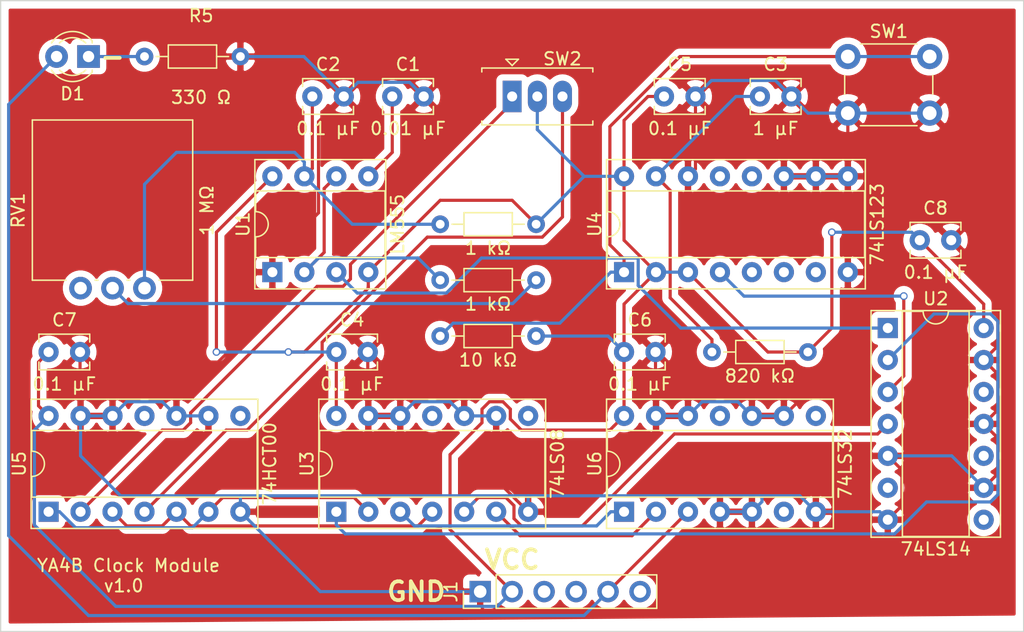
<source format=kicad_pcb>
(kicad_pcb (version 20171130) (host pcbnew "(5.1.4-0-10_14)")

  (general
    (thickness 1.6)
    (drawings 10)
    (tracks 287)
    (zones 0)
    (modules 24)
    (nets 41)
  )

  (page A4)
  (layers
    (0 F.Cu signal)
    (31 B.Cu signal)
    (32 B.Adhes user)
    (33 F.Adhes user)
    (34 B.Paste user)
    (35 F.Paste user)
    (36 B.SilkS user)
    (37 F.SilkS user)
    (38 B.Mask user)
    (39 F.Mask user)
    (40 Dwgs.User user)
    (41 Cmts.User user)
    (42 Eco1.User user)
    (43 Eco2.User user)
    (44 Edge.Cuts user)
    (45 Margin user)
    (46 B.CrtYd user)
    (47 F.CrtYd user)
    (48 B.Fab user)
    (49 F.Fab user)
  )

  (setup
    (last_trace_width 0.25)
    (trace_clearance 0.2)
    (zone_clearance 0.508)
    (zone_45_only no)
    (trace_min 0.2)
    (via_size 0.6)
    (via_drill 0.4)
    (via_min_size 0.4)
    (via_min_drill 0.3)
    (uvia_size 0.3)
    (uvia_drill 0.1)
    (uvias_allowed no)
    (uvia_min_size 0.2)
    (uvia_min_drill 0.1)
    (edge_width 0.15)
    (segment_width 0.2)
    (pcb_text_width 0.3)
    (pcb_text_size 1.5 1.5)
    (mod_edge_width 0.15)
    (mod_text_size 1 1)
    (mod_text_width 0.15)
    (pad_size 1.524 1.524)
    (pad_drill 0.762)
    (pad_to_mask_clearance 0.2)
    (aux_axis_origin 0 0)
    (visible_elements FFFFFF7F)
    (pcbplotparams
      (layerselection 0x010f0_ffffffff)
      (usegerberextensions false)
      (usegerberattributes false)
      (usegerberadvancedattributes false)
      (creategerberjobfile false)
      (excludeedgelayer true)
      (linewidth 0.100000)
      (plotframeref false)
      (viasonmask false)
      (mode 1)
      (useauxorigin false)
      (hpglpennumber 1)
      (hpglpenspeed 20)
      (hpglpendiameter 15.000000)
      (psnegative false)
      (psa4output false)
      (plotreference true)
      (plotvalue true)
      (plotinvisibletext false)
      (padsonsilk false)
      (subtractmaskfromsilk false)
      (outputformat 1)
      (mirror false)
      (drillshape 0)
      (scaleselection 1)
      (outputdirectory "ya4b-clock-gerbers/"))
  )

  (net 0 "")
  (net 1 GND)
  (net 2 "Net-(C1-Pad1)")
  (net 3 "Net-(C2-Pad1)")
  (net 4 "Net-(C3-Pad1)")
  (net 5 +5V)
  (net 6 "Net-(D1-Pad1)")
  (net 7 /CLK)
  (net 8 "Net-(J1-Pad3)")
  (net 9 "Net-(J1-Pad4)")
  (net 10 "Net-(J1-Pad6)")
  (net 11 "Net-(R2-Pad1)")
  (net 12 "Net-(R2-Pad2)")
  (net 13 "Net-(R4-Pad1)")
  (net 14 "Net-(SW2-Pad1)")
  (net 15 "Net-(SW2-Pad3)")
  (net 16 "Net-(U1-Pad3)")
  (net 17 "Net-(U2-Pad8)")
  (net 18 "Net-(U2-Pad2)")
  (net 19 "Net-(U2-Pad3)")
  (net 20 "Net-(U2-Pad10)")
  (net 21 "Net-(U2-Pad4)")
  (net 22 "Net-(U2-Pad12)")
  (net 23 "Net-(U2-Pad6)")
  (net 24 "Net-(U3-Pad6)")
  (net 25 "Net-(U3-Pad11)")
  (net 26 "Net-(U3-Pad4)")
  (net 27 "Net-(U3-Pad3)")
  (net 28 "Net-(U3-Pad2)")
  (net 29 "Net-(U3-Pad8)")
  (net 30 "Net-(U4-Pad12)")
  (net 31 "Net-(U4-Pad5)")
  (net 32 "Net-(U4-Pad13)")
  (net 33 "Net-(U4-Pad6)")
  (net 34 "Net-(U4-Pad7)")
  (net 35 "Net-(U5-Pad8)")
  (net 36 "Net-(U5-Pad11)")
  (net 37 "Net-(U6-Pad6)")
  (net 38 "Net-(U6-Pad11)")
  (net 39 "Net-(U6-Pad8)")
  (net 40 "Net-(RV1-Pad3)")

  (net_class Default "This is the default net class."
    (clearance 0.2)
    (trace_width 0.25)
    (via_dia 0.6)
    (via_drill 0.4)
    (uvia_dia 0.3)
    (uvia_drill 0.1)
    (add_net +5V)
    (add_net /CLK)
    (add_net GND)
    (add_net "Net-(C1-Pad1)")
    (add_net "Net-(C2-Pad1)")
    (add_net "Net-(C3-Pad1)")
    (add_net "Net-(D1-Pad1)")
    (add_net "Net-(J1-Pad3)")
    (add_net "Net-(J1-Pad4)")
    (add_net "Net-(J1-Pad6)")
    (add_net "Net-(R2-Pad1)")
    (add_net "Net-(R2-Pad2)")
    (add_net "Net-(R4-Pad1)")
    (add_net "Net-(RV1-Pad3)")
    (add_net "Net-(SW2-Pad1)")
    (add_net "Net-(SW2-Pad3)")
    (add_net "Net-(U1-Pad3)")
    (add_net "Net-(U2-Pad10)")
    (add_net "Net-(U2-Pad12)")
    (add_net "Net-(U2-Pad2)")
    (add_net "Net-(U2-Pad3)")
    (add_net "Net-(U2-Pad4)")
    (add_net "Net-(U2-Pad6)")
    (add_net "Net-(U2-Pad8)")
    (add_net "Net-(U3-Pad11)")
    (add_net "Net-(U3-Pad2)")
    (add_net "Net-(U3-Pad3)")
    (add_net "Net-(U3-Pad4)")
    (add_net "Net-(U3-Pad6)")
    (add_net "Net-(U3-Pad8)")
    (add_net "Net-(U4-Pad12)")
    (add_net "Net-(U4-Pad13)")
    (add_net "Net-(U4-Pad5)")
    (add_net "Net-(U4-Pad6)")
    (add_net "Net-(U4-Pad7)")
    (add_net "Net-(U5-Pad11)")
    (add_net "Net-(U5-Pad8)")
    (add_net "Net-(U6-Pad11)")
    (add_net "Net-(U6-Pad6)")
    (add_net "Net-(U6-Pad8)")
  )

  (net_class Power ""
    (clearance 0.2)
    (trace_width 0.35)
    (via_dia 0.6)
    (via_drill 0.4)
    (uvia_dia 0.3)
    (uvia_drill 0.1)
  )

  (module Button_Switch_THT:SW_Slide_1P2T_CK_OS102011MS2Q (layer F.Cu) (tedit 5DEAF719) (tstamp 5DEB1C22)
    (at 64.77 26.67)
    (descr "CuK miniature slide switch, OS series, SPDT, https://www.ckswitches.com/media/1428/os.pdf")
    (tags "switch SPDT")
    (path /5DEDAF59)
    (fp_text reference SW2 (at 3.99 -2.99) (layer F.SilkS)
      (effects (font (size 1 1) (thickness 0.15)))
    )
    (fp_text value SW_SPDT (at 2 3) (layer F.Fab) hide
      (effects (font (size 1 1) (thickness 0.15)))
    )
    (fp_line (start 0.5 -2.15) (end 6.3 -2.15) (layer F.Fab) (width 0.1))
    (fp_line (start 6.3 -2.15) (end 6.3 2.15) (layer F.Fab) (width 0.1))
    (fp_line (start 6.3 2.15) (end -2.3 2.15) (layer F.Fab) (width 0.1))
    (fp_line (start -2.3 2.15) (end -2.3 -2.15) (layer F.Fab) (width 0.1))
    (fp_line (start 0 -1) (end 4 -1) (layer F.Fab) (width 0.1))
    (fp_line (start 4 -1) (end 4 1) (layer F.Fab) (width 0.1))
    (fp_line (start 0 1) (end 4 1) (layer F.Fab) (width 0.1))
    (fp_line (start 0 -1) (end 0 1) (layer F.Fab) (width 0.1))
    (fp_line (start 0.66 -1) (end 0.66 1) (layer F.Fab) (width 0.1))
    (fp_line (start 1.34 -1) (end 1.34 1) (layer F.Fab) (width 0.1))
    (fp_line (start 2 -1) (end 2 1) (layer F.Fab) (width 0.1))
    (fp_line (start -2.3 -2.15) (end -0.5 -2.15) (layer F.Fab) (width 0.1))
    (fp_line (start -2.41 -2.26) (end 6.41 -2.26) (layer F.SilkS) (width 0.12))
    (fp_line (start 6.41 -2.26) (end 6.41 -1.95) (layer F.SilkS) (width 0.12))
    (fp_line (start 6.41 2.26) (end -2.41 2.26) (layer F.SilkS) (width 0.12))
    (fp_line (start -2.41 -1.95) (end -2.41 -2.26) (layer F.SilkS) (width 0.12))
    (fp_line (start -2.41 2.26) (end -2.41 1.95) (layer F.SilkS) (width 0.12))
    (fp_line (start 6.41 2.26) (end 6.41 1.95) (layer F.SilkS) (width 0.12))
    (fp_text user %R (at 3.99 -2.99) (layer F.Fab)
      (effects (font (size 1 1) (thickness 0.15)))
    )
    (fp_line (start -3.45 -2.4) (end 7.45 -2.4) (layer B.CrtYd) (width 0.05))
    (fp_line (start 7.45 -2.4) (end 7.45 2.4) (layer B.CrtYd) (width 0.05))
    (fp_line (start 7.45 2.4) (end -3.45 2.4) (layer B.CrtYd) (width 0.05))
    (fp_line (start -3.45 2.4) (end -3.45 -2.4) (layer B.CrtYd) (width 0.05))
    (fp_line (start -0.5 -2.15) (end 0 -1.65) (layer F.Fab) (width 0.1))
    (fp_line (start 0 -1.65) (end 0.5 -2.15) (layer F.Fab) (width 0.1))
    (fp_line (start -0.5 -2.96) (end 0 -2.46) (layer F.SilkS) (width 0.12))
    (fp_line (start 0 -2.46) (end 0.5 -2.96) (layer F.SilkS) (width 0.12))
    (fp_line (start 0.5 -2.96) (end -0.5 -2.96) (layer F.SilkS) (width 0.12))
    (pad 1 thru_hole rect (at 0 0) (size 1.5 2.5) (drill 0.8) (layers *.Cu *.Mask)
      (net 14 "Net-(SW2-Pad1)"))
    (pad 2 thru_hole oval (at 2 0) (size 1.5 2.5) (drill 0.8) (layers *.Cu *.Mask)
      (net 5 +5V))
    (pad 3 thru_hole oval (at 4 0) (size 1.5 2.5) (drill 0.8) (layers *.Cu *.Mask)
      (net 15 "Net-(SW2-Pad3)"))
    (model ${KISYS3DMOD}/Button_Switch_THT.3dshapes/SW_Slide_1P2T_CK_OS102011MS2Q.wrl
      (at (xyz 0 0 0))
      (scale (xyz 1 1 1))
      (rotate (xyz 0 0 0))
    )
  )

  (module Resistor_THT:R_Axial_DIN0204_L3.6mm_D1.6mm_P7.62mm_Horizontal (layer F.Cu) (tedit 5AE5139B) (tstamp 5DEB361D)
    (at 66.675 36.83 180)
    (descr "Resistor, Axial_DIN0204 series, Axial, Horizontal, pin pitch=7.62mm, 0.167W, length*diameter=3.6*1.6mm^2, http://cdn-reichelt.de/documents/datenblatt/B400/1_4W%23YAG.pdf")
    (tags "Resistor Axial_DIN0204 series Axial Horizontal pin pitch 7.62mm 0.167W length 3.6mm diameter 1.6mm")
    (path /5DE7A94A)
    (fp_text reference R1 (at 4.5 -3.25) (layer F.SilkS) hide
      (effects (font (size 1 1) (thickness 0.15)))
    )
    (fp_text value "1 kΩ" (at 3.81 -1.905) (layer F.SilkS)
      (effects (font (size 1 1) (thickness 0.15)))
    )
    (fp_text user %R (at 4.5 0) (layer F.Fab)
      (effects (font (size 1 1) (thickness 0.15)))
    )
    (fp_line (start 8.57 -1.05) (end -0.95 -1.05) (layer F.CrtYd) (width 0.05))
    (fp_line (start 8.57 1.05) (end 8.57 -1.05) (layer F.CrtYd) (width 0.05))
    (fp_line (start -0.95 1.05) (end 8.57 1.05) (layer F.CrtYd) (width 0.05))
    (fp_line (start -0.95 -1.05) (end -0.95 1.05) (layer F.CrtYd) (width 0.05))
    (fp_line (start 6.68 0) (end 5.73 0) (layer F.SilkS) (width 0.12))
    (fp_line (start 0.94 0) (end 1.89 0) (layer F.SilkS) (width 0.12))
    (fp_line (start 5.73 -0.92) (end 1.89 -0.92) (layer F.SilkS) (width 0.12))
    (fp_line (start 5.73 0.92) (end 5.73 -0.92) (layer F.SilkS) (width 0.12))
    (fp_line (start 1.89 0.92) (end 5.73 0.92) (layer F.SilkS) (width 0.12))
    (fp_line (start 1.89 -0.92) (end 1.89 0.92) (layer F.SilkS) (width 0.12))
    (fp_line (start 7.62 0) (end 5.61 0) (layer F.Fab) (width 0.1))
    (fp_line (start 0 0) (end 2.01 0) (layer F.Fab) (width 0.1))
    (fp_line (start 5.61 -0.8) (end 2.01 -0.8) (layer F.Fab) (width 0.1))
    (fp_line (start 5.61 0.8) (end 5.61 -0.8) (layer F.Fab) (width 0.1))
    (fp_line (start 2.01 0.8) (end 5.61 0.8) (layer F.Fab) (width 0.1))
    (fp_line (start 2.01 -0.8) (end 2.01 0.8) (layer F.Fab) (width 0.1))
    (pad 2 thru_hole oval (at 7.62 0 180) (size 1.4 1.4) (drill 0.7) (layers *.Cu *.Mask)
      (net 3 "Net-(C2-Pad1)"))
    (pad 1 thru_hole circle (at 0 0 180) (size 1.4 1.4) (drill 0.7) (layers *.Cu *.Mask)
      (net 5 +5V))
    (model ${KISYS3DMOD}/Resistor_THT.3dshapes/R_Axial_DIN0204_L3.6mm_D1.6mm_P7.62mm_Horizontal.wrl
      (at (xyz 0 0 0))
      (scale (xyz 1 1 1))
      (rotate (xyz 0 0 0))
    )
  )

  (module Resistor_THT:R_Axial_DIN0204_L3.6mm_D1.6mm_P7.62mm_Horizontal (layer F.Cu) (tedit 5AE5139B) (tstamp 5DEBE153)
    (at 59.055 41.275)
    (descr "Resistor, Axial_DIN0204 series, Axial, Horizontal, pin pitch=7.62mm, 0.167W, length*diameter=3.6*1.6mm^2, http://cdn-reichelt.de/documents/datenblatt/B400/1_4W%23YAG.pdf")
    (tags "Resistor Axial_DIN0204 series Axial Horizontal pin pitch 7.62mm 0.167W length 3.6mm diameter 1.6mm")
    (path /5DE7D3B0)
    (fp_text reference R2 (at 4.5 -3.25) (layer F.SilkS) hide
      (effects (font (size 1 1) (thickness 0.15)))
    )
    (fp_text value "1 kΩ" (at 3.81 1.905) (layer F.SilkS)
      (effects (font (size 1 1) (thickness 0.15)))
    )
    (fp_text user %R (at 4.5 0) (layer F.Fab)
      (effects (font (size 1 1) (thickness 0.15)))
    )
    (fp_line (start 8.57 -1.05) (end -0.95 -1.05) (layer F.CrtYd) (width 0.05))
    (fp_line (start 8.57 1.05) (end 8.57 -1.05) (layer F.CrtYd) (width 0.05))
    (fp_line (start -0.95 1.05) (end 8.57 1.05) (layer F.CrtYd) (width 0.05))
    (fp_line (start -0.95 -1.05) (end -0.95 1.05) (layer F.CrtYd) (width 0.05))
    (fp_line (start 6.68 0) (end 5.73 0) (layer F.SilkS) (width 0.12))
    (fp_line (start 0.94 0) (end 1.89 0) (layer F.SilkS) (width 0.12))
    (fp_line (start 5.73 -0.92) (end 1.89 -0.92) (layer F.SilkS) (width 0.12))
    (fp_line (start 5.73 0.92) (end 5.73 -0.92) (layer F.SilkS) (width 0.12))
    (fp_line (start 1.89 0.92) (end 5.73 0.92) (layer F.SilkS) (width 0.12))
    (fp_line (start 1.89 -0.92) (end 1.89 0.92) (layer F.SilkS) (width 0.12))
    (fp_line (start 7.62 0) (end 5.61 0) (layer F.Fab) (width 0.1))
    (fp_line (start 0 0) (end 2.01 0) (layer F.Fab) (width 0.1))
    (fp_line (start 5.61 -0.8) (end 2.01 -0.8) (layer F.Fab) (width 0.1))
    (fp_line (start 5.61 0.8) (end 5.61 -0.8) (layer F.Fab) (width 0.1))
    (fp_line (start 2.01 0.8) (end 5.61 0.8) (layer F.Fab) (width 0.1))
    (fp_line (start 2.01 -0.8) (end 2.01 0.8) (layer F.Fab) (width 0.1))
    (pad 2 thru_hole oval (at 7.62 0) (size 1.4 1.4) (drill 0.7) (layers *.Cu *.Mask)
      (net 12 "Net-(R2-Pad2)"))
    (pad 1 thru_hole circle (at 0 0) (size 1.4 1.4) (drill 0.7) (layers *.Cu *.Mask)
      (net 11 "Net-(R2-Pad1)"))
    (model ${KISYS3DMOD}/Resistor_THT.3dshapes/R_Axial_DIN0204_L3.6mm_D1.6mm_P7.62mm_Horizontal.wrl
      (at (xyz 0 0 0))
      (scale (xyz 1 1 1))
      (rotate (xyz 0 0 0))
    )
  )

  (module Resistor_THT:R_Axial_DIN0204_L3.6mm_D1.6mm_P7.62mm_Horizontal (layer F.Cu) (tedit 5AE5139B) (tstamp 5DEB2F6C)
    (at 88.265 46.99 180)
    (descr "Resistor, Axial_DIN0204 series, Axial, Horizontal, pin pitch=7.62mm, 0.167W, length*diameter=3.6*1.6mm^2, http://cdn-reichelt.de/documents/datenblatt/B400/1_4W%23YAG.pdf")
    (tags "Resistor Axial_DIN0204 series Axial Horizontal pin pitch 7.62mm 0.167W length 3.6mm diameter 1.6mm")
    (path /5DEA5B65)
    (fp_text reference R3 (at 4.5 -3.25) (layer F.SilkS) hide
      (effects (font (size 1 1) (thickness 0.15)))
    )
    (fp_text value "820 kΩ" (at 3.81 -1.905) (layer F.SilkS)
      (effects (font (size 1 1) (thickness 0.15)))
    )
    (fp_text user %R (at 4.5 0) (layer F.Fab)
      (effects (font (size 1 1) (thickness 0.15)))
    )
    (fp_line (start 8.57 -1.05) (end -0.95 -1.05) (layer F.CrtYd) (width 0.05))
    (fp_line (start 8.57 1.05) (end 8.57 -1.05) (layer F.CrtYd) (width 0.05))
    (fp_line (start -0.95 1.05) (end 8.57 1.05) (layer F.CrtYd) (width 0.05))
    (fp_line (start -0.95 -1.05) (end -0.95 1.05) (layer F.CrtYd) (width 0.05))
    (fp_line (start 6.68 0) (end 5.73 0) (layer F.SilkS) (width 0.12))
    (fp_line (start 0.94 0) (end 1.89 0) (layer F.SilkS) (width 0.12))
    (fp_line (start 5.73 -0.92) (end 1.89 -0.92) (layer F.SilkS) (width 0.12))
    (fp_line (start 5.73 0.92) (end 5.73 -0.92) (layer F.SilkS) (width 0.12))
    (fp_line (start 1.89 0.92) (end 5.73 0.92) (layer F.SilkS) (width 0.12))
    (fp_line (start 1.89 -0.92) (end 1.89 0.92) (layer F.SilkS) (width 0.12))
    (fp_line (start 7.62 0) (end 5.61 0) (layer F.Fab) (width 0.1))
    (fp_line (start 0 0) (end 2.01 0) (layer F.Fab) (width 0.1))
    (fp_line (start 5.61 -0.8) (end 2.01 -0.8) (layer F.Fab) (width 0.1))
    (fp_line (start 5.61 0.8) (end 5.61 -0.8) (layer F.Fab) (width 0.1))
    (fp_line (start 2.01 0.8) (end 5.61 0.8) (layer F.Fab) (width 0.1))
    (fp_line (start 2.01 -0.8) (end 2.01 0.8) (layer F.Fab) (width 0.1))
    (pad 2 thru_hole oval (at 7.62 0 180) (size 1.4 1.4) (drill 0.7) (layers *.Cu *.Mask)
      (net 4 "Net-(C3-Pad1)"))
    (pad 1 thru_hole circle (at 0 0 180) (size 1.4 1.4) (drill 0.7) (layers *.Cu *.Mask)
      (net 5 +5V))
    (model ${KISYS3DMOD}/Resistor_THT.3dshapes/R_Axial_DIN0204_L3.6mm_D1.6mm_P7.62mm_Horizontal.wrl
      (at (xyz 0 0 0))
      (scale (xyz 1 1 1))
      (rotate (xyz 0 0 0))
    )
  )

  (module Resistor_THT:R_Axial_DIN0204_L3.6mm_D1.6mm_P7.62mm_Horizontal (layer F.Cu) (tedit 5AE5139B) (tstamp 5DEB1BB3)
    (at 59.055 45.72)
    (descr "Resistor, Axial_DIN0204 series, Axial, Horizontal, pin pitch=7.62mm, 0.167W, length*diameter=3.6*1.6mm^2, http://cdn-reichelt.de/documents/datenblatt/B400/1_4W%23YAG.pdf")
    (tags "Resistor Axial_DIN0204 series Axial Horizontal pin pitch 7.62mm 0.167W length 3.6mm diameter 1.6mm")
    (path /5DEBB747)
    (fp_text reference R4 (at 4.5 -3.25) (layer F.SilkS) hide
      (effects (font (size 1 1) (thickness 0.15)))
    )
    (fp_text value "10 kΩ" (at 3.81 1.905) (layer F.SilkS)
      (effects (font (size 1 1) (thickness 0.15)))
    )
    (fp_text user %R (at 4.5 0) (layer F.Fab)
      (effects (font (size 1 1) (thickness 0.15)))
    )
    (fp_line (start 8.57 -1.05) (end -0.95 -1.05) (layer F.CrtYd) (width 0.05))
    (fp_line (start 8.57 1.05) (end 8.57 -1.05) (layer F.CrtYd) (width 0.05))
    (fp_line (start -0.95 1.05) (end 8.57 1.05) (layer F.CrtYd) (width 0.05))
    (fp_line (start -0.95 -1.05) (end -0.95 1.05) (layer F.CrtYd) (width 0.05))
    (fp_line (start 6.68 0) (end 5.73 0) (layer F.SilkS) (width 0.12))
    (fp_line (start 0.94 0) (end 1.89 0) (layer F.SilkS) (width 0.12))
    (fp_line (start 5.73 -0.92) (end 1.89 -0.92) (layer F.SilkS) (width 0.12))
    (fp_line (start 5.73 0.92) (end 5.73 -0.92) (layer F.SilkS) (width 0.12))
    (fp_line (start 1.89 0.92) (end 5.73 0.92) (layer F.SilkS) (width 0.12))
    (fp_line (start 1.89 -0.92) (end 1.89 0.92) (layer F.SilkS) (width 0.12))
    (fp_line (start 7.62 0) (end 5.61 0) (layer F.Fab) (width 0.1))
    (fp_line (start 0 0) (end 2.01 0) (layer F.Fab) (width 0.1))
    (fp_line (start 5.61 -0.8) (end 2.01 -0.8) (layer F.Fab) (width 0.1))
    (fp_line (start 5.61 0.8) (end 5.61 -0.8) (layer F.Fab) (width 0.1))
    (fp_line (start 2.01 0.8) (end 5.61 0.8) (layer F.Fab) (width 0.1))
    (fp_line (start 2.01 -0.8) (end 2.01 0.8) (layer F.Fab) (width 0.1))
    (pad 2 thru_hole oval (at 7.62 0) (size 1.4 1.4) (drill 0.7) (layers *.Cu *.Mask)
      (net 5 +5V))
    (pad 1 thru_hole circle (at 0 0) (size 1.4 1.4) (drill 0.7) (layers *.Cu *.Mask)
      (net 13 "Net-(R4-Pad1)"))
    (model ${KISYS3DMOD}/Resistor_THT.3dshapes/R_Axial_DIN0204_L3.6mm_D1.6mm_P7.62mm_Horizontal.wrl
      (at (xyz 0 0 0))
      (scale (xyz 1 1 1))
      (rotate (xyz 0 0 0))
    )
  )

  (module Resistor_THT:R_Axial_DIN0204_L3.6mm_D1.6mm_P7.62mm_Horizontal (layer F.Cu) (tedit 5AE5139B) (tstamp 5DEB1BC6)
    (at 35.56 23.495)
    (descr "Resistor, Axial_DIN0204 series, Axial, Horizontal, pin pitch=7.62mm, 0.167W, length*diameter=3.6*1.6mm^2, http://cdn-reichelt.de/documents/datenblatt/B400/1_4W%23YAG.pdf")
    (tags "Resistor Axial_DIN0204 series Axial Horizontal pin pitch 7.62mm 0.167W length 3.6mm diameter 1.6mm")
    (path /5DF1EC8A)
    (fp_text reference R5 (at 4.5 -3.25) (layer F.SilkS)
      (effects (font (size 1 1) (thickness 0.15)))
    )
    (fp_text value "330 Ω" (at 4.5 3.25) (layer F.SilkS)
      (effects (font (size 1 1) (thickness 0.15)))
    )
    (fp_text user %R (at 4.5 0) (layer F.Fab)
      (effects (font (size 1 1) (thickness 0.15)))
    )
    (fp_line (start 8.57 -1.05) (end -0.95 -1.05) (layer F.CrtYd) (width 0.05))
    (fp_line (start 8.57 1.05) (end 8.57 -1.05) (layer F.CrtYd) (width 0.05))
    (fp_line (start -0.95 1.05) (end 8.57 1.05) (layer F.CrtYd) (width 0.05))
    (fp_line (start -0.95 -1.05) (end -0.95 1.05) (layer F.CrtYd) (width 0.05))
    (fp_line (start 6.68 0) (end 5.73 0) (layer F.SilkS) (width 0.12))
    (fp_line (start 0.94 0) (end 1.89 0) (layer F.SilkS) (width 0.12))
    (fp_line (start 5.73 -0.92) (end 1.89 -0.92) (layer F.SilkS) (width 0.12))
    (fp_line (start 5.73 0.92) (end 5.73 -0.92) (layer F.SilkS) (width 0.12))
    (fp_line (start 1.89 0.92) (end 5.73 0.92) (layer F.SilkS) (width 0.12))
    (fp_line (start 1.89 -0.92) (end 1.89 0.92) (layer F.SilkS) (width 0.12))
    (fp_line (start 7.62 0) (end 5.61 0) (layer F.Fab) (width 0.1))
    (fp_line (start 0 0) (end 2.01 0) (layer F.Fab) (width 0.1))
    (fp_line (start 5.61 -0.8) (end 2.01 -0.8) (layer F.Fab) (width 0.1))
    (fp_line (start 5.61 0.8) (end 5.61 -0.8) (layer F.Fab) (width 0.1))
    (fp_line (start 2.01 0.8) (end 5.61 0.8) (layer F.Fab) (width 0.1))
    (fp_line (start 2.01 -0.8) (end 2.01 0.8) (layer F.Fab) (width 0.1))
    (pad 2 thru_hole oval (at 7.62 0) (size 1.4 1.4) (drill 0.7) (layers *.Cu *.Mask)
      (net 1 GND))
    (pad 1 thru_hole circle (at 0 0) (size 1.4 1.4) (drill 0.7) (layers *.Cu *.Mask)
      (net 6 "Net-(D1-Pad1)"))
    (model ${KISYS3DMOD}/Resistor_THT.3dshapes/R_Axial_DIN0204_L3.6mm_D1.6mm_P7.62mm_Horizontal.wrl
      (at (xyz 0 0 0))
      (scale (xyz 1 1 1))
      (rotate (xyz 0 0 0))
    )
  )

  (module Capacitor_THT:C_Disc_D3.8mm_W2.6mm_P2.50mm (layer F.Cu) (tedit 5AE50EF0) (tstamp 5DEB1AA7)
    (at 55.245 26.67)
    (descr "C, Disc series, Radial, pin pitch=2.50mm, , diameter*width=3.8*2.6mm^2, Capacitor, http://www.vishay.com/docs/45233/krseries.pdf")
    (tags "C Disc series Radial pin pitch 2.50mm  diameter 3.8mm width 2.6mm Capacitor")
    (path /5DE786DA)
    (fp_text reference C1 (at 1.25 -2.55) (layer F.SilkS)
      (effects (font (size 1 1) (thickness 0.15)))
    )
    (fp_text value "0.01 µF" (at 1.25 2.55) (layer F.SilkS)
      (effects (font (size 1 1) (thickness 0.15)))
    )
    (fp_text user %R (at 1.25 0) (layer F.Fab)
      (effects (font (size 0.76 0.76) (thickness 0.114)))
    )
    (fp_line (start 3.55 -1.55) (end -1.05 -1.55) (layer F.CrtYd) (width 0.05))
    (fp_line (start 3.55 1.55) (end 3.55 -1.55) (layer F.CrtYd) (width 0.05))
    (fp_line (start -1.05 1.55) (end 3.55 1.55) (layer F.CrtYd) (width 0.05))
    (fp_line (start -1.05 -1.55) (end -1.05 1.55) (layer F.CrtYd) (width 0.05))
    (fp_line (start 3.27 0.795) (end 3.27 1.42) (layer F.SilkS) (width 0.12))
    (fp_line (start 3.27 -1.42) (end 3.27 -0.795) (layer F.SilkS) (width 0.12))
    (fp_line (start -0.77 0.795) (end -0.77 1.42) (layer F.SilkS) (width 0.12))
    (fp_line (start -0.77 -1.42) (end -0.77 -0.795) (layer F.SilkS) (width 0.12))
    (fp_line (start -0.77 1.42) (end 3.27 1.42) (layer F.SilkS) (width 0.12))
    (fp_line (start -0.77 -1.42) (end 3.27 -1.42) (layer F.SilkS) (width 0.12))
    (fp_line (start 3.15 -1.3) (end -0.65 -1.3) (layer F.Fab) (width 0.1))
    (fp_line (start 3.15 1.3) (end 3.15 -1.3) (layer F.Fab) (width 0.1))
    (fp_line (start -0.65 1.3) (end 3.15 1.3) (layer F.Fab) (width 0.1))
    (fp_line (start -0.65 -1.3) (end -0.65 1.3) (layer F.Fab) (width 0.1))
    (pad 2 thru_hole circle (at 2.5 0) (size 1.6 1.6) (drill 0.8) (layers *.Cu *.Mask)
      (net 1 GND))
    (pad 1 thru_hole circle (at 0 0) (size 1.6 1.6) (drill 0.8) (layers *.Cu *.Mask)
      (net 2 "Net-(C1-Pad1)"))
    (model ${KISYS3DMOD}/Capacitor_THT.3dshapes/C_Disc_D3.8mm_W2.6mm_P2.50mm.wrl
      (at (xyz 0 0 0))
      (scale (xyz 1 1 1))
      (rotate (xyz 0 0 0))
    )
  )

  (module Capacitor_THT:C_Disc_D3.8mm_W2.6mm_P2.50mm (layer F.Cu) (tedit 5AE50EF0) (tstamp 5DEB1ABC)
    (at 48.895 26.67)
    (descr "C, Disc series, Radial, pin pitch=2.50mm, , diameter*width=3.8*2.6mm^2, Capacitor, http://www.vishay.com/docs/45233/krseries.pdf")
    (tags "C Disc series Radial pin pitch 2.50mm  diameter 3.8mm width 2.6mm Capacitor")
    (path /5DE7A289)
    (fp_text reference C2 (at 1.25 -2.55) (layer F.SilkS)
      (effects (font (size 1 1) (thickness 0.15)))
    )
    (fp_text value "0.1 µF" (at 1.25 2.55) (layer F.SilkS)
      (effects (font (size 1 1) (thickness 0.15)))
    )
    (fp_line (start -0.65 -1.3) (end -0.65 1.3) (layer F.Fab) (width 0.1))
    (fp_line (start -0.65 1.3) (end 3.15 1.3) (layer F.Fab) (width 0.1))
    (fp_line (start 3.15 1.3) (end 3.15 -1.3) (layer F.Fab) (width 0.1))
    (fp_line (start 3.15 -1.3) (end -0.65 -1.3) (layer F.Fab) (width 0.1))
    (fp_line (start -0.77 -1.42) (end 3.27 -1.42) (layer F.SilkS) (width 0.12))
    (fp_line (start -0.77 1.42) (end 3.27 1.42) (layer F.SilkS) (width 0.12))
    (fp_line (start -0.77 -1.42) (end -0.77 -0.795) (layer F.SilkS) (width 0.12))
    (fp_line (start -0.77 0.795) (end -0.77 1.42) (layer F.SilkS) (width 0.12))
    (fp_line (start 3.27 -1.42) (end 3.27 -0.795) (layer F.SilkS) (width 0.12))
    (fp_line (start 3.27 0.795) (end 3.27 1.42) (layer F.SilkS) (width 0.12))
    (fp_line (start -1.05 -1.55) (end -1.05 1.55) (layer F.CrtYd) (width 0.05))
    (fp_line (start -1.05 1.55) (end 3.55 1.55) (layer F.CrtYd) (width 0.05))
    (fp_line (start 3.55 1.55) (end 3.55 -1.55) (layer F.CrtYd) (width 0.05))
    (fp_line (start 3.55 -1.55) (end -1.05 -1.55) (layer F.CrtYd) (width 0.05))
    (fp_text user %R (at 1.25 0) (layer F.Fab)
      (effects (font (size 0.76 0.76) (thickness 0.114)))
    )
    (pad 1 thru_hole circle (at 0 0) (size 1.6 1.6) (drill 0.8) (layers *.Cu *.Mask)
      (net 3 "Net-(C2-Pad1)"))
    (pad 2 thru_hole circle (at 2.5 0) (size 1.6 1.6) (drill 0.8) (layers *.Cu *.Mask)
      (net 1 GND))
    (model ${KISYS3DMOD}/Capacitor_THT.3dshapes/C_Disc_D3.8mm_W2.6mm_P2.50mm.wrl
      (at (xyz 0 0 0))
      (scale (xyz 1 1 1))
      (rotate (xyz 0 0 0))
    )
  )

  (module Capacitor_THT:C_Disc_D3.8mm_W2.6mm_P2.50mm (layer F.Cu) (tedit 5AE50EF0) (tstamp 5DEB1AD1)
    (at 84.455 26.67)
    (descr "C, Disc series, Radial, pin pitch=2.50mm, , diameter*width=3.8*2.6mm^2, Capacitor, http://www.vishay.com/docs/45233/krseries.pdf")
    (tags "C Disc series Radial pin pitch 2.50mm  diameter 3.8mm width 2.6mm Capacitor")
    (path /5DEAF378)
    (fp_text reference C3 (at 1.25 -2.55) (layer F.SilkS)
      (effects (font (size 1 1) (thickness 0.15)))
    )
    (fp_text value "1 µF" (at 1.25 2.55) (layer F.SilkS)
      (effects (font (size 1 1) (thickness 0.15)))
    )
    (fp_line (start -0.65 -1.3) (end -0.65 1.3) (layer F.Fab) (width 0.1))
    (fp_line (start -0.65 1.3) (end 3.15 1.3) (layer F.Fab) (width 0.1))
    (fp_line (start 3.15 1.3) (end 3.15 -1.3) (layer F.Fab) (width 0.1))
    (fp_line (start 3.15 -1.3) (end -0.65 -1.3) (layer F.Fab) (width 0.1))
    (fp_line (start -0.77 -1.42) (end 3.27 -1.42) (layer F.SilkS) (width 0.12))
    (fp_line (start -0.77 1.42) (end 3.27 1.42) (layer F.SilkS) (width 0.12))
    (fp_line (start -0.77 -1.42) (end -0.77 -0.795) (layer F.SilkS) (width 0.12))
    (fp_line (start -0.77 0.795) (end -0.77 1.42) (layer F.SilkS) (width 0.12))
    (fp_line (start 3.27 -1.42) (end 3.27 -0.795) (layer F.SilkS) (width 0.12))
    (fp_line (start 3.27 0.795) (end 3.27 1.42) (layer F.SilkS) (width 0.12))
    (fp_line (start -1.05 -1.55) (end -1.05 1.55) (layer F.CrtYd) (width 0.05))
    (fp_line (start -1.05 1.55) (end 3.55 1.55) (layer F.CrtYd) (width 0.05))
    (fp_line (start 3.55 1.55) (end 3.55 -1.55) (layer F.CrtYd) (width 0.05))
    (fp_line (start 3.55 -1.55) (end -1.05 -1.55) (layer F.CrtYd) (width 0.05))
    (fp_text user %R (at 1.25 0) (layer F.Fab)
      (effects (font (size 0.76 0.76) (thickness 0.114)))
    )
    (pad 1 thru_hole circle (at 0 0) (size 1.6 1.6) (drill 0.8) (layers *.Cu *.Mask)
      (net 4 "Net-(C3-Pad1)"))
    (pad 2 thru_hole circle (at 2.5 0) (size 1.6 1.6) (drill 0.8) (layers *.Cu *.Mask)
      (net 1 GND))
    (model ${KISYS3DMOD}/Capacitor_THT.3dshapes/C_Disc_D3.8mm_W2.6mm_P2.50mm.wrl
      (at (xyz 0 0 0))
      (scale (xyz 1 1 1))
      (rotate (xyz 0 0 0))
    )
  )

  (module Capacitor_THT:C_Disc_D3.8mm_W2.6mm_P2.50mm (layer F.Cu) (tedit 5AE50EF0) (tstamp 5DEB1AE6)
    (at 50.8 46.99)
    (descr "C, Disc series, Radial, pin pitch=2.50mm, , diameter*width=3.8*2.6mm^2, Capacitor, http://www.vishay.com/docs/45233/krseries.pdf")
    (tags "C Disc series Radial pin pitch 2.50mm  diameter 3.8mm width 2.6mm Capacitor")
    (path /5E1E830E)
    (fp_text reference C4 (at 1.25 -2.55) (layer F.SilkS)
      (effects (font (size 1 1) (thickness 0.15)))
    )
    (fp_text value "0.1 µF" (at 1.25 2.55) (layer F.SilkS)
      (effects (font (size 1 1) (thickness 0.15)))
    )
    (fp_text user %R (at 1.25 0) (layer F.Fab)
      (effects (font (size 0.76 0.76) (thickness 0.114)))
    )
    (fp_line (start 3.55 -1.55) (end -1.05 -1.55) (layer F.CrtYd) (width 0.05))
    (fp_line (start 3.55 1.55) (end 3.55 -1.55) (layer F.CrtYd) (width 0.05))
    (fp_line (start -1.05 1.55) (end 3.55 1.55) (layer F.CrtYd) (width 0.05))
    (fp_line (start -1.05 -1.55) (end -1.05 1.55) (layer F.CrtYd) (width 0.05))
    (fp_line (start 3.27 0.795) (end 3.27 1.42) (layer F.SilkS) (width 0.12))
    (fp_line (start 3.27 -1.42) (end 3.27 -0.795) (layer F.SilkS) (width 0.12))
    (fp_line (start -0.77 0.795) (end -0.77 1.42) (layer F.SilkS) (width 0.12))
    (fp_line (start -0.77 -1.42) (end -0.77 -0.795) (layer F.SilkS) (width 0.12))
    (fp_line (start -0.77 1.42) (end 3.27 1.42) (layer F.SilkS) (width 0.12))
    (fp_line (start -0.77 -1.42) (end 3.27 -1.42) (layer F.SilkS) (width 0.12))
    (fp_line (start 3.15 -1.3) (end -0.65 -1.3) (layer F.Fab) (width 0.1))
    (fp_line (start 3.15 1.3) (end 3.15 -1.3) (layer F.Fab) (width 0.1))
    (fp_line (start -0.65 1.3) (end 3.15 1.3) (layer F.Fab) (width 0.1))
    (fp_line (start -0.65 -1.3) (end -0.65 1.3) (layer F.Fab) (width 0.1))
    (pad 2 thru_hole circle (at 2.5 0) (size 1.6 1.6) (drill 0.8) (layers *.Cu *.Mask)
      (net 1 GND))
    (pad 1 thru_hole circle (at 0 0) (size 1.6 1.6) (drill 0.8) (layers *.Cu *.Mask)
      (net 5 +5V))
    (model ${KISYS3DMOD}/Capacitor_THT.3dshapes/C_Disc_D3.8mm_W2.6mm_P2.50mm.wrl
      (at (xyz 0 0 0))
      (scale (xyz 1 1 1))
      (rotate (xyz 0 0 0))
    )
  )

  (module Capacitor_THT:C_Disc_D3.8mm_W2.6mm_P2.50mm (layer F.Cu) (tedit 5AE50EF0) (tstamp 5DEB1AFB)
    (at 76.835 26.67)
    (descr "C, Disc series, Radial, pin pitch=2.50mm, , diameter*width=3.8*2.6mm^2, Capacitor, http://www.vishay.com/docs/45233/krseries.pdf")
    (tags "C Disc series Radial pin pitch 2.50mm  diameter 3.8mm width 2.6mm Capacitor")
    (path /5E31AD86)
    (fp_text reference C5 (at 1.25 -2.55) (layer F.SilkS)
      (effects (font (size 1 1) (thickness 0.15)))
    )
    (fp_text value "0.1 µF" (at 1.25 2.55) (layer F.SilkS)
      (effects (font (size 1 1) (thickness 0.15)))
    )
    (fp_line (start -0.65 -1.3) (end -0.65 1.3) (layer F.Fab) (width 0.1))
    (fp_line (start -0.65 1.3) (end 3.15 1.3) (layer F.Fab) (width 0.1))
    (fp_line (start 3.15 1.3) (end 3.15 -1.3) (layer F.Fab) (width 0.1))
    (fp_line (start 3.15 -1.3) (end -0.65 -1.3) (layer F.Fab) (width 0.1))
    (fp_line (start -0.77 -1.42) (end 3.27 -1.42) (layer F.SilkS) (width 0.12))
    (fp_line (start -0.77 1.42) (end 3.27 1.42) (layer F.SilkS) (width 0.12))
    (fp_line (start -0.77 -1.42) (end -0.77 -0.795) (layer F.SilkS) (width 0.12))
    (fp_line (start -0.77 0.795) (end -0.77 1.42) (layer F.SilkS) (width 0.12))
    (fp_line (start 3.27 -1.42) (end 3.27 -0.795) (layer F.SilkS) (width 0.12))
    (fp_line (start 3.27 0.795) (end 3.27 1.42) (layer F.SilkS) (width 0.12))
    (fp_line (start -1.05 -1.55) (end -1.05 1.55) (layer F.CrtYd) (width 0.05))
    (fp_line (start -1.05 1.55) (end 3.55 1.55) (layer F.CrtYd) (width 0.05))
    (fp_line (start 3.55 1.55) (end 3.55 -1.55) (layer F.CrtYd) (width 0.05))
    (fp_line (start 3.55 -1.55) (end -1.05 -1.55) (layer F.CrtYd) (width 0.05))
    (fp_text user %R (at 1.25 0) (layer F.Fab)
      (effects (font (size 0.76 0.76) (thickness 0.114)))
    )
    (pad 1 thru_hole circle (at 0 0) (size 1.6 1.6) (drill 0.8) (layers *.Cu *.Mask)
      (net 5 +5V))
    (pad 2 thru_hole circle (at 2.5 0) (size 1.6 1.6) (drill 0.8) (layers *.Cu *.Mask)
      (net 1 GND))
    (model ${KISYS3DMOD}/Capacitor_THT.3dshapes/C_Disc_D3.8mm_W2.6mm_P2.50mm.wrl
      (at (xyz 0 0 0))
      (scale (xyz 1 1 1))
      (rotate (xyz 0 0 0))
    )
  )

  (module Capacitor_THT:C_Disc_D3.8mm_W2.6mm_P2.50mm (layer F.Cu) (tedit 5AE50EF0) (tstamp 5DEB1B10)
    (at 73.66 46.99)
    (descr "C, Disc series, Radial, pin pitch=2.50mm, , diameter*width=3.8*2.6mm^2, Capacitor, http://www.vishay.com/docs/45233/krseries.pdf")
    (tags "C Disc series Radial pin pitch 2.50mm  diameter 3.8mm width 2.6mm Capacitor")
    (path /5E245643)
    (fp_text reference C6 (at 1.25 -2.55) (layer F.SilkS)
      (effects (font (size 1 1) (thickness 0.15)))
    )
    (fp_text value "0.1 µF" (at 1.25 2.55) (layer F.SilkS)
      (effects (font (size 1 1) (thickness 0.15)))
    )
    (fp_text user %R (at 1.25 0) (layer F.Fab)
      (effects (font (size 0.76 0.76) (thickness 0.114)))
    )
    (fp_line (start 3.55 -1.55) (end -1.05 -1.55) (layer F.CrtYd) (width 0.05))
    (fp_line (start 3.55 1.55) (end 3.55 -1.55) (layer F.CrtYd) (width 0.05))
    (fp_line (start -1.05 1.55) (end 3.55 1.55) (layer F.CrtYd) (width 0.05))
    (fp_line (start -1.05 -1.55) (end -1.05 1.55) (layer F.CrtYd) (width 0.05))
    (fp_line (start 3.27 0.795) (end 3.27 1.42) (layer F.SilkS) (width 0.12))
    (fp_line (start 3.27 -1.42) (end 3.27 -0.795) (layer F.SilkS) (width 0.12))
    (fp_line (start -0.77 0.795) (end -0.77 1.42) (layer F.SilkS) (width 0.12))
    (fp_line (start -0.77 -1.42) (end -0.77 -0.795) (layer F.SilkS) (width 0.12))
    (fp_line (start -0.77 1.42) (end 3.27 1.42) (layer F.SilkS) (width 0.12))
    (fp_line (start -0.77 -1.42) (end 3.27 -1.42) (layer F.SilkS) (width 0.12))
    (fp_line (start 3.15 -1.3) (end -0.65 -1.3) (layer F.Fab) (width 0.1))
    (fp_line (start 3.15 1.3) (end 3.15 -1.3) (layer F.Fab) (width 0.1))
    (fp_line (start -0.65 1.3) (end 3.15 1.3) (layer F.Fab) (width 0.1))
    (fp_line (start -0.65 -1.3) (end -0.65 1.3) (layer F.Fab) (width 0.1))
    (pad 2 thru_hole circle (at 2.5 0) (size 1.6 1.6) (drill 0.8) (layers *.Cu *.Mask)
      (net 1 GND))
    (pad 1 thru_hole circle (at 0 0) (size 1.6 1.6) (drill 0.8) (layers *.Cu *.Mask)
      (net 5 +5V))
    (model ${KISYS3DMOD}/Capacitor_THT.3dshapes/C_Disc_D3.8mm_W2.6mm_P2.50mm.wrl
      (at (xyz 0 0 0))
      (scale (xyz 1 1 1))
      (rotate (xyz 0 0 0))
    )
  )

  (module Capacitor_THT:C_Disc_D3.8mm_W2.6mm_P2.50mm (layer F.Cu) (tedit 5AE50EF0) (tstamp 5DEB1B25)
    (at 27.94 46.99)
    (descr "C, Disc series, Radial, pin pitch=2.50mm, , diameter*width=3.8*2.6mm^2, Capacitor, http://www.vishay.com/docs/45233/krseries.pdf")
    (tags "C Disc series Radial pin pitch 2.50mm  diameter 3.8mm width 2.6mm Capacitor")
    (path /5E2204BA)
    (fp_text reference C7 (at 1.25 -2.55) (layer F.SilkS)
      (effects (font (size 1 1) (thickness 0.15)))
    )
    (fp_text value "0.1 µF" (at 1.25 2.55) (layer F.SilkS)
      (effects (font (size 1 1) (thickness 0.15)))
    )
    (fp_line (start -0.65 -1.3) (end -0.65 1.3) (layer F.Fab) (width 0.1))
    (fp_line (start -0.65 1.3) (end 3.15 1.3) (layer F.Fab) (width 0.1))
    (fp_line (start 3.15 1.3) (end 3.15 -1.3) (layer F.Fab) (width 0.1))
    (fp_line (start 3.15 -1.3) (end -0.65 -1.3) (layer F.Fab) (width 0.1))
    (fp_line (start -0.77 -1.42) (end 3.27 -1.42) (layer F.SilkS) (width 0.12))
    (fp_line (start -0.77 1.42) (end 3.27 1.42) (layer F.SilkS) (width 0.12))
    (fp_line (start -0.77 -1.42) (end -0.77 -0.795) (layer F.SilkS) (width 0.12))
    (fp_line (start -0.77 0.795) (end -0.77 1.42) (layer F.SilkS) (width 0.12))
    (fp_line (start 3.27 -1.42) (end 3.27 -0.795) (layer F.SilkS) (width 0.12))
    (fp_line (start 3.27 0.795) (end 3.27 1.42) (layer F.SilkS) (width 0.12))
    (fp_line (start -1.05 -1.55) (end -1.05 1.55) (layer F.CrtYd) (width 0.05))
    (fp_line (start -1.05 1.55) (end 3.55 1.55) (layer F.CrtYd) (width 0.05))
    (fp_line (start 3.55 1.55) (end 3.55 -1.55) (layer F.CrtYd) (width 0.05))
    (fp_line (start 3.55 -1.55) (end -1.05 -1.55) (layer F.CrtYd) (width 0.05))
    (fp_text user %R (at 1.25 0) (layer F.Fab)
      (effects (font (size 0.76 0.76) (thickness 0.114)))
    )
    (pad 1 thru_hole circle (at 0 0) (size 1.6 1.6) (drill 0.8) (layers *.Cu *.Mask)
      (net 5 +5V))
    (pad 2 thru_hole circle (at 2.5 0) (size 1.6 1.6) (drill 0.8) (layers *.Cu *.Mask)
      (net 1 GND))
    (model ${KISYS3DMOD}/Capacitor_THT.3dshapes/C_Disc_D3.8mm_W2.6mm_P2.50mm.wrl
      (at (xyz 0 0 0))
      (scale (xyz 1 1 1))
      (rotate (xyz 0 0 0))
    )
  )

  (module Capacitor_THT:C_Disc_D3.8mm_W2.6mm_P2.50mm (layer F.Cu) (tedit 5AE50EF0) (tstamp 5DEB1B3A)
    (at 97.155 38.1)
    (descr "C, Disc series, Radial, pin pitch=2.50mm, , diameter*width=3.8*2.6mm^2, Capacitor, http://www.vishay.com/docs/45233/krseries.pdf")
    (tags "C Disc series Radial pin pitch 2.50mm  diameter 3.8mm width 2.6mm Capacitor")
    (path /5E747F77)
    (fp_text reference C8 (at 1.25 -2.55) (layer F.SilkS)
      (effects (font (size 1 1) (thickness 0.15)))
    )
    (fp_text value "0.1 µF" (at 1.25 2.55) (layer F.SilkS)
      (effects (font (size 1 1) (thickness 0.15)))
    )
    (fp_text user %R (at 1.25 0) (layer F.Fab)
      (effects (font (size 0.76 0.76) (thickness 0.114)))
    )
    (fp_line (start 3.55 -1.55) (end -1.05 -1.55) (layer F.CrtYd) (width 0.05))
    (fp_line (start 3.55 1.55) (end 3.55 -1.55) (layer F.CrtYd) (width 0.05))
    (fp_line (start -1.05 1.55) (end 3.55 1.55) (layer F.CrtYd) (width 0.05))
    (fp_line (start -1.05 -1.55) (end -1.05 1.55) (layer F.CrtYd) (width 0.05))
    (fp_line (start 3.27 0.795) (end 3.27 1.42) (layer F.SilkS) (width 0.12))
    (fp_line (start 3.27 -1.42) (end 3.27 -0.795) (layer F.SilkS) (width 0.12))
    (fp_line (start -0.77 0.795) (end -0.77 1.42) (layer F.SilkS) (width 0.12))
    (fp_line (start -0.77 -1.42) (end -0.77 -0.795) (layer F.SilkS) (width 0.12))
    (fp_line (start -0.77 1.42) (end 3.27 1.42) (layer F.SilkS) (width 0.12))
    (fp_line (start -0.77 -1.42) (end 3.27 -1.42) (layer F.SilkS) (width 0.12))
    (fp_line (start 3.15 -1.3) (end -0.65 -1.3) (layer F.Fab) (width 0.1))
    (fp_line (start 3.15 1.3) (end 3.15 -1.3) (layer F.Fab) (width 0.1))
    (fp_line (start -0.65 1.3) (end 3.15 1.3) (layer F.Fab) (width 0.1))
    (fp_line (start -0.65 -1.3) (end -0.65 1.3) (layer F.Fab) (width 0.1))
    (pad 2 thru_hole circle (at 2.5 0) (size 1.6 1.6) (drill 0.8) (layers *.Cu *.Mask)
      (net 1 GND))
    (pad 1 thru_hole circle (at 0 0) (size 1.6 1.6) (drill 0.8) (layers *.Cu *.Mask)
      (net 5 +5V))
    (model ${KISYS3DMOD}/Capacitor_THT.3dshapes/C_Disc_D3.8mm_W2.6mm_P2.50mm.wrl
      (at (xyz 0 0 0))
      (scale (xyz 1 1 1))
      (rotate (xyz 0 0 0))
    )
  )

  (module LED_THT:LED_D3.0mm (layer F.Cu) (tedit 587A3A7B) (tstamp 5DEB1B4D)
    (at 31.115 23.495 180)
    (descr "LED, diameter 3.0mm, 2 pins")
    (tags "LED diameter 3.0mm 2 pins")
    (path /5DF0409C)
    (fp_text reference D1 (at 1.27 -2.96) (layer F.SilkS)
      (effects (font (size 1 1) (thickness 0.15)))
    )
    (fp_text value "Blue 3mm LED" (at 1.27 2.96) (layer F.Fab) hide
      (effects (font (size 1 1) (thickness 0.15)))
    )
    (fp_arc (start 1.27 0) (end -0.23 -1.16619) (angle 284.3) (layer F.Fab) (width 0.1))
    (fp_arc (start 1.27 0) (end -0.29 -1.235516) (angle 108.8) (layer F.SilkS) (width 0.12))
    (fp_arc (start 1.27 0) (end -0.29 1.235516) (angle -108.8) (layer F.SilkS) (width 0.12))
    (fp_arc (start 1.27 0) (end 0.229039 -1.08) (angle 87.9) (layer F.SilkS) (width 0.12))
    (fp_arc (start 1.27 0) (end 0.229039 1.08) (angle -87.9) (layer F.SilkS) (width 0.12))
    (fp_circle (center 1.27 0) (end 2.77 0) (layer F.Fab) (width 0.1))
    (fp_line (start -0.23 -1.16619) (end -0.23 1.16619) (layer F.Fab) (width 0.1))
    (fp_line (start -0.29 -1.236) (end -0.29 -1.08) (layer F.SilkS) (width 0.12))
    (fp_line (start -0.29 1.08) (end -0.29 1.236) (layer F.SilkS) (width 0.12))
    (fp_line (start -1.15 -2.25) (end -1.15 2.25) (layer F.CrtYd) (width 0.05))
    (fp_line (start -1.15 2.25) (end 3.7 2.25) (layer F.CrtYd) (width 0.05))
    (fp_line (start 3.7 2.25) (end 3.7 -2.25) (layer F.CrtYd) (width 0.05))
    (fp_line (start 3.7 -2.25) (end -1.15 -2.25) (layer F.CrtYd) (width 0.05))
    (pad 1 thru_hole rect (at 0 0 180) (size 1.8 1.8) (drill 0.9) (layers *.Cu *.Mask)
      (net 6 "Net-(D1-Pad1)"))
    (pad 2 thru_hole circle (at 2.54 0 180) (size 1.8 1.8) (drill 0.9) (layers *.Cu *.Mask)
      (net 7 /CLK))
    (model ${KISYS3DMOD}/LED_THT.3dshapes/LED_D3.0mm.wrl
      (at (xyz 0 0 0))
      (scale (xyz 1 1 1))
      (rotate (xyz 0 0 0))
    )
  )

  (module Connector_PinHeader_2.54mm:PinHeader_1x06_P2.54mm_Vertical (layer F.Cu) (tedit 59FED5CC) (tstamp 5DEB1B67)
    (at 62.23 66.04 90)
    (descr "Through hole straight pin header, 1x06, 2.54mm pitch, single row")
    (tags "Through hole pin header THT 1x06 2.54mm single row")
    (path /5DF44B0C)
    (fp_text reference J1 (at 0 -2.33 90) (layer F.SilkS)
      (effects (font (size 1 1) (thickness 0.15)))
    )
    (fp_text value Conn_01x06_Male (at 0 15.03 90) (layer F.Fab) hide
      (effects (font (size 1 1) (thickness 0.15)))
    )
    (fp_line (start -0.635 -1.27) (end 1.27 -1.27) (layer F.Fab) (width 0.1))
    (fp_line (start 1.27 -1.27) (end 1.27 13.97) (layer F.Fab) (width 0.1))
    (fp_line (start 1.27 13.97) (end -1.27 13.97) (layer F.Fab) (width 0.1))
    (fp_line (start -1.27 13.97) (end -1.27 -0.635) (layer F.Fab) (width 0.1))
    (fp_line (start -1.27 -0.635) (end -0.635 -1.27) (layer F.Fab) (width 0.1))
    (fp_line (start -1.33 14.03) (end 1.33 14.03) (layer F.SilkS) (width 0.12))
    (fp_line (start -1.33 1.27) (end -1.33 14.03) (layer F.SilkS) (width 0.12))
    (fp_line (start 1.33 1.27) (end 1.33 14.03) (layer F.SilkS) (width 0.12))
    (fp_line (start -1.33 1.27) (end 1.33 1.27) (layer F.SilkS) (width 0.12))
    (fp_line (start -1.33 0) (end -1.33 -1.33) (layer F.SilkS) (width 0.12))
    (fp_line (start -1.33 -1.33) (end 0 -1.33) (layer F.SilkS) (width 0.12))
    (fp_line (start -1.8 -1.8) (end -1.8 14.5) (layer F.CrtYd) (width 0.05))
    (fp_line (start -1.8 14.5) (end 1.8 14.5) (layer F.CrtYd) (width 0.05))
    (fp_line (start 1.8 14.5) (end 1.8 -1.8) (layer F.CrtYd) (width 0.05))
    (fp_line (start 1.8 -1.8) (end -1.8 -1.8) (layer F.CrtYd) (width 0.05))
    (fp_text user %R (at 0 6.35) (layer F.Fab)
      (effects (font (size 1 1) (thickness 0.15)))
    )
    (pad 1 thru_hole rect (at 0 0 90) (size 1.7 1.7) (drill 1) (layers *.Cu *.Mask)
      (net 1 GND))
    (pad 2 thru_hole oval (at 0 2.54 90) (size 1.7 1.7) (drill 1) (layers *.Cu *.Mask)
      (net 5 +5V))
    (pad 3 thru_hole oval (at 0 5.08 90) (size 1.7 1.7) (drill 1) (layers *.Cu *.Mask)
      (net 8 "Net-(J1-Pad3)"))
    (pad 4 thru_hole oval (at 0 7.62 90) (size 1.7 1.7) (drill 1) (layers *.Cu *.Mask)
      (net 9 "Net-(J1-Pad4)"))
    (pad 5 thru_hole oval (at 0 10.16 90) (size 1.7 1.7) (drill 1) (layers *.Cu *.Mask)
      (net 7 /CLK))
    (pad 6 thru_hole oval (at 0 12.7 90) (size 1.7 1.7) (drill 1) (layers *.Cu *.Mask)
      (net 10 "Net-(J1-Pad6)"))
    (model ${KISYS3DMOD}/Connector_PinHeader_2.54mm.3dshapes/PinHeader_1x06_P2.54mm_Vertical.wrl
      (at (xyz 0 0 0))
      (scale (xyz 1 1 1))
      (rotate (xyz 0 0 0))
    )
  )

  (module Potentiometer_THT:Potentiometer_Vishay_148-149_Single_Vertical (layer F.Cu) (tedit 5A3D4993) (tstamp 5DEB1BDE)
    (at 35.56 41.91 90)
    (descr "Potentiometer, vertical, Vishay 148-149 Single, http://www.vishay.com/docs/57040/148149.pdf")
    (tags "Potentiometer vertical Vishay 148-149 Single")
    (path /5DE7FA3D)
    (fp_text reference RV1 (at 6.175 -10.04 90) (layer F.SilkS)
      (effects (font (size 1 1) (thickness 0.15)))
    )
    (fp_text value "1 MΩ" (at 6.175 4.96 90) (layer F.SilkS)
      (effects (font (size 1 1) (thickness 0.15)))
    )
    (fp_circle (center 7 -2.54) (end 8.585 -2.54) (layer F.Fab) (width 0.1))
    (fp_line (start 0.75 -8.79) (end 0.75 3.71) (layer F.Fab) (width 0.1))
    (fp_line (start 0.75 3.71) (end 13.25 3.71) (layer F.Fab) (width 0.1))
    (fp_line (start 13.25 3.71) (end 13.25 -8.79) (layer F.Fab) (width 0.1))
    (fp_line (start 13.25 -8.79) (end 0.75 -8.79) (layer F.Fab) (width 0.1))
    (fp_line (start 0.63 -8.91) (end 13.37 -8.91) (layer F.SilkS) (width 0.12))
    (fp_line (start 0.63 3.83) (end 13.37 3.83) (layer F.SilkS) (width 0.12))
    (fp_line (start 0.63 -8.91) (end 0.63 -6.235) (layer F.SilkS) (width 0.12))
    (fp_line (start 0.63 -3.925) (end 0.63 -3.695) (layer F.SilkS) (width 0.12))
    (fp_line (start 0.63 -1.384) (end 0.63 -1.155) (layer F.SilkS) (width 0.12))
    (fp_line (start 0.63 1.155) (end 0.63 3.83) (layer F.SilkS) (width 0.12))
    (fp_line (start 13.37 -8.91) (end 13.37 3.83) (layer F.SilkS) (width 0.12))
    (fp_line (start -1.15 -9.05) (end -1.15 4) (layer F.CrtYd) (width 0.05))
    (fp_line (start -1.15 4) (end 13.5 4) (layer F.CrtYd) (width 0.05))
    (fp_line (start 13.5 4) (end 13.5 -9.05) (layer F.CrtYd) (width 0.05))
    (fp_line (start 13.5 -9.05) (end -1.15 -9.05) (layer F.CrtYd) (width 0.05))
    (fp_text user %R (at 1.75 -2.54) (layer F.Fab)
      (effects (font (size 1 1) (thickness 0.15)))
    )
    (pad 3 thru_hole circle (at 0 -5.08 90) (size 1.8 1.8) (drill 1) (layers *.Cu *.Mask)
      (net 40 "Net-(RV1-Pad3)"))
    (pad 2 thru_hole circle (at 0 -2.54 90) (size 1.8 1.8) (drill 1) (layers *.Cu *.Mask)
      (net 12 "Net-(R2-Pad2)"))
    (pad 1 thru_hole circle (at 0 0 90) (size 1.8 1.8) (drill 1) (layers *.Cu *.Mask)
      (net 3 "Net-(C2-Pad1)"))
    (model ${KISYS3DMOD}/Potentiometer_THT.3dshapes/Potentiometer_Vishay_148-149_Single_Vertical.wrl
      (at (xyz 0 0 0))
      (scale (xyz 1 1 1))
      (rotate (xyz 0 0 0))
    )
  )

  (module Button_Switch_THT:SW_PUSH_6mm (layer F.Cu) (tedit 5A02FE31) (tstamp 5DEB1BFD)
    (at 91.44 23.495)
    (descr https://www.omron.com/ecb/products/pdf/en-b3f.pdf)
    (tags "tact sw push 6mm")
    (path /5DECA33A)
    (fp_text reference SW1 (at 3.25 -2) (layer F.SilkS)
      (effects (font (size 1 1) (thickness 0.15)))
    )
    (fp_text value SW_Push (at 3.75 6.7) (layer F.Fab) hide
      (effects (font (size 1 1) (thickness 0.15)))
    )
    (fp_text user %R (at 3.25 2.25) (layer F.Fab)
      (effects (font (size 1 1) (thickness 0.15)))
    )
    (fp_line (start 3.25 -0.75) (end 6.25 -0.75) (layer F.Fab) (width 0.1))
    (fp_line (start 6.25 -0.75) (end 6.25 5.25) (layer F.Fab) (width 0.1))
    (fp_line (start 6.25 5.25) (end 0.25 5.25) (layer F.Fab) (width 0.1))
    (fp_line (start 0.25 5.25) (end 0.25 -0.75) (layer F.Fab) (width 0.1))
    (fp_line (start 0.25 -0.75) (end 3.25 -0.75) (layer F.Fab) (width 0.1))
    (fp_line (start 7.75 6) (end 8 6) (layer F.CrtYd) (width 0.05))
    (fp_line (start 8 6) (end 8 5.75) (layer F.CrtYd) (width 0.05))
    (fp_line (start 7.75 -1.5) (end 8 -1.5) (layer F.CrtYd) (width 0.05))
    (fp_line (start 8 -1.5) (end 8 -1.25) (layer F.CrtYd) (width 0.05))
    (fp_line (start -1.5 -1.25) (end -1.5 -1.5) (layer F.CrtYd) (width 0.05))
    (fp_line (start -1.5 -1.5) (end -1.25 -1.5) (layer F.CrtYd) (width 0.05))
    (fp_line (start -1.5 5.75) (end -1.5 6) (layer F.CrtYd) (width 0.05))
    (fp_line (start -1.5 6) (end -1.25 6) (layer F.CrtYd) (width 0.05))
    (fp_line (start -1.25 -1.5) (end 7.75 -1.5) (layer F.CrtYd) (width 0.05))
    (fp_line (start -1.5 5.75) (end -1.5 -1.25) (layer F.CrtYd) (width 0.05))
    (fp_line (start 7.75 6) (end -1.25 6) (layer F.CrtYd) (width 0.05))
    (fp_line (start 8 -1.25) (end 8 5.75) (layer F.CrtYd) (width 0.05))
    (fp_line (start 1 5.5) (end 5.5 5.5) (layer F.SilkS) (width 0.12))
    (fp_line (start -0.25 1.5) (end -0.25 3) (layer F.SilkS) (width 0.12))
    (fp_line (start 5.5 -1) (end 1 -1) (layer F.SilkS) (width 0.12))
    (fp_line (start 6.75 3) (end 6.75 1.5) (layer F.SilkS) (width 0.12))
    (fp_circle (center 3.25 2.25) (end 1.25 2.5) (layer F.Fab) (width 0.1))
    (pad 2 thru_hole circle (at 0 4.5 90) (size 2 2) (drill 1.1) (layers *.Cu *.Mask)
      (net 1 GND))
    (pad 1 thru_hole circle (at 0 0 90) (size 2 2) (drill 1.1) (layers *.Cu *.Mask)
      (net 13 "Net-(R4-Pad1)"))
    (pad 2 thru_hole circle (at 6.5 4.5 90) (size 2 2) (drill 1.1) (layers *.Cu *.Mask)
      (net 1 GND))
    (pad 1 thru_hole circle (at 6.5 0 90) (size 2 2) (drill 1.1) (layers *.Cu *.Mask)
      (net 13 "Net-(R4-Pad1)"))
    (model ${KISYS3DMOD}/Button_Switch_THT.3dshapes/SW_PUSH_6mm.wrl
      (at (xyz 0 0 0))
      (scale (xyz 1 1 1))
      (rotate (xyz 0 0 0))
    )
  )

  (module Package_DIP:DIP-8_W7.62mm_Socket (layer F.Cu) (tedit 5A02E8C5) (tstamp 5DEB1C46)
    (at 45.72 40.64 90)
    (descr "8-lead though-hole mounted DIP package, row spacing 7.62 mm (300 mils), Socket")
    (tags "THT DIP DIL PDIP 2.54mm 7.62mm 300mil Socket")
    (path /5DE73686)
    (fp_text reference U1 (at 3.81 -2.33 90) (layer F.SilkS)
      (effects (font (size 1 1) (thickness 0.15)))
    )
    (fp_text value LM555 (at 3.81 9.95 90) (layer F.SilkS)
      (effects (font (size 1 1) (thickness 0.15)))
    )
    (fp_arc (start 3.81 -1.33) (end 2.81 -1.33) (angle -180) (layer F.SilkS) (width 0.12))
    (fp_line (start 1.635 -1.27) (end 6.985 -1.27) (layer F.Fab) (width 0.1))
    (fp_line (start 6.985 -1.27) (end 6.985 8.89) (layer F.Fab) (width 0.1))
    (fp_line (start 6.985 8.89) (end 0.635 8.89) (layer F.Fab) (width 0.1))
    (fp_line (start 0.635 8.89) (end 0.635 -0.27) (layer F.Fab) (width 0.1))
    (fp_line (start 0.635 -0.27) (end 1.635 -1.27) (layer F.Fab) (width 0.1))
    (fp_line (start -1.27 -1.33) (end -1.27 8.95) (layer F.Fab) (width 0.1))
    (fp_line (start -1.27 8.95) (end 8.89 8.95) (layer F.Fab) (width 0.1))
    (fp_line (start 8.89 8.95) (end 8.89 -1.33) (layer F.Fab) (width 0.1))
    (fp_line (start 8.89 -1.33) (end -1.27 -1.33) (layer F.Fab) (width 0.1))
    (fp_line (start 2.81 -1.33) (end 1.16 -1.33) (layer F.SilkS) (width 0.12))
    (fp_line (start 1.16 -1.33) (end 1.16 8.95) (layer F.SilkS) (width 0.12))
    (fp_line (start 1.16 8.95) (end 6.46 8.95) (layer F.SilkS) (width 0.12))
    (fp_line (start 6.46 8.95) (end 6.46 -1.33) (layer F.SilkS) (width 0.12))
    (fp_line (start 6.46 -1.33) (end 4.81 -1.33) (layer F.SilkS) (width 0.12))
    (fp_line (start -1.33 -1.39) (end -1.33 9.01) (layer F.SilkS) (width 0.12))
    (fp_line (start -1.33 9.01) (end 8.95 9.01) (layer F.SilkS) (width 0.12))
    (fp_line (start 8.95 9.01) (end 8.95 -1.39) (layer F.SilkS) (width 0.12))
    (fp_line (start 8.95 -1.39) (end -1.33 -1.39) (layer F.SilkS) (width 0.12))
    (fp_line (start -1.55 -1.6) (end -1.55 9.2) (layer F.CrtYd) (width 0.05))
    (fp_line (start -1.55 9.2) (end 9.15 9.2) (layer F.CrtYd) (width 0.05))
    (fp_line (start 9.15 9.2) (end 9.15 -1.6) (layer F.CrtYd) (width 0.05))
    (fp_line (start 9.15 -1.6) (end -1.55 -1.6) (layer F.CrtYd) (width 0.05))
    (fp_text user %R (at 3.81 3.81 90) (layer F.Fab)
      (effects (font (size 1 1) (thickness 0.15)))
    )
    (pad 1 thru_hole rect (at 0 0 90) (size 1.6 1.6) (drill 0.8) (layers *.Cu *.Mask)
      (net 1 GND))
    (pad 5 thru_hole oval (at 7.62 7.62 90) (size 1.6 1.6) (drill 0.8) (layers *.Cu *.Mask)
      (net 2 "Net-(C1-Pad1)"))
    (pad 2 thru_hole oval (at 0 2.54 90) (size 1.6 1.6) (drill 0.8) (layers *.Cu *.Mask)
      (net 11 "Net-(R2-Pad1)"))
    (pad 6 thru_hole oval (at 7.62 5.08 90) (size 1.6 1.6) (drill 0.8) (layers *.Cu *.Mask)
      (net 11 "Net-(R2-Pad1)"))
    (pad 3 thru_hole oval (at 0 5.08 90) (size 1.6 1.6) (drill 0.8) (layers *.Cu *.Mask)
      (net 16 "Net-(U1-Pad3)"))
    (pad 7 thru_hole oval (at 7.62 2.54 90) (size 1.6 1.6) (drill 0.8) (layers *.Cu *.Mask)
      (net 3 "Net-(C2-Pad1)"))
    (pad 4 thru_hole oval (at 0 7.62 90) (size 1.6 1.6) (drill 0.8) (layers *.Cu *.Mask)
      (net 5 +5V))
    (pad 8 thru_hole oval (at 7.62 0 90) (size 1.6 1.6) (drill 0.8) (layers *.Cu *.Mask)
      (net 5 +5V))
    (model ${KISYS3DMOD}/Package_DIP.3dshapes/DIP-8_W7.62mm_Socket.wrl
      (at (xyz 0 0 0))
      (scale (xyz 1 1 1))
      (rotate (xyz 0 0 0))
    )
  )

  (module Package_DIP:DIP-14_W7.62mm_Socket (layer F.Cu) (tedit 5A02E8C5) (tstamp 5DEB1C70)
    (at 94.615 45.085)
    (descr "14-lead though-hole mounted DIP package, row spacing 7.62 mm (300 mils), Socket")
    (tags "THT DIP DIL PDIP 2.54mm 7.62mm 300mil Socket")
    (path /5DE8E508)
    (fp_text reference U2 (at 3.81 -2.33) (layer F.SilkS)
      (effects (font (size 1 1) (thickness 0.15)))
    )
    (fp_text value 74LS14 (at 3.81 17.57) (layer F.SilkS)
      (effects (font (size 1 1) (thickness 0.15)))
    )
    (fp_arc (start 3.81 -1.33) (end 2.81 -1.33) (angle -180) (layer F.SilkS) (width 0.12))
    (fp_line (start 1.635 -1.27) (end 6.985 -1.27) (layer F.Fab) (width 0.1))
    (fp_line (start 6.985 -1.27) (end 6.985 16.51) (layer F.Fab) (width 0.1))
    (fp_line (start 6.985 16.51) (end 0.635 16.51) (layer F.Fab) (width 0.1))
    (fp_line (start 0.635 16.51) (end 0.635 -0.27) (layer F.Fab) (width 0.1))
    (fp_line (start 0.635 -0.27) (end 1.635 -1.27) (layer F.Fab) (width 0.1))
    (fp_line (start -1.27 -1.33) (end -1.27 16.57) (layer F.Fab) (width 0.1))
    (fp_line (start -1.27 16.57) (end 8.89 16.57) (layer F.Fab) (width 0.1))
    (fp_line (start 8.89 16.57) (end 8.89 -1.33) (layer F.Fab) (width 0.1))
    (fp_line (start 8.89 -1.33) (end -1.27 -1.33) (layer F.Fab) (width 0.1))
    (fp_line (start 2.81 -1.33) (end 1.16 -1.33) (layer F.SilkS) (width 0.12))
    (fp_line (start 1.16 -1.33) (end 1.16 16.57) (layer F.SilkS) (width 0.12))
    (fp_line (start 1.16 16.57) (end 6.46 16.57) (layer F.SilkS) (width 0.12))
    (fp_line (start 6.46 16.57) (end 6.46 -1.33) (layer F.SilkS) (width 0.12))
    (fp_line (start 6.46 -1.33) (end 4.81 -1.33) (layer F.SilkS) (width 0.12))
    (fp_line (start -1.33 -1.39) (end -1.33 16.63) (layer F.SilkS) (width 0.12))
    (fp_line (start -1.33 16.63) (end 8.95 16.63) (layer F.SilkS) (width 0.12))
    (fp_line (start 8.95 16.63) (end 8.95 -1.39) (layer F.SilkS) (width 0.12))
    (fp_line (start 8.95 -1.39) (end -1.33 -1.39) (layer F.SilkS) (width 0.12))
    (fp_line (start -1.55 -1.6) (end -1.55 16.85) (layer F.CrtYd) (width 0.05))
    (fp_line (start -1.55 16.85) (end 9.15 16.85) (layer F.CrtYd) (width 0.05))
    (fp_line (start 9.15 16.85) (end 9.15 -1.6) (layer F.CrtYd) (width 0.05))
    (fp_line (start 9.15 -1.6) (end -1.55 -1.6) (layer F.CrtYd) (width 0.05))
    (fp_text user %R (at 3.81 7.62) (layer F.Fab)
      (effects (font (size 1 1) (thickness 0.15)))
    )
    (pad 1 thru_hole rect (at 0 0) (size 1.6 1.6) (drill 0.8) (layers *.Cu *.Mask)
      (net 16 "Net-(U1-Pad3)"))
    (pad 8 thru_hole oval (at 7.62 15.24) (size 1.6 1.6) (drill 0.8) (layers *.Cu *.Mask)
      (net 17 "Net-(U2-Pad8)"))
    (pad 2 thru_hole oval (at 0 2.54) (size 1.6 1.6) (drill 0.8) (layers *.Cu *.Mask)
      (net 18 "Net-(U2-Pad2)"))
    (pad 9 thru_hole oval (at 7.62 12.7) (size 1.6 1.6) (drill 0.8) (layers *.Cu *.Mask)
      (net 1 GND))
    (pad 3 thru_hole oval (at 0 5.08) (size 1.6 1.6) (drill 0.8) (layers *.Cu *.Mask)
      (net 19 "Net-(U2-Pad3)"))
    (pad 10 thru_hole oval (at 7.62 10.16) (size 1.6 1.6) (drill 0.8) (layers *.Cu *.Mask)
      (net 20 "Net-(U2-Pad10)"))
    (pad 4 thru_hole oval (at 0 7.62) (size 1.6 1.6) (drill 0.8) (layers *.Cu *.Mask)
      (net 21 "Net-(U2-Pad4)"))
    (pad 11 thru_hole oval (at 7.62 7.62) (size 1.6 1.6) (drill 0.8) (layers *.Cu *.Mask)
      (net 1 GND))
    (pad 5 thru_hole oval (at 0 10.16) (size 1.6 1.6) (drill 0.8) (layers *.Cu *.Mask)
      (net 1 GND))
    (pad 12 thru_hole oval (at 7.62 5.08) (size 1.6 1.6) (drill 0.8) (layers *.Cu *.Mask)
      (net 22 "Net-(U2-Pad12)"))
    (pad 6 thru_hole oval (at 0 12.7) (size 1.6 1.6) (drill 0.8) (layers *.Cu *.Mask)
      (net 23 "Net-(U2-Pad6)"))
    (pad 13 thru_hole oval (at 7.62 2.54) (size 1.6 1.6) (drill 0.8) (layers *.Cu *.Mask)
      (net 1 GND))
    (pad 7 thru_hole oval (at 0 15.24) (size 1.6 1.6) (drill 0.8) (layers *.Cu *.Mask)
      (net 1 GND))
    (pad 14 thru_hole oval (at 7.62 0) (size 1.6 1.6) (drill 0.8) (layers *.Cu *.Mask)
      (net 5 +5V))
    (model ${KISYS3DMOD}/Package_DIP.3dshapes/DIP-14_W7.62mm_Socket.wrl
      (at (xyz 0 0 0))
      (scale (xyz 1 1 1))
      (rotate (xyz 0 0 0))
    )
  )

  (module Package_DIP:DIP-14_W7.62mm_Socket (layer F.Cu) (tedit 5A02E8C5) (tstamp 5DEB1C9A)
    (at 50.8 59.69 90)
    (descr "14-lead though-hole mounted DIP package, row spacing 7.62 mm (300 mils), Socket")
    (tags "THT DIP DIL PDIP 2.54mm 7.62mm 300mil Socket")
    (path /5DE97C0C)
    (fp_text reference U3 (at 3.81 -2.33 90) (layer F.SilkS)
      (effects (font (size 1 1) (thickness 0.15)))
    )
    (fp_text value 74LS08 (at 3.81 17.57 90) (layer F.SilkS)
      (effects (font (size 1 1) (thickness 0.15)))
    )
    (fp_text user %R (at 3.81 7.62 90) (layer F.Fab)
      (effects (font (size 1 1) (thickness 0.15)))
    )
    (fp_line (start 9.15 -1.6) (end -1.55 -1.6) (layer F.CrtYd) (width 0.05))
    (fp_line (start 9.15 16.85) (end 9.15 -1.6) (layer F.CrtYd) (width 0.05))
    (fp_line (start -1.55 16.85) (end 9.15 16.85) (layer F.CrtYd) (width 0.05))
    (fp_line (start -1.55 -1.6) (end -1.55 16.85) (layer F.CrtYd) (width 0.05))
    (fp_line (start 8.95 -1.39) (end -1.33 -1.39) (layer F.SilkS) (width 0.12))
    (fp_line (start 8.95 16.63) (end 8.95 -1.39) (layer F.SilkS) (width 0.12))
    (fp_line (start -1.33 16.63) (end 8.95 16.63) (layer F.SilkS) (width 0.12))
    (fp_line (start -1.33 -1.39) (end -1.33 16.63) (layer F.SilkS) (width 0.12))
    (fp_line (start 6.46 -1.33) (end 4.81 -1.33) (layer F.SilkS) (width 0.12))
    (fp_line (start 6.46 16.57) (end 6.46 -1.33) (layer F.SilkS) (width 0.12))
    (fp_line (start 1.16 16.57) (end 6.46 16.57) (layer F.SilkS) (width 0.12))
    (fp_line (start 1.16 -1.33) (end 1.16 16.57) (layer F.SilkS) (width 0.12))
    (fp_line (start 2.81 -1.33) (end 1.16 -1.33) (layer F.SilkS) (width 0.12))
    (fp_line (start 8.89 -1.33) (end -1.27 -1.33) (layer F.Fab) (width 0.1))
    (fp_line (start 8.89 16.57) (end 8.89 -1.33) (layer F.Fab) (width 0.1))
    (fp_line (start -1.27 16.57) (end 8.89 16.57) (layer F.Fab) (width 0.1))
    (fp_line (start -1.27 -1.33) (end -1.27 16.57) (layer F.Fab) (width 0.1))
    (fp_line (start 0.635 -0.27) (end 1.635 -1.27) (layer F.Fab) (width 0.1))
    (fp_line (start 0.635 16.51) (end 0.635 -0.27) (layer F.Fab) (width 0.1))
    (fp_line (start 6.985 16.51) (end 0.635 16.51) (layer F.Fab) (width 0.1))
    (fp_line (start 6.985 -1.27) (end 6.985 16.51) (layer F.Fab) (width 0.1))
    (fp_line (start 1.635 -1.27) (end 6.985 -1.27) (layer F.Fab) (width 0.1))
    (fp_arc (start 3.81 -1.33) (end 2.81 -1.33) (angle -180) (layer F.SilkS) (width 0.12))
    (pad 14 thru_hole oval (at 7.62 0 90) (size 1.6 1.6) (drill 0.8) (layers *.Cu *.Mask)
      (net 5 +5V))
    (pad 7 thru_hole oval (at 0 15.24 90) (size 1.6 1.6) (drill 0.8) (layers *.Cu *.Mask)
      (net 1 GND))
    (pad 13 thru_hole oval (at 7.62 2.54 90) (size 1.6 1.6) (drill 0.8) (layers *.Cu *.Mask)
      (net 1 GND))
    (pad 6 thru_hole oval (at 0 12.7 90) (size 1.6 1.6) (drill 0.8) (layers *.Cu *.Mask)
      (net 24 "Net-(U3-Pad6)"))
    (pad 12 thru_hole oval (at 7.62 5.08 90) (size 1.6 1.6) (drill 0.8) (layers *.Cu *.Mask)
      (net 1 GND))
    (pad 5 thru_hole oval (at 0 10.16 90) (size 1.6 1.6) (drill 0.8) (layers *.Cu *.Mask)
      (net 21 "Net-(U2-Pad4)"))
    (pad 11 thru_hole oval (at 7.62 7.62 90) (size 1.6 1.6) (drill 0.8) (layers *.Cu *.Mask)
      (net 25 "Net-(U3-Pad11)"))
    (pad 4 thru_hole oval (at 0 7.62 90) (size 1.6 1.6) (drill 0.8) (layers *.Cu *.Mask)
      (net 26 "Net-(U3-Pad4)"))
    (pad 10 thru_hole oval (at 7.62 10.16 90) (size 1.6 1.6) (drill 0.8) (layers *.Cu *.Mask)
      (net 1 GND))
    (pad 3 thru_hole oval (at 0 5.08 90) (size 1.6 1.6) (drill 0.8) (layers *.Cu *.Mask)
      (net 27 "Net-(U3-Pad3)"))
    (pad 9 thru_hole oval (at 7.62 12.7 90) (size 1.6 1.6) (drill 0.8) (layers *.Cu *.Mask)
      (net 1 GND))
    (pad 2 thru_hole oval (at 0 2.54 90) (size 1.6 1.6) (drill 0.8) (layers *.Cu *.Mask)
      (net 28 "Net-(U3-Pad2)"))
    (pad 8 thru_hole oval (at 7.62 15.24 90) (size 1.6 1.6) (drill 0.8) (layers *.Cu *.Mask)
      (net 29 "Net-(U3-Pad8)"))
    (pad 1 thru_hole rect (at 0 0 90) (size 1.6 1.6) (drill 0.8) (layers *.Cu *.Mask)
      (net 18 "Net-(U2-Pad2)"))
    (model ${KISYS3DMOD}/Package_DIP.3dshapes/DIP-14_W7.62mm_Socket.wrl
      (at (xyz 0 0 0))
      (scale (xyz 1 1 1))
      (rotate (xyz 0 0 0))
    )
  )

  (module Package_DIP:DIP-16_W7.62mm_Socket (layer F.Cu) (tedit 5A02E8C5) (tstamp 5DEB1CC6)
    (at 73.66 40.64 90)
    (descr "16-lead though-hole mounted DIP package, row spacing 7.62 mm (300 mils), Socket")
    (tags "THT DIP DIL PDIP 2.54mm 7.62mm 300mil Socket")
    (path /5DE9CD9B)
    (fp_text reference U4 (at 3.81 -2.33 90) (layer F.SilkS)
      (effects (font (size 1 1) (thickness 0.15)))
    )
    (fp_text value 74LS123 (at 3.81 20.11 90) (layer F.SilkS)
      (effects (font (size 1 1) (thickness 0.15)))
    )
    (fp_arc (start 3.81 -1.33) (end 2.81 -1.33) (angle -180) (layer F.SilkS) (width 0.12))
    (fp_line (start 1.635 -1.27) (end 6.985 -1.27) (layer F.Fab) (width 0.1))
    (fp_line (start 6.985 -1.27) (end 6.985 19.05) (layer F.Fab) (width 0.1))
    (fp_line (start 6.985 19.05) (end 0.635 19.05) (layer F.Fab) (width 0.1))
    (fp_line (start 0.635 19.05) (end 0.635 -0.27) (layer F.Fab) (width 0.1))
    (fp_line (start 0.635 -0.27) (end 1.635 -1.27) (layer F.Fab) (width 0.1))
    (fp_line (start -1.27 -1.33) (end -1.27 19.11) (layer F.Fab) (width 0.1))
    (fp_line (start -1.27 19.11) (end 8.89 19.11) (layer F.Fab) (width 0.1))
    (fp_line (start 8.89 19.11) (end 8.89 -1.33) (layer F.Fab) (width 0.1))
    (fp_line (start 8.89 -1.33) (end -1.27 -1.33) (layer F.Fab) (width 0.1))
    (fp_line (start 2.81 -1.33) (end 1.16 -1.33) (layer F.SilkS) (width 0.12))
    (fp_line (start 1.16 -1.33) (end 1.16 19.11) (layer F.SilkS) (width 0.12))
    (fp_line (start 1.16 19.11) (end 6.46 19.11) (layer F.SilkS) (width 0.12))
    (fp_line (start 6.46 19.11) (end 6.46 -1.33) (layer F.SilkS) (width 0.12))
    (fp_line (start 6.46 -1.33) (end 4.81 -1.33) (layer F.SilkS) (width 0.12))
    (fp_line (start -1.33 -1.39) (end -1.33 19.17) (layer F.SilkS) (width 0.12))
    (fp_line (start -1.33 19.17) (end 8.95 19.17) (layer F.SilkS) (width 0.12))
    (fp_line (start 8.95 19.17) (end 8.95 -1.39) (layer F.SilkS) (width 0.12))
    (fp_line (start 8.95 -1.39) (end -1.33 -1.39) (layer F.SilkS) (width 0.12))
    (fp_line (start -1.55 -1.6) (end -1.55 19.4) (layer F.CrtYd) (width 0.05))
    (fp_line (start -1.55 19.4) (end 9.15 19.4) (layer F.CrtYd) (width 0.05))
    (fp_line (start 9.15 19.4) (end 9.15 -1.6) (layer F.CrtYd) (width 0.05))
    (fp_line (start 9.15 -1.6) (end -1.55 -1.6) (layer F.CrtYd) (width 0.05))
    (fp_text user %R (at 3.81 8.89 90) (layer F.Fab)
      (effects (font (size 1 1) (thickness 0.15)))
    )
    (pad 1 thru_hole rect (at 0 0 90) (size 1.6 1.6) (drill 0.8) (layers *.Cu *.Mask)
      (net 13 "Net-(R4-Pad1)"))
    (pad 9 thru_hole oval (at 7.62 17.78 90) (size 1.6 1.6) (drill 0.8) (layers *.Cu *.Mask)
      (net 1 GND))
    (pad 2 thru_hole oval (at 0 2.54 90) (size 1.6 1.6) (drill 0.8) (layers *.Cu *.Mask)
      (net 5 +5V))
    (pad 10 thru_hole oval (at 7.62 15.24 90) (size 1.6 1.6) (drill 0.8) (layers *.Cu *.Mask)
      (net 1 GND))
    (pad 3 thru_hole oval (at 0 5.08 90) (size 1.6 1.6) (drill 0.8) (layers *.Cu *.Mask)
      (net 5 +5V))
    (pad 11 thru_hole oval (at 7.62 12.7 90) (size 1.6 1.6) (drill 0.8) (layers *.Cu *.Mask)
      (net 1 GND))
    (pad 4 thru_hole oval (at 0 7.62 90) (size 1.6 1.6) (drill 0.8) (layers *.Cu *.Mask)
      (net 19 "Net-(U2-Pad3)"))
    (pad 12 thru_hole oval (at 7.62 10.16 90) (size 1.6 1.6) (drill 0.8) (layers *.Cu *.Mask)
      (net 30 "Net-(U4-Pad12)"))
    (pad 5 thru_hole oval (at 0 10.16 90) (size 1.6 1.6) (drill 0.8) (layers *.Cu *.Mask)
      (net 31 "Net-(U4-Pad5)"))
    (pad 13 thru_hole oval (at 7.62 7.62 90) (size 1.6 1.6) (drill 0.8) (layers *.Cu *.Mask)
      (net 32 "Net-(U4-Pad13)"))
    (pad 6 thru_hole oval (at 0 12.7 90) (size 1.6 1.6) (drill 0.8) (layers *.Cu *.Mask)
      (net 33 "Net-(U4-Pad6)"))
    (pad 14 thru_hole oval (at 7.62 5.08 90) (size 1.6 1.6) (drill 0.8) (layers *.Cu *.Mask)
      (net 1 GND))
    (pad 7 thru_hole oval (at 0 15.24 90) (size 1.6 1.6) (drill 0.8) (layers *.Cu *.Mask)
      (net 34 "Net-(U4-Pad7)"))
    (pad 15 thru_hole oval (at 7.62 2.54 90) (size 1.6 1.6) (drill 0.8) (layers *.Cu *.Mask)
      (net 4 "Net-(C3-Pad1)"))
    (pad 8 thru_hole oval (at 0 17.78 90) (size 1.6 1.6) (drill 0.8) (layers *.Cu *.Mask)
      (net 1 GND))
    (pad 16 thru_hole oval (at 7.62 0 90) (size 1.6 1.6) (drill 0.8) (layers *.Cu *.Mask)
      (net 5 +5V))
    (model ${KISYS3DMOD}/Package_DIP.3dshapes/DIP-16_W7.62mm_Socket.wrl
      (at (xyz 0 0 0))
      (scale (xyz 1 1 1))
      (rotate (xyz 0 0 0))
    )
  )

  (module Package_DIP:DIP-14_W7.62mm_Socket (layer F.Cu) (tedit 5A02E8C5) (tstamp 5DEB1CF0)
    (at 27.94 59.69 90)
    (descr "14-lead though-hole mounted DIP package, row spacing 7.62 mm (300 mils), Socket")
    (tags "THT DIP DIL PDIP 2.54mm 7.62mm 300mil Socket")
    (path /5DEDDC4A)
    (fp_text reference U5 (at 3.81 -2.33 90) (layer F.SilkS)
      (effects (font (size 1 1) (thickness 0.15)))
    )
    (fp_text value 74HCT00 (at 3.81 17.57 90) (layer F.SilkS)
      (effects (font (size 1 1) (thickness 0.15)))
    )
    (fp_arc (start 3.81 -1.33) (end 2.81 -1.33) (angle -180) (layer F.SilkS) (width 0.12))
    (fp_line (start 1.635 -1.27) (end 6.985 -1.27) (layer F.Fab) (width 0.1))
    (fp_line (start 6.985 -1.27) (end 6.985 16.51) (layer F.Fab) (width 0.1))
    (fp_line (start 6.985 16.51) (end 0.635 16.51) (layer F.Fab) (width 0.1))
    (fp_line (start 0.635 16.51) (end 0.635 -0.27) (layer F.Fab) (width 0.1))
    (fp_line (start 0.635 -0.27) (end 1.635 -1.27) (layer F.Fab) (width 0.1))
    (fp_line (start -1.27 -1.33) (end -1.27 16.57) (layer F.Fab) (width 0.1))
    (fp_line (start -1.27 16.57) (end 8.89 16.57) (layer F.Fab) (width 0.1))
    (fp_line (start 8.89 16.57) (end 8.89 -1.33) (layer F.Fab) (width 0.1))
    (fp_line (start 8.89 -1.33) (end -1.27 -1.33) (layer F.Fab) (width 0.1))
    (fp_line (start 2.81 -1.33) (end 1.16 -1.33) (layer F.SilkS) (width 0.12))
    (fp_line (start 1.16 -1.33) (end 1.16 16.57) (layer F.SilkS) (width 0.12))
    (fp_line (start 1.16 16.57) (end 6.46 16.57) (layer F.SilkS) (width 0.12))
    (fp_line (start 6.46 16.57) (end 6.46 -1.33) (layer F.SilkS) (width 0.12))
    (fp_line (start 6.46 -1.33) (end 4.81 -1.33) (layer F.SilkS) (width 0.12))
    (fp_line (start -1.33 -1.39) (end -1.33 16.63) (layer F.SilkS) (width 0.12))
    (fp_line (start -1.33 16.63) (end 8.95 16.63) (layer F.SilkS) (width 0.12))
    (fp_line (start 8.95 16.63) (end 8.95 -1.39) (layer F.SilkS) (width 0.12))
    (fp_line (start 8.95 -1.39) (end -1.33 -1.39) (layer F.SilkS) (width 0.12))
    (fp_line (start -1.55 -1.6) (end -1.55 16.85) (layer F.CrtYd) (width 0.05))
    (fp_line (start -1.55 16.85) (end 9.15 16.85) (layer F.CrtYd) (width 0.05))
    (fp_line (start 9.15 16.85) (end 9.15 -1.6) (layer F.CrtYd) (width 0.05))
    (fp_line (start 9.15 -1.6) (end -1.55 -1.6) (layer F.CrtYd) (width 0.05))
    (fp_text user %R (at 3.81 7.62 90) (layer F.Fab)
      (effects (font (size 1 1) (thickness 0.15)))
    )
    (pad 1 thru_hole rect (at 0 0 90) (size 1.6 1.6) (drill 0.8) (layers *.Cu *.Mask)
      (net 28 "Net-(U3-Pad2)"))
    (pad 8 thru_hole oval (at 7.62 15.24 90) (size 1.6 1.6) (drill 0.8) (layers *.Cu *.Mask)
      (net 35 "Net-(U5-Pad8)"))
    (pad 2 thru_hole oval (at 0 2.54 90) (size 1.6 1.6) (drill 0.8) (layers *.Cu *.Mask)
      (net 14 "Net-(SW2-Pad1)"))
    (pad 9 thru_hole oval (at 7.62 12.7 90) (size 1.6 1.6) (drill 0.8) (layers *.Cu *.Mask)
      (net 1 GND))
    (pad 3 thru_hole oval (at 0 5.08 90) (size 1.6 1.6) (drill 0.8) (layers *.Cu *.Mask)
      (net 26 "Net-(U3-Pad4)"))
    (pad 10 thru_hole oval (at 7.62 10.16 90) (size 1.6 1.6) (drill 0.8) (layers *.Cu *.Mask)
      (net 1 GND))
    (pad 4 thru_hole oval (at 0 7.62 90) (size 1.6 1.6) (drill 0.8) (layers *.Cu *.Mask)
      (net 15 "Net-(SW2-Pad3)"))
    (pad 11 thru_hole oval (at 7.62 7.62 90) (size 1.6 1.6) (drill 0.8) (layers *.Cu *.Mask)
      (net 36 "Net-(U5-Pad11)"))
    (pad 5 thru_hole oval (at 0 10.16 90) (size 1.6 1.6) (drill 0.8) (layers *.Cu *.Mask)
      (net 26 "Net-(U3-Pad4)"))
    (pad 12 thru_hole oval (at 7.62 5.08 90) (size 1.6 1.6) (drill 0.8) (layers *.Cu *.Mask)
      (net 1 GND))
    (pad 6 thru_hole oval (at 0 12.7 90) (size 1.6 1.6) (drill 0.8) (layers *.Cu *.Mask)
      (net 28 "Net-(U3-Pad2)"))
    (pad 13 thru_hole oval (at 7.62 2.54 90) (size 1.6 1.6) (drill 0.8) (layers *.Cu *.Mask)
      (net 1 GND))
    (pad 7 thru_hole oval (at 0 15.24 90) (size 1.6 1.6) (drill 0.8) (layers *.Cu *.Mask)
      (net 1 GND))
    (pad 14 thru_hole oval (at 7.62 0 90) (size 1.6 1.6) (drill 0.8) (layers *.Cu *.Mask)
      (net 5 +5V))
    (model ${KISYS3DMOD}/Package_DIP.3dshapes/DIP-14_W7.62mm_Socket.wrl
      (at (xyz 0 0 0))
      (scale (xyz 1 1 1))
      (rotate (xyz 0 0 0))
    )
  )

  (module Package_DIP:DIP-14_W7.62mm_Socket (layer F.Cu) (tedit 5A02E8C5) (tstamp 5DEB1D1A)
    (at 73.66 59.69 90)
    (descr "14-lead though-hole mounted DIP package, row spacing 7.62 mm (300 mils), Socket")
    (tags "THT DIP DIL PDIP 2.54mm 7.62mm 300mil Socket")
    (path /5DEFD7AD)
    (fp_text reference U6 (at 3.81 -2.33 90) (layer F.SilkS)
      (effects (font (size 1 1) (thickness 0.15)))
    )
    (fp_text value 74LS32 (at 3.81 17.57 90) (layer F.SilkS)
      (effects (font (size 1 1) (thickness 0.15)))
    )
    (fp_text user %R (at 3.81 7.62 90) (layer F.Fab)
      (effects (font (size 1 1) (thickness 0.15)))
    )
    (fp_line (start 9.15 -1.6) (end -1.55 -1.6) (layer F.CrtYd) (width 0.05))
    (fp_line (start 9.15 16.85) (end 9.15 -1.6) (layer F.CrtYd) (width 0.05))
    (fp_line (start -1.55 16.85) (end 9.15 16.85) (layer F.CrtYd) (width 0.05))
    (fp_line (start -1.55 -1.6) (end -1.55 16.85) (layer F.CrtYd) (width 0.05))
    (fp_line (start 8.95 -1.39) (end -1.33 -1.39) (layer F.SilkS) (width 0.12))
    (fp_line (start 8.95 16.63) (end 8.95 -1.39) (layer F.SilkS) (width 0.12))
    (fp_line (start -1.33 16.63) (end 8.95 16.63) (layer F.SilkS) (width 0.12))
    (fp_line (start -1.33 -1.39) (end -1.33 16.63) (layer F.SilkS) (width 0.12))
    (fp_line (start 6.46 -1.33) (end 4.81 -1.33) (layer F.SilkS) (width 0.12))
    (fp_line (start 6.46 16.57) (end 6.46 -1.33) (layer F.SilkS) (width 0.12))
    (fp_line (start 1.16 16.57) (end 6.46 16.57) (layer F.SilkS) (width 0.12))
    (fp_line (start 1.16 -1.33) (end 1.16 16.57) (layer F.SilkS) (width 0.12))
    (fp_line (start 2.81 -1.33) (end 1.16 -1.33) (layer F.SilkS) (width 0.12))
    (fp_line (start 8.89 -1.33) (end -1.27 -1.33) (layer F.Fab) (width 0.1))
    (fp_line (start 8.89 16.57) (end 8.89 -1.33) (layer F.Fab) (width 0.1))
    (fp_line (start -1.27 16.57) (end 8.89 16.57) (layer F.Fab) (width 0.1))
    (fp_line (start -1.27 -1.33) (end -1.27 16.57) (layer F.Fab) (width 0.1))
    (fp_line (start 0.635 -0.27) (end 1.635 -1.27) (layer F.Fab) (width 0.1))
    (fp_line (start 0.635 16.51) (end 0.635 -0.27) (layer F.Fab) (width 0.1))
    (fp_line (start 6.985 16.51) (end 0.635 16.51) (layer F.Fab) (width 0.1))
    (fp_line (start 6.985 -1.27) (end 6.985 16.51) (layer F.Fab) (width 0.1))
    (fp_line (start 1.635 -1.27) (end 6.985 -1.27) (layer F.Fab) (width 0.1))
    (fp_arc (start 3.81 -1.33) (end 2.81 -1.33) (angle -180) (layer F.SilkS) (width 0.12))
    (pad 14 thru_hole oval (at 7.62 0 90) (size 1.6 1.6) (drill 0.8) (layers *.Cu *.Mask)
      (net 5 +5V))
    (pad 7 thru_hole oval (at 0 15.24 90) (size 1.6 1.6) (drill 0.8) (layers *.Cu *.Mask)
      (net 1 GND))
    (pad 13 thru_hole oval (at 7.62 2.54 90) (size 1.6 1.6) (drill 0.8) (layers *.Cu *.Mask)
      (net 1 GND))
    (pad 6 thru_hole oval (at 0 12.7 90) (size 1.6 1.6) (drill 0.8) (layers *.Cu *.Mask)
      (net 37 "Net-(U6-Pad6)"))
    (pad 12 thru_hole oval (at 7.62 5.08 90) (size 1.6 1.6) (drill 0.8) (layers *.Cu *.Mask)
      (net 1 GND))
    (pad 5 thru_hole oval (at 0 10.16 90) (size 1.6 1.6) (drill 0.8) (layers *.Cu *.Mask)
      (net 1 GND))
    (pad 11 thru_hole oval (at 7.62 7.62 90) (size 1.6 1.6) (drill 0.8) (layers *.Cu *.Mask)
      (net 38 "Net-(U6-Pad11)"))
    (pad 4 thru_hole oval (at 0 7.62 90) (size 1.6 1.6) (drill 0.8) (layers *.Cu *.Mask)
      (net 1 GND))
    (pad 10 thru_hole oval (at 7.62 10.16 90) (size 1.6 1.6) (drill 0.8) (layers *.Cu *.Mask)
      (net 1 GND))
    (pad 3 thru_hole oval (at 0 5.08 90) (size 1.6 1.6) (drill 0.8) (layers *.Cu *.Mask)
      (net 7 /CLK))
    (pad 9 thru_hole oval (at 7.62 12.7 90) (size 1.6 1.6) (drill 0.8) (layers *.Cu *.Mask)
      (net 1 GND))
    (pad 2 thru_hole oval (at 0 2.54 90) (size 1.6 1.6) (drill 0.8) (layers *.Cu *.Mask)
      (net 24 "Net-(U3-Pad6)"))
    (pad 8 thru_hole oval (at 7.62 15.24 90) (size 1.6 1.6) (drill 0.8) (layers *.Cu *.Mask)
      (net 39 "Net-(U6-Pad8)"))
    (pad 1 thru_hole rect (at 0 0 90) (size 1.6 1.6) (drill 0.8) (layers *.Cu *.Mask)
      (net 27 "Net-(U3-Pad3)"))
    (model ${KISYS3DMOD}/Package_DIP.3dshapes/DIP-14_W7.62mm_Socket.wrl
      (at (xyz 0 0 0))
      (scale (xyz 1 1 1))
      (rotate (xyz 0 0 0))
    )
  )

  (gr_text "YA4B Clock Module\nv1.0 " (at 34.29 64.77) (layer F.SilkS)
    (effects (font (size 1 1) (thickness 0.15)))
  )
  (gr_text - (at 33.02 23.495) (layer F.SilkS)
    (effects (font (size 1.5 1.5) (thickness 0.3)))
  )
  (gr_text VCC (at 64.77 63.5) (layer F.SilkS)
    (effects (font (size 1.5 1.5) (thickness 0.3)))
  )
  (gr_text GND (at 57.15 66.04) (layer F.SilkS)
    (effects (font (size 1.5 1.5) (thickness 0.3)))
  )
  (gr_line (start 24.13 48.895) (end 24.13 19.05) (layer Edge.Cuts) (width 0.1))
  (gr_line (start 24.13 55.245) (end 24.13 48.895) (layer Edge.Cuts) (width 0.1))
  (gr_line (start 24.13 69.215) (end 24.13 55.245) (layer Edge.Cuts) (width 0.1))
  (gr_line (start 105.41 69.215) (end 24.13 69.215) (layer Edge.Cuts) (width 0.1))
  (gr_line (start 105.41 19.05) (end 105.41 69.215) (layer Edge.Cuts) (width 0.1))
  (gr_line (start 24.13 19.05) (end 105.41 19.05) (layer Edge.Cuts) (width 0.1))

  (via (at 94.615 50.165) (size 0.6) (drill 0.4) (layers F.Cu B.Cu) (net 19))
  (segment (start 49.53 66.04) (end 43.18 59.69) (width 0.25) (layer B.Cu) (net 1))
  (segment (start 62.23 66.04) (end 49.53 66.04) (width 0.25) (layer B.Cu) (net 1))
  (segment (start 30.48 52.07) (end 30.48 55.245) (width 0.25) (layer B.Cu) (net 1))
  (segment (start 30.48 55.245) (end 33.655 58.42) (width 0.25) (layer B.Cu) (net 1))
  (segment (start 87.63 58.42) (end 88.9 59.69) (width 0.25) (layer B.Cu) (net 1))
  (segment (start 93.98 59.69) (end 94.615 60.325) (width 0.25) (layer B.Cu) (net 1))
  (segment (start 88.9 59.69) (end 93.98 59.69) (width 0.25) (layer B.Cu) (net 1))
  (segment (start 43.18 58.55863) (end 43.18 58.42) (width 0.25) (layer B.Cu) (net 1))
  (segment (start 43.18 59.69) (end 43.18 58.55863) (width 0.25) (layer B.Cu) (net 1))
  (segment (start 33.655 58.42) (end 43.18 58.42) (width 0.25) (layer B.Cu) (net 1))
  (segment (start 66.04 58.55863) (end 66.04 58.42) (width 0.25) (layer B.Cu) (net 1))
  (segment (start 66.04 59.69) (end 66.04 58.55863) (width 0.25) (layer B.Cu) (net 1))
  (segment (start 43.18 58.42) (end 66.04 58.42) (width 0.25) (layer B.Cu) (net 1))
  (segment (start 30.44 52.03) (end 30.48 52.07) (width 0.25) (layer F.Cu) (net 1))
  (segment (start 30.44 46.99) (end 30.44 52.03) (width 0.25) (layer F.Cu) (net 1))
  (segment (start 53.3 52.03) (end 53.34 52.07) (width 0.25) (layer F.Cu) (net 1))
  (segment (start 53.3 46.99) (end 53.3 52.03) (width 0.25) (layer F.Cu) (net 1))
  (segment (start 76.16 52.03) (end 76.2 52.07) (width 0.25) (layer F.Cu) (net 1))
  (segment (start 76.16 46.99) (end 76.16 52.03) (width 0.25) (layer F.Cu) (net 1))
  (segment (start 30.48 52.07) (end 33.02 52.07) (width 0.25) (layer B.Cu) (net 1))
  (segment (start 33.819999 51.270001) (end 33.02 52.07) (width 0.25) (layer B.Cu) (net 1))
  (segment (start 34.145001 50.944999) (end 33.819999 51.270001) (width 0.25) (layer B.Cu) (net 1))
  (segment (start 36.974999 50.944999) (end 34.145001 50.944999) (width 0.25) (layer B.Cu) (net 1))
  (segment (start 38.1 52.07) (end 36.974999 50.944999) (width 0.25) (layer B.Cu) (net 1))
  (segment (start 38.1 52.07) (end 40.64 52.07) (width 0.25) (layer B.Cu) (net 1))
  (segment (start 53.34 52.07) (end 55.88 52.07) (width 0.25) (layer B.Cu) (net 1))
  (segment (start 59.834999 50.944999) (end 60.160001 51.270001) (width 0.25) (layer B.Cu) (net 1))
  (segment (start 60.160001 51.270001) (end 60.96 52.07) (width 0.25) (layer B.Cu) (net 1))
  (segment (start 57.005001 50.944999) (end 59.834999 50.944999) (width 0.25) (layer B.Cu) (net 1))
  (segment (start 55.88 52.07) (end 57.005001 50.944999) (width 0.25) (layer B.Cu) (net 1))
  (segment (start 60.96 52.07) (end 63.5 52.07) (width 0.25) (layer B.Cu) (net 1))
  (segment (start 63.5 57.15) (end 66.04 59.69) (width 0.25) (layer F.Cu) (net 1))
  (segment (start 63.5 52.07) (end 63.5 57.15) (width 0.25) (layer F.Cu) (net 1))
  (segment (start 95.740001 56.370001) (end 95.414999 56.044999) (width 0.25) (layer F.Cu) (net 1))
  (segment (start 95.414999 56.044999) (end 94.615 55.245) (width 0.25) (layer F.Cu) (net 1))
  (segment (start 95.740001 59.199999) (end 95.740001 56.370001) (width 0.25) (layer F.Cu) (net 1))
  (segment (start 94.615 60.325) (end 95.740001 59.199999) (width 0.25) (layer F.Cu) (net 1))
  (segment (start 99.695 55.245) (end 102.235 57.785) (width 0.25) (layer B.Cu) (net 1))
  (segment (start 94.615 55.245) (end 99.695 55.245) (width 0.25) (layer B.Cu) (net 1))
  (segment (start 103.034999 53.504999) (end 102.235 52.705) (width 0.25) (layer F.Cu) (net 1))
  (segment (start 103.360001 56.659999) (end 103.360001 53.830001) (width 0.25) (layer F.Cu) (net 1))
  (segment (start 103.360001 53.830001) (end 103.034999 53.504999) (width 0.25) (layer F.Cu) (net 1))
  (segment (start 102.235 57.785) (end 103.360001 56.659999) (width 0.25) (layer F.Cu) (net 1))
  (segment (start 103.034999 48.424999) (end 102.235 47.625) (width 0.25) (layer F.Cu) (net 1))
  (segment (start 103.360001 48.750001) (end 103.034999 48.424999) (width 0.25) (layer F.Cu) (net 1))
  (segment (start 103.360001 51.579999) (end 103.360001 48.750001) (width 0.25) (layer F.Cu) (net 1))
  (segment (start 102.235 52.705) (end 103.360001 51.579999) (width 0.25) (layer F.Cu) (net 1))
  (segment (start 100.454999 38.899999) (end 99.655 38.1) (width 0.25) (layer F.Cu) (net 1))
  (segment (start 103.360001 46.499999) (end 103.360001 41.805001) (width 0.25) (layer F.Cu) (net 1))
  (segment (start 103.360001 41.805001) (end 100.454999 38.899999) (width 0.25) (layer F.Cu) (net 1))
  (segment (start 102.235 47.625) (end 103.360001 46.499999) (width 0.25) (layer F.Cu) (net 1))
  (segment (start 100.454999 30.509999) (end 98.939999 28.994999) (width 0.25) (layer F.Cu) (net 1))
  (segment (start 98.939999 28.994999) (end 97.94 27.995) (width 0.25) (layer F.Cu) (net 1))
  (segment (start 100.454999 37.300001) (end 100.454999 30.509999) (width 0.25) (layer F.Cu) (net 1))
  (segment (start 99.655 38.1) (end 100.454999 37.300001) (width 0.25) (layer F.Cu) (net 1))
  (segment (start 86.36 33.02) (end 88.9 33.02) (width 0.25) (layer B.Cu) (net 1))
  (segment (start 88.9 33.02) (end 91.44 33.02) (width 0.25) (layer B.Cu) (net 1))
  (segment (start 48.22 23.495) (end 51.395 26.67) (width 0.25) (layer B.Cu) (net 1))
  (segment (start 43.18 23.495) (end 48.22 23.495) (width 0.25) (layer B.Cu) (net 1))
  (segment (start 56.945001 25.870001) (end 57.745 26.67) (width 0.25) (layer B.Cu) (net 1))
  (segment (start 56.619999 25.544999) (end 56.945001 25.870001) (width 0.25) (layer B.Cu) (net 1))
  (segment (start 52.520001 25.544999) (end 56.619999 25.544999) (width 0.25) (layer B.Cu) (net 1))
  (segment (start 51.395 26.67) (end 52.520001 25.544999) (width 0.25) (layer B.Cu) (net 1))
  (segment (start 86.155001 25.870001) (end 86.955 26.67) (width 0.25) (layer B.Cu) (net 1))
  (segment (start 85.685 25.4) (end 86.155001 25.870001) (width 0.25) (layer B.Cu) (net 1))
  (segment (start 80.605 25.4) (end 85.685 25.4) (width 0.25) (layer B.Cu) (net 1))
  (segment (start 79.335 26.67) (end 80.605 25.4) (width 0.25) (layer B.Cu) (net 1))
  (segment (start 79.335 32.425) (end 78.74 33.02) (width 0.25) (layer F.Cu) (net 1))
  (segment (start 79.335 26.67) (end 79.335 32.425) (width 0.25) (layer F.Cu) (net 1))
  (segment (start 88.28 27.995) (end 91.44 27.995) (width 0.25) (layer B.Cu) (net 1))
  (segment (start 86.955 26.67) (end 88.28 27.995) (width 0.25) (layer B.Cu) (net 1))
  (segment (start 91.44 27.995) (end 97.94 27.995) (width 0.25) (layer B.Cu) (net 1))
  (segment (start 91.44 27.995) (end 91.44 40.64) (width 0.25) (layer F.Cu) (net 1))
  (segment (start 91.44 46.99) (end 86.36 52.07) (width 0.25) (layer F.Cu) (net 1))
  (segment (start 91.44 40.64) (end 91.44 46.99) (width 0.25) (layer F.Cu) (net 1))
  (segment (start 86.36 52.07) (end 83.82 52.07) (width 0.25) (layer B.Cu) (net 1))
  (segment (start 79.539999 51.270001) (end 78.74 52.07) (width 0.25) (layer B.Cu) (net 1))
  (segment (start 79.865001 50.944999) (end 79.539999 51.270001) (width 0.25) (layer B.Cu) (net 1))
  (segment (start 82.694999 50.944999) (end 79.865001 50.944999) (width 0.25) (layer B.Cu) (net 1))
  (segment (start 83.82 52.07) (end 82.694999 50.944999) (width 0.25) (layer B.Cu) (net 1))
  (segment (start 78.74 52.07) (end 76.2 52.07) (width 0.25) (layer B.Cu) (net 1))
  (segment (start 81.28 59.69) (end 83.82 59.69) (width 0.25) (layer B.Cu) (net 1))
  (segment (start 84.619999 58.890001) (end 84.619999 58.584999) (width 0.25) (layer B.Cu) (net 1))
  (segment (start 84.619999 58.584999) (end 84.455 58.42) (width 0.25) (layer B.Cu) (net 1))
  (segment (start 83.82 59.69) (end 84.619999 58.890001) (width 0.25) (layer B.Cu) (net 1))
  (segment (start 84.455 58.42) (end 87.63 58.42) (width 0.25) (layer B.Cu) (net 1))
  (segment (start 66.04 58.42) (end 84.455 58.42) (width 0.25) (layer B.Cu) (net 1))
  (segment (start 49.385001 35.924999) (end 45.72 39.59) (width 0.25) (layer F.Cu) (net 1))
  (segment (start 45.72 39.59) (end 45.72 40.64) (width 0.25) (layer F.Cu) (net 1))
  (segment (start 49.385001 28.679999) (end 49.385001 35.924999) (width 0.25) (layer F.Cu) (net 1))
  (segment (start 51.395 26.67) (end 49.385001 28.679999) (width 0.25) (layer F.Cu) (net 1))
  (segment (start 31.239999 47.789999) (end 30.44 46.99) (width 0.25) (layer F.Cu) (net 1))
  (segment (start 41.400003 47.789999) (end 31.239999 47.789999) (width 0.25) (layer F.Cu) (net 1))
  (segment (start 45.72 43.470002) (end 41.400003 47.789999) (width 0.25) (layer F.Cu) (net 1))
  (segment (start 45.72 40.64) (end 45.72 43.470002) (width 0.25) (layer F.Cu) (net 1))
  (segment (start 55.245 31.115) (end 53.34 33.02) (width 0.25) (layer F.Cu) (net 2))
  (segment (start 55.245 26.67) (end 55.245 31.115) (width 0.25) (layer F.Cu) (net 2))
  (segment (start 48.895 32.385) (end 48.26 33.02) (width 0.25) (layer F.Cu) (net 3))
  (segment (start 48.895 26.67) (end 48.895 32.385) (width 0.25) (layer F.Cu) (net 3))
  (segment (start 52.07 36.83) (end 48.26 33.02) (width 0.25) (layer B.Cu) (net 3))
  (segment (start 59.055 36.83) (end 52.07 36.83) (width 0.25) (layer B.Cu) (net 3))
  (segment (start 48.26 31.88863) (end 47.48637 31.115) (width 0.25) (layer B.Cu) (net 3))
  (segment (start 48.26 33.02) (end 48.26 31.88863) (width 0.25) (layer B.Cu) (net 3))
  (segment (start 47.48637 31.115) (end 38.1 31.115) (width 0.25) (layer B.Cu) (net 3))
  (segment (start 38.1 31.115) (end 35.56 33.655) (width 0.25) (layer B.Cu) (net 3))
  (segment (start 35.56 33.655) (end 35.56 41.91) (width 0.25) (layer B.Cu) (net 3))
  (segment (start 82.55 26.67) (end 84.455 26.67) (width 0.25) (layer B.Cu) (net 4))
  (segment (start 76.2 33.02) (end 82.55 26.67) (width 0.25) (layer B.Cu) (net 4))
  (segment (start 76.999999 33.819999) (end 76.2 33.02) (width 0.25) (layer F.Cu) (net 4))
  (segment (start 77.325001 42.680052) (end 77.325001 34.145001) (width 0.25) (layer F.Cu) (net 4))
  (segment (start 77.325001 34.145001) (end 76.999999 33.819999) (width 0.25) (layer F.Cu) (net 4))
  (segment (start 80.645 46.000051) (end 77.325001 42.680052) (width 0.25) (layer F.Cu) (net 4))
  (segment (start 80.645 46.99) (end 80.645 46.000051) (width 0.25) (layer F.Cu) (net 4))
  (segment (start 27.140001 47.789999) (end 27.140001 51.270001) (width 0.25) (layer F.Cu) (net 5))
  (segment (start 27.140001 51.270001) (end 27.94 52.07) (width 0.25) (layer F.Cu) (net 5))
  (segment (start 27.94 46.99) (end 27.140001 47.789999) (width 0.25) (layer F.Cu) (net 5))
  (segment (start 27.140001 52.869999) (end 27.94 52.07) (width 0.25) (layer B.Cu) (net 5))
  (segment (start 26.814999 53.195001) (end 27.140001 52.869999) (width 0.25) (layer B.Cu) (net 5))
  (segment (start 26.814999 60.750001) (end 26.814999 53.195001) (width 0.25) (layer B.Cu) (net 5))
  (segment (start 33.279999 67.215001) (end 26.814999 60.750001) (width 0.25) (layer B.Cu) (net 5))
  (segment (start 63.594999 67.215001) (end 33.279999 67.215001) (width 0.25) (layer B.Cu) (net 5))
  (segment (start 64.77 66.04) (end 63.594999 67.215001) (width 0.25) (layer B.Cu) (net 5))
  (segment (start 50.8 46.99) (end 50.8 52.07) (width 0.25) (layer F.Cu) (net 5))
  (segment (start 73.66 46.99) (end 73.66 52.07) (width 0.25) (layer F.Cu) (net 5))
  (segment (start 102.235 43.18) (end 97.155 38.1) (width 0.25) (layer F.Cu) (net 5))
  (segment (start 102.235 45.085) (end 102.235 43.18) (width 0.25) (layer F.Cu) (net 5))
  (segment (start 70.485 33.02) (end 66.675 36.83) (width 0.25) (layer B.Cu) (net 5))
  (segment (start 73.66 33.02) (end 70.485 33.02) (width 0.25) (layer B.Cu) (net 5))
  (segment (start 66.77 29.305) (end 66.77 26.67) (width 0.25) (layer B.Cu) (net 5))
  (segment (start 70.485 33.02) (end 66.77 29.305) (width 0.25) (layer B.Cu) (net 5))
  (segment (start 76.835 26.67) (end 75.565 26.67) (width 0.25) (layer F.Cu) (net 5))
  (segment (start 75.565 26.67) (end 73.66 28.575) (width 0.25) (layer F.Cu) (net 5))
  (segment (start 73.66 28.575) (end 73.66 33.02) (width 0.25) (layer F.Cu) (net 5))
  (segment (start 72.39 45.72) (end 73.66 46.99) (width 0.25) (layer B.Cu) (net 5))
  (segment (start 66.675 45.72) (end 72.39 45.72) (width 0.25) (layer B.Cu) (net 5))
  (segment (start 73.66 43.18) (end 73.66 46.99) (width 0.25) (layer F.Cu) (net 5))
  (segment (start 76.2 40.64) (end 73.66 43.18) (width 0.25) (layer F.Cu) (net 5))
  (segment (start 76.2 40.64) (end 78.74 40.64) (width 0.25) (layer B.Cu) (net 5))
  (segment (start 65.975001 36.130001) (end 66.675 36.83) (width 0.25) (layer F.Cu) (net 5))
  (segment (start 64.77 34.925) (end 65.975001 36.130001) (width 0.25) (layer F.Cu) (net 5))
  (segment (start 59.055 34.925) (end 64.77 34.925) (width 0.25) (layer F.Cu) (net 5))
  (segment (start 53.34 40.64) (end 59.055 34.925) (width 0.25) (layer F.Cu) (net 5))
  (segment (start 73.66 38.1) (end 76.2 40.64) (width 0.25) (layer F.Cu) (net 5))
  (segment (start 73.66 33.02) (end 73.66 38.1) (width 0.25) (layer F.Cu) (net 5))
  (segment (start 85.09 46.99) (end 88.265 46.99) (width 0.25) (layer F.Cu) (net 5))
  (segment (start 78.74 40.64) (end 85.09 46.99) (width 0.25) (layer F.Cu) (net 5))
  (segment (start 72.534999 53.195001) (end 72.860001 52.869999) (width 0.25) (layer F.Cu) (net 5))
  (segment (start 72.860001 52.869999) (end 73.66 52.07) (width 0.25) (layer F.Cu) (net 5))
  (segment (start 64.625001 52.320003) (end 65.499999 53.195001) (width 0.25) (layer F.Cu) (net 5))
  (segment (start 64.040001 50.944999) (end 64.625001 51.529999) (width 0.25) (layer F.Cu) (net 5))
  (segment (start 62.959999 50.944999) (end 64.040001 50.944999) (width 0.25) (layer F.Cu) (net 5))
  (segment (start 62.374999 51.529999) (end 62.959999 50.944999) (width 0.25) (layer F.Cu) (net 5))
  (segment (start 62.374999 52.610001) (end 62.374999 51.529999) (width 0.25) (layer F.Cu) (net 5))
  (segment (start 59.834999 55.150001) (end 62.374999 52.610001) (width 0.25) (layer F.Cu) (net 5))
  (segment (start 65.499999 53.195001) (end 72.534999 53.195001) (width 0.25) (layer F.Cu) (net 5))
  (segment (start 59.834999 61.104999) (end 59.834999 55.150001) (width 0.25) (layer F.Cu) (net 5))
  (segment (start 64.625001 51.529999) (end 64.625001 52.320003) (width 0.25) (layer F.Cu) (net 5))
  (segment (start 64.77 66.04) (end 59.834999 61.104999) (width 0.25) (layer F.Cu) (net 5))
  (segment (start 88.265 46.99) (end 90.17 45.085) (width 0.25) (layer F.Cu) (net 5))
  (segment (start 90.17 45.085) (end 90.17 37.465) (width 0.25) (layer F.Cu) (net 5))
  (segment (start 90.17 37.465) (end 90.17 37.465) (width 0.25) (layer F.Cu) (net 5) (tstamp 5DEBE329))
  (via (at 90.17 37.465) (size 0.6) (drill 0.4) (layers F.Cu B.Cu) (net 5))
  (segment (start 96.52 37.465) (end 97.155 38.1) (width 0.25) (layer B.Cu) (net 5))
  (segment (start 90.17 37.465) (end 96.52 37.465) (width 0.25) (layer B.Cu) (net 5))
  (segment (start 50.8 46.99) (end 46.99 46.99) (width 0.25) (layer B.Cu) (net 5))
  (segment (start 46.99 46.99) (end 41.275 46.99) (width 0.25) (layer B.Cu) (net 5) (tstamp 5DEBE32B))
  (via (at 46.99 46.99) (size 0.6) (drill 0.4) (layers F.Cu B.Cu) (net 5))
  (segment (start 41.275 46.99) (end 41.275 46.99) (width 0.25) (layer B.Cu) (net 5) (tstamp 5DEBE32D))
  (via (at 41.275 46.99) (size 0.6) (drill 0.4) (layers F.Cu B.Cu) (net 5))
  (segment (start 41.275 37.465) (end 45.72 33.02) (width 0.25) (layer F.Cu) (net 5))
  (segment (start 41.275 46.99) (end 41.275 37.465) (width 0.25) (layer F.Cu) (net 5))
  (segment (start 53.34 41.77137) (end 53.34 40.64) (width 0.25) (layer F.Cu) (net 5))
  (segment (start 53.34 41.90859) (end 53.34 41.77137) (width 0.25) (layer F.Cu) (net 5))
  (segment (start 48.25859 46.99) (end 53.34 41.90859) (width 0.25) (layer F.Cu) (net 5))
  (segment (start 46.99 46.99) (end 48.25859 46.99) (width 0.25) (layer F.Cu) (net 5))
  (segment (start 31.115 23.495) (end 35.56 23.495) (width 0.25) (layer B.Cu) (net 6))
  (segment (start 24.765 27.305) (end 24.765 61.595) (width 0.25) (layer B.Cu) (net 7))
  (segment (start 70.485 67.945) (end 72.39 66.04) (width 0.25) (layer B.Cu) (net 7))
  (segment (start 31.115 67.945) (end 70.485 67.945) (width 0.25) (layer B.Cu) (net 7))
  (segment (start 24.765 61.595) (end 31.115 67.945) (width 0.25) (layer B.Cu) (net 7))
  (segment (start 28.575 23.495) (end 24.765 27.305) (width 0.25) (layer B.Cu) (net 7))
  (segment (start 78.74 59.69) (end 72.39 66.04) (width 0.25) (layer F.Cu) (net 7))
  (segment (start 49.059999 39.840001) (end 48.26 40.64) (width 0.25) (layer F.Cu) (net 11))
  (segment (start 49.835012 39.064988) (end 49.059999 39.840001) (width 0.25) (layer F.Cu) (net 11))
  (segment (start 49.835012 33.984988) (end 49.835012 39.064988) (width 0.25) (layer F.Cu) (net 11))
  (segment (start 50.8 33.02) (end 49.835012 33.984988) (width 0.25) (layer F.Cu) (net 11))
  (segment (start 57.294999 39.514999) (end 58.355001 40.575001) (width 0.25) (layer B.Cu) (net 11))
  (segment (start 49.385001 39.514999) (end 57.294999 39.514999) (width 0.25) (layer B.Cu) (net 11))
  (segment (start 58.355001 40.575001) (end 59.055 41.275) (width 0.25) (layer B.Cu) (net 11))
  (segment (start 48.26 40.64) (end 49.385001 39.514999) (width 0.25) (layer B.Cu) (net 11))
  (segment (start 65.975001 41.974999) (end 66.675 41.275) (width 0.25) (layer B.Cu) (net 12))
  (segment (start 64.814999 43.135001) (end 65.975001 41.974999) (width 0.25) (layer B.Cu) (net 12))
  (segment (start 34.245001 43.135001) (end 64.814999 43.135001) (width 0.25) (layer B.Cu) (net 12))
  (segment (start 33.02 41.91) (end 34.245001 43.135001) (width 0.25) (layer B.Cu) (net 12))
  (segment (start 72.61 40.64) (end 73.66 40.64) (width 0.25) (layer B.Cu) (net 13))
  (segment (start 68.555001 44.694999) (end 72.61 40.64) (width 0.25) (layer B.Cu) (net 13))
  (segment (start 60.080001 44.694999) (end 68.555001 44.694999) (width 0.25) (layer B.Cu) (net 13))
  (segment (start 59.055 45.72) (end 60.080001 44.694999) (width 0.25) (layer B.Cu) (net 13))
  (segment (start 91.44 23.495) (end 97.94 23.495) (width 0.25) (layer B.Cu) (net 13))
  (segment (start 73.66 39.59) (end 73.66 40.64) (width 0.25) (layer F.Cu) (net 13))
  (segment (start 72.534999 29.063591) (end 72.534999 38.464999) (width 0.25) (layer F.Cu) (net 13))
  (segment (start 72.534999 38.464999) (end 73.66 39.59) (width 0.25) (layer F.Cu) (net 13))
  (segment (start 78.10359 23.495) (end 72.534999 29.063591) (width 0.25) (layer F.Cu) (net 13))
  (segment (start 91.44 23.495) (end 78.10359 23.495) (width 0.25) (layer F.Cu) (net 13))
  (segment (start 64.77 27.17) (end 64.77 26.67) (width 0.25) (layer F.Cu) (net 14))
  (segment (start 51.925001 40.014999) (end 64.77 27.17) (width 0.25) (layer F.Cu) (net 14))
  (segment (start 51.925001 41.180001) (end 51.925001 40.014999) (width 0.25) (layer F.Cu) (net 14))
  (segment (start 51.340001 41.765001) (end 51.925001 41.180001) (width 0.25) (layer F.Cu) (net 14))
  (segment (start 49.279997 41.765001) (end 51.340001 41.765001) (width 0.25) (layer F.Cu) (net 14))
  (segment (start 39.225001 51.819997) (end 49.279997 41.765001) (width 0.25) (layer F.Cu) (net 14))
  (segment (start 38.640001 53.195001) (end 39.225001 52.610001) (width 0.25) (layer F.Cu) (net 14))
  (segment (start 39.225001 52.610001) (end 39.225001 51.819997) (width 0.25) (layer F.Cu) (net 14))
  (segment (start 36.974999 53.195001) (end 38.640001 53.195001) (width 0.25) (layer F.Cu) (net 14))
  (segment (start 30.48 59.69) (end 36.974999 53.195001) (width 0.25) (layer F.Cu) (net 14))
  (segment (start 68.77 28.17) (end 68.77 26.67) (width 0.25) (layer F.Cu) (net 15))
  (segment (start 67.167001 37.855001) (end 68.77 36.252002) (width 0.25) (layer F.Cu) (net 15))
  (segment (start 58.029999 37.855001) (end 67.167001 37.855001) (width 0.25) (layer F.Cu) (net 15))
  (segment (start 49.674999 46.210001) (end 58.029999 37.855001) (width 0.25) (layer F.Cu) (net 15))
  (segment (start 43.720001 53.195001) (end 49.674999 47.240003) (width 0.25) (layer F.Cu) (net 15))
  (segment (start 68.77 36.252002) (end 68.77 28.17) (width 0.25) (layer F.Cu) (net 15))
  (segment (start 42.054999 53.195001) (end 43.720001 53.195001) (width 0.25) (layer F.Cu) (net 15))
  (segment (start 49.674999 47.240003) (end 49.674999 46.210001) (width 0.25) (layer F.Cu) (net 15))
  (segment (start 35.56 59.69) (end 42.054999 53.195001) (width 0.25) (layer F.Cu) (net 15))
  (segment (start 52.460001 42.300001) (end 51.599999 41.439999) (width 0.25) (layer B.Cu) (net 16))
  (segment (start 59.547001 42.300001) (end 52.460001 42.300001) (width 0.25) (layer B.Cu) (net 16))
  (segment (start 74.720001 39.514999) (end 62.332003 39.514999) (width 0.25) (layer B.Cu) (net 16))
  (segment (start 74.785001 41.700001) (end 74.785001 39.579999) (width 0.25) (layer B.Cu) (net 16))
  (segment (start 51.599999 41.439999) (end 50.8 40.64) (width 0.25) (layer B.Cu) (net 16))
  (segment (start 74.785001 39.579999) (end 74.720001 39.514999) (width 0.25) (layer B.Cu) (net 16))
  (segment (start 78.17 45.085) (end 74.785001 41.700001) (width 0.25) (layer B.Cu) (net 16))
  (segment (start 62.332003 39.514999) (end 59.547001 42.300001) (width 0.25) (layer B.Cu) (net 16))
  (segment (start 94.615 45.085) (end 78.17 45.085) (width 0.25) (layer B.Cu) (net 16))
  (segment (start 98.280001 43.959999) (end 95.414999 46.825001) (width 0.25) (layer B.Cu) (net 18))
  (segment (start 103.360001 58.325001) (end 103.360001 44.544999) (width 0.25) (layer B.Cu) (net 18))
  (segment (start 102.775001 58.910001) (end 103.360001 58.325001) (width 0.25) (layer B.Cu) (net 18))
  (segment (start 95.155001 61.450001) (end 97.695001 58.910001) (width 0.25) (layer B.Cu) (net 18))
  (segment (start 51.510001 61.450001) (end 95.155001 61.450001) (width 0.25) (layer B.Cu) (net 18))
  (segment (start 102.775001 43.959999) (end 98.280001 43.959999) (width 0.25) (layer B.Cu) (net 18))
  (segment (start 103.360001 44.544999) (end 102.775001 43.959999) (width 0.25) (layer B.Cu) (net 18))
  (segment (start 50.8 60.74) (end 51.510001 61.450001) (width 0.25) (layer B.Cu) (net 18))
  (segment (start 95.414999 46.825001) (end 94.615 47.625) (width 0.25) (layer B.Cu) (net 18))
  (segment (start 97.695001 58.910001) (end 102.775001 58.910001) (width 0.25) (layer B.Cu) (net 18))
  (segment (start 50.8 59.69) (end 50.8 60.74) (width 0.25) (layer B.Cu) (net 18))
  (segment (start 81.28 40.64) (end 83.185 42.545) (width 0.25) (layer B.Cu) (net 19))
  (segment (start 83.185 42.545) (end 95.885 42.545) (width 0.25) (layer B.Cu) (net 19))
  (segment (start 95.885 42.545) (end 95.885 42.545) (width 0.25) (layer B.Cu) (net 19) (tstamp 5DEBE324))
  (via (at 95.885 42.545) (size 0.6) (drill 0.4) (layers F.Cu B.Cu) (net 19))
  (segment (start 95.885 42.545) (end 95.885 42.545) (width 0.25) (layer B.Cu) (net 19) (tstamp 5DEBE326))
  (via (at 95.885 42.545) (size 0.6) (drill 0.4) (layers F.Cu B.Cu) (net 19))
  (segment (start 95.885 48.895) (end 95.885 42.545) (width 0.25) (layer F.Cu) (net 19))
  (segment (start 94.615 50.165) (end 95.885 48.895) (width 0.25) (layer F.Cu) (net 19))
  (segment (start 60.96 59.69) (end 61.759999 58.890001) (width 0.25) (layer B.Cu) (net 21))
  (segment (start 77.659999 53.504999) (end 93.815001 53.504999) (width 0.25) (layer F.Cu) (net 21))
  (segment (start 70.349997 60.815001) (end 77.659999 53.504999) (width 0.25) (layer F.Cu) (net 21))
  (segment (start 65.499999 60.815001) (end 70.349997 60.815001) (width 0.25) (layer F.Cu) (net 21))
  (segment (start 64.914999 60.230001) (end 65.499999 60.815001) (width 0.25) (layer F.Cu) (net 21))
  (segment (start 64.914999 59.201409) (end 64.914999 60.230001) (width 0.25) (layer F.Cu) (net 21))
  (segment (start 64.278589 58.564999) (end 64.914999 59.201409) (width 0.25) (layer F.Cu) (net 21))
  (segment (start 93.815001 53.504999) (end 94.615 52.705) (width 0.25) (layer F.Cu) (net 21))
  (segment (start 62.085001 58.564999) (end 64.278589 58.564999) (width 0.25) (layer F.Cu) (net 21))
  (segment (start 60.96 59.69) (end 62.085001 58.564999) (width 0.25) (layer F.Cu) (net 21))
  (segment (start 75.400001 60.489999) (end 76.2 59.69) (width 0.25) (layer F.Cu) (net 24))
  (segment (start 74.295 61.595) (end 75.400001 60.489999) (width 0.25) (layer F.Cu) (net 24))
  (segment (start 65.405 61.595) (end 74.295 61.595) (width 0.25) (layer F.Cu) (net 24))
  (segment (start 63.5 59.69) (end 65.405 61.595) (width 0.25) (layer F.Cu) (net 24))
  (segment (start 36.974999 60.815001) (end 37.300001 60.489999) (width 0.25) (layer F.Cu) (net 26))
  (segment (start 37.300001 60.489999) (end 38.1 59.69) (width 0.25) (layer F.Cu) (net 26))
  (segment (start 34.145001 60.815001) (end 36.974999 60.815001) (width 0.25) (layer F.Cu) (net 26))
  (segment (start 33.02 59.69) (end 34.145001 60.815001) (width 0.25) (layer F.Cu) (net 26))
  (segment (start 57.620001 60.489999) (end 58.42 59.69) (width 0.25) (layer F.Cu) (net 26))
  (segment (start 57.294999 60.815001) (end 57.620001 60.489999) (width 0.25) (layer F.Cu) (net 26))
  (segment (start 39.225001 60.815001) (end 57.294999 60.815001) (width 0.25) (layer F.Cu) (net 26))
  (segment (start 38.1 59.69) (end 39.225001 60.815001) (width 0.25) (layer F.Cu) (net 26))
  (segment (start 72.61 59.69) (end 73.66 59.69) (width 0.25) (layer B.Cu) (net 27))
  (segment (start 71.484999 60.815001) (end 72.61 59.69) (width 0.25) (layer B.Cu) (net 27))
  (segment (start 57.005001 60.815001) (end 71.484999 60.815001) (width 0.25) (layer B.Cu) (net 27))
  (segment (start 55.88 59.69) (end 57.005001 60.815001) (width 0.25) (layer B.Cu) (net 27))
  (segment (start 39.37 60.96) (end 39.840001 60.489999) (width 0.25) (layer B.Cu) (net 28))
  (segment (start 30.084998 60.96) (end 39.37 60.96) (width 0.25) (layer B.Cu) (net 28))
  (segment (start 39.840001 60.489999) (end 40.64 59.69) (width 0.25) (layer B.Cu) (net 28))
  (segment (start 28.814998 59.69) (end 30.084998 60.96) (width 0.25) (layer B.Cu) (net 28))
  (segment (start 27.94 59.69) (end 28.814998 59.69) (width 0.25) (layer B.Cu) (net 28))
  (segment (start 52.540001 58.890001) (end 53.34 59.69) (width 0.25) (layer F.Cu) (net 28))
  (segment (start 52.214999 58.564999) (end 52.540001 58.890001) (width 0.25) (layer F.Cu) (net 28))
  (segment (start 41.765001 58.564999) (end 52.214999 58.564999) (width 0.25) (layer F.Cu) (net 28))
  (segment (start 40.64 59.69) (end 41.765001 58.564999) (width 0.25) (layer F.Cu) (net 28))

  (zone (net 1) (net_name GND) (layer F.Cu) (tstamp 5DEBF385) (hatch edge 0.508)
    (connect_pads (clearance 0.508))
    (min_thickness 0.254)
    (fill yes (arc_segments 32) (thermal_gap 0.508) (thermal_bridge_width 0.508))
    (polygon
      (pts
        (xy 104.775 19.685) (xy 24.765 19.685) (xy 24.765 68.58) (xy 104.775 67.945)
      )
    )
    (filled_polygon
      (pts
        (xy 104.648 67.819004) (xy 24.892 68.451988) (xy 24.892 66.89) (xy 60.741928 66.89) (xy 60.754188 67.014482)
        (xy 60.790498 67.13418) (xy 60.849463 67.244494) (xy 60.928815 67.341185) (xy 61.025506 67.420537) (xy 61.13582 67.479502)
        (xy 61.255518 67.515812) (xy 61.38 67.528072) (xy 61.94425 67.525) (xy 62.103 67.36625) (xy 62.103 66.167)
        (xy 60.90375 66.167) (xy 60.745 66.32575) (xy 60.741928 66.89) (xy 24.892 66.89) (xy 24.892 58.89)
        (xy 26.501928 58.89) (xy 26.501928 60.49) (xy 26.514188 60.614482) (xy 26.550498 60.73418) (xy 26.609463 60.844494)
        (xy 26.688815 60.941185) (xy 26.785506 61.020537) (xy 26.89582 61.079502) (xy 27.015518 61.115812) (xy 27.14 61.128072)
        (xy 28.74 61.128072) (xy 28.864482 61.115812) (xy 28.98418 61.079502) (xy 29.094494 61.020537) (xy 29.191185 60.941185)
        (xy 29.270537 60.844494) (xy 29.329502 60.73418) (xy 29.365812 60.614482) (xy 29.367581 60.596518) (xy 29.460392 60.709608)
        (xy 29.678899 60.888932) (xy 29.928192 61.022182) (xy 30.198691 61.104236) (xy 30.409508 61.125) (xy 30.550492 61.125)
        (xy 30.761309 61.104236) (xy 31.031808 61.022182) (xy 31.281101 60.888932) (xy 31.499608 60.709608) (xy 31.678932 60.491101)
        (xy 31.75 60.358142) (xy 31.821068 60.491101) (xy 32.000392 60.709608) (xy 32.218899 60.888932) (xy 32.468192 61.022182)
        (xy 32.738691 61.104236) (xy 32.949508 61.125) (xy 33.090492 61.125) (xy 33.301309 61.104236) (xy 33.345906 61.090708)
        (xy 33.581202 61.326004) (xy 33.605 61.355002) (xy 33.720725 61.449975) (xy 33.852754 61.520547) (xy 33.996015 61.564004)
        (xy 34.107668 61.575001) (xy 34.107676 61.575001) (xy 34.145001 61.578677) (xy 34.182326 61.575001) (xy 36.937677 61.575001)
        (xy 36.974999 61.578677) (xy 37.012321 61.575001) (xy 37.012332 61.575001) (xy 37.123985 61.564004) (xy 37.267246 61.520547)
        (xy 37.399275 61.449975) (xy 37.515 61.355002) (xy 37.538803 61.325998) (xy 37.774093 61.090708) (xy 37.818691 61.104236)
        (xy 38.029508 61.125) (xy 38.170492 61.125) (xy 38.381309 61.104236) (xy 38.425906 61.090708) (xy 38.661202 61.326004)
        (xy 38.685 61.355002) (xy 38.800725 61.449975) (xy 38.932754 61.520547) (xy 39.076015 61.564004) (xy 39.187668 61.575001)
        (xy 39.187676 61.575001) (xy 39.225001 61.578677) (xy 39.262326 61.575001) (xy 57.257677 61.575001) (xy 57.294999 61.578677)
        (xy 57.332321 61.575001) (xy 57.332332 61.575001) (xy 57.443985 61.564004) (xy 57.587246 61.520547) (xy 57.719275 61.449975)
        (xy 57.835 61.355002) (xy 57.858803 61.325998) (xy 58.094093 61.090708) (xy 58.138691 61.104236) (xy 58.349508 61.125)
        (xy 58.490492 61.125) (xy 58.701309 61.104236) (xy 58.971808 61.022182) (xy 59.074999 60.967025) (xy 59.074999 61.067676)
        (xy 59.071323 61.104999) (xy 59.074999 61.142321) (xy 59.074999 61.142331) (xy 59.085996 61.253984) (xy 59.113486 61.344608)
        (xy 59.129453 61.397245) (xy 59.200025 61.529275) (xy 59.228526 61.564003) (xy 59.294998 61.645) (xy 59.324002 61.668803)
        (xy 62.210198 64.555) (xy 62.102998 64.555) (xy 62.102998 64.713748) (xy 61.94425 64.555) (xy 61.38 64.551928)
        (xy 61.255518 64.564188) (xy 61.13582 64.600498) (xy 61.025506 64.659463) (xy 60.928815 64.738815) (xy 60.849463 64.835506)
        (xy 60.790498 64.94582) (xy 60.754188 65.065518) (xy 60.741928 65.19) (xy 60.745 65.75425) (xy 60.90375 65.913)
        (xy 62.103 65.913) (xy 62.103 65.893) (xy 62.357 65.893) (xy 62.357 65.913) (xy 62.377 65.913)
        (xy 62.377 66.167) (xy 62.357 66.167) (xy 62.357 67.36625) (xy 62.51575 67.525) (xy 63.08 67.528072)
        (xy 63.204482 67.515812) (xy 63.32418 67.479502) (xy 63.434494 67.420537) (xy 63.531185 67.341185) (xy 63.610537 67.244494)
        (xy 63.669502 67.13418) (xy 63.690393 67.065313) (xy 63.714866 67.095134) (xy 63.940986 67.280706) (xy 64.198966 67.418599)
        (xy 64.478889 67.503513) (xy 64.69705 67.525) (xy 64.84295 67.525) (xy 65.061111 67.503513) (xy 65.341034 67.418599)
        (xy 65.599014 67.280706) (xy 65.825134 67.095134) (xy 66.010706 66.869014) (xy 66.04 66.814209) (xy 66.069294 66.869014)
        (xy 66.254866 67.095134) (xy 66.480986 67.280706) (xy 66.738966 67.418599) (xy 67.018889 67.503513) (xy 67.23705 67.525)
        (xy 67.38295 67.525) (xy 67.601111 67.503513) (xy 67.881034 67.418599) (xy 68.139014 67.280706) (xy 68.365134 67.095134)
        (xy 68.550706 66.869014) (xy 68.58 66.814209) (xy 68.609294 66.869014) (xy 68.794866 67.095134) (xy 69.020986 67.280706)
        (xy 69.278966 67.418599) (xy 69.558889 67.503513) (xy 69.77705 67.525) (xy 69.92295 67.525) (xy 70.141111 67.503513)
        (xy 70.421034 67.418599) (xy 70.679014 67.280706) (xy 70.905134 67.095134) (xy 71.090706 66.869014) (xy 71.12 66.814209)
        (xy 71.149294 66.869014) (xy 71.334866 67.095134) (xy 71.560986 67.280706) (xy 71.818966 67.418599) (xy 72.098889 67.503513)
        (xy 72.31705 67.525) (xy 72.46295 67.525) (xy 72.681111 67.503513) (xy 72.961034 67.418599) (xy 73.219014 67.280706)
        (xy 73.445134 67.095134) (xy 73.630706 66.869014) (xy 73.66 66.814209) (xy 73.689294 66.869014) (xy 73.874866 67.095134)
        (xy 74.100986 67.280706) (xy 74.358966 67.418599) (xy 74.638889 67.503513) (xy 74.85705 67.525) (xy 75.00295 67.525)
        (xy 75.221111 67.503513) (xy 75.501034 67.418599) (xy 75.759014 67.280706) (xy 75.985134 67.095134) (xy 76.170706 66.869014)
        (xy 76.308599 66.611034) (xy 76.393513 66.331111) (xy 76.422185 66.04) (xy 76.393513 65.748889) (xy 76.308599 65.468966)
        (xy 76.170706 65.210986) (xy 75.985134 64.984866) (xy 75.759014 64.799294) (xy 75.501034 64.661401) (xy 75.221111 64.576487)
        (xy 75.00295 64.555) (xy 74.949801 64.555) (xy 78.414094 61.090708) (xy 78.458691 61.104236) (xy 78.669508 61.125)
        (xy 78.810492 61.125) (xy 79.021309 61.104236) (xy 79.291808 61.022182) (xy 79.541101 60.888932) (xy 79.759608 60.709608)
        (xy 79.938932 60.491101) (xy 80.012579 60.353318) (xy 80.127615 60.545131) (xy 80.316586 60.753519) (xy 80.54258 60.921037)
        (xy 80.796913 61.041246) (xy 80.930961 61.081904) (xy 81.153 60.959915) (xy 81.153 59.817) (xy 81.407 59.817)
        (xy 81.407 60.959915) (xy 81.629039 61.081904) (xy 81.763087 61.041246) (xy 82.01742 60.921037) (xy 82.243414 60.753519)
        (xy 82.432385 60.545131) (xy 82.55 60.349018) (xy 82.667615 60.545131) (xy 82.856586 60.753519) (xy 83.08258 60.921037)
        (xy 83.336913 61.041246) (xy 83.470961 61.081904) (xy 83.693 60.959915) (xy 83.693 59.817) (xy 81.407 59.817)
        (xy 81.153 59.817) (xy 81.133 59.817) (xy 81.133 59.563) (xy 81.153 59.563) (xy 81.153 58.420085)
        (xy 81.407 58.420085) (xy 81.407 59.563) (xy 83.693 59.563) (xy 83.693 58.420085) (xy 83.947 58.420085)
        (xy 83.947 59.563) (xy 83.967 59.563) (xy 83.967 59.817) (xy 83.947 59.817) (xy 83.947 60.959915)
        (xy 84.169039 61.081904) (xy 84.303087 61.041246) (xy 84.55742 60.921037) (xy 84.783414 60.753519) (xy 84.972385 60.545131)
        (xy 85.087421 60.353318) (xy 85.161068 60.491101) (xy 85.340392 60.709608) (xy 85.558899 60.888932) (xy 85.808192 61.022182)
        (xy 86.078691 61.104236) (xy 86.289508 61.125) (xy 86.430492 61.125) (xy 86.641309 61.104236) (xy 86.911808 61.022182)
        (xy 87.161101 60.888932) (xy 87.379608 60.709608) (xy 87.558932 60.491101) (xy 87.632579 60.353318) (xy 87.747615 60.545131)
        (xy 87.936586 60.753519) (xy 88.16258 60.921037) (xy 88.416913 61.041246) (xy 88.550961 61.081904) (xy 88.773 60.959915)
        (xy 88.773 59.817) (xy 89.027 59.817) (xy 89.027 60.959915) (xy 89.249039 61.081904) (xy 89.383087 61.041246)
        (xy 89.63742 60.921037) (xy 89.863414 60.753519) (xy 89.935488 60.674039) (xy 93.223096 60.674039) (xy 93.263754 60.808087)
        (xy 93.383963 61.06242) (xy 93.551481 61.288414) (xy 93.759869 61.477385) (xy 94.001119 61.62207) (xy 94.26596 61.716909)
        (xy 94.488 61.595624) (xy 94.488 60.452) (xy 94.742 60.452) (xy 94.742 61.595624) (xy 94.96404 61.716909)
        (xy 95.228881 61.62207) (xy 95.470131 61.477385) (xy 95.678519 61.288414) (xy 95.846037 61.06242) (xy 95.966246 60.808087)
        (xy 96.006904 60.674039) (xy 95.884915 60.452) (xy 94.742 60.452) (xy 94.488 60.452) (xy 93.345085 60.452)
        (xy 93.223096 60.674039) (xy 89.935488 60.674039) (xy 90.052385 60.545131) (xy 90.184404 60.325) (xy 100.793057 60.325)
        (xy 100.820764 60.606309) (xy 100.902818 60.876808) (xy 101.036068 61.126101) (xy 101.215392 61.344608) (xy 101.433899 61.523932)
        (xy 101.683192 61.657182) (xy 101.953691 61.739236) (xy 102.164508 61.76) (xy 102.305492 61.76) (xy 102.516309 61.739236)
        (xy 102.786808 61.657182) (xy 103.036101 61.523932) (xy 103.254608 61.344608) (xy 103.433932 61.126101) (xy 103.567182 60.876808)
        (xy 103.649236 60.606309) (xy 103.676943 60.325) (xy 103.649236 60.043691) (xy 103.567182 59.773192) (xy 103.433932 59.523899)
        (xy 103.254608 59.305392) (xy 103.036101 59.126068) (xy 102.898318 59.052421) (xy 103.090131 58.937385) (xy 103.298519 58.748414)
        (xy 103.466037 58.52242) (xy 103.586246 58.268087) (xy 103.626904 58.134039) (xy 103.504915 57.912) (xy 102.362 57.912)
        (xy 102.362 57.932) (xy 102.108 57.932) (xy 102.108 57.912) (xy 100.965085 57.912) (xy 100.843096 58.134039)
        (xy 100.883754 58.268087) (xy 101.003963 58.52242) (xy 101.171481 58.748414) (xy 101.379869 58.937385) (xy 101.571682 59.052421)
        (xy 101.433899 59.126068) (xy 101.215392 59.305392) (xy 101.036068 59.523899) (xy 100.902818 59.773192) (xy 100.820764 60.043691)
        (xy 100.793057 60.325) (xy 90.184404 60.325) (xy 90.19707 60.303881) (xy 90.291909 60.03904) (xy 90.170624 59.817)
        (xy 89.027 59.817) (xy 88.773 59.817) (xy 88.753 59.817) (xy 88.753 59.563) (xy 88.773 59.563)
        (xy 88.773 58.420085) (xy 89.027 58.420085) (xy 89.027 59.563) (xy 90.170624 59.563) (xy 90.291909 59.34096)
        (xy 90.19707 59.076119) (xy 90.052385 58.834869) (xy 89.863414 58.626481) (xy 89.63742 58.458963) (xy 89.383087 58.338754)
        (xy 89.249039 58.298096) (xy 89.027 58.420085) (xy 88.773 58.420085) (xy 88.550961 58.298096) (xy 88.416913 58.338754)
        (xy 88.16258 58.458963) (xy 87.936586 58.626481) (xy 87.747615 58.834869) (xy 87.632579 59.026682) (xy 87.558932 58.888899)
        (xy 87.379608 58.670392) (xy 87.161101 58.491068) (xy 86.911808 58.357818) (xy 86.641309 58.275764) (xy 86.430492 58.255)
        (xy 86.289508 58.255) (xy 86.078691 58.275764) (xy 85.808192 58.357818) (xy 85.558899 58.491068) (xy 85.340392 58.670392)
        (xy 85.161068 58.888899) (xy 85.087421 59.026682) (xy 84.972385 58.834869) (xy 84.783414 58.626481) (xy 84.55742 58.458963)
        (xy 84.303087 58.338754) (xy 84.169039 58.298096) (xy 83.947 58.420085) (xy 83.693 58.420085) (xy 83.470961 58.298096)
        (xy 83.336913 58.338754) (xy 83.08258 58.458963) (xy 82.856586 58.626481) (xy 82.667615 58.834869) (xy 82.55 59.030982)
        (xy 82.432385 58.834869) (xy 82.243414 58.626481) (xy 82.01742 58.458963) (xy 81.763087 58.338754) (xy 81.629039 58.298096)
        (xy 81.407 58.420085) (xy 81.153 58.420085) (xy 80.930961 58.298096) (xy 80.796913 58.338754) (xy 80.54258 58.458963)
        (xy 80.316586 58.626481) (xy 80.127615 58.834869) (xy 80.012579 59.026682) (xy 79.938932 58.888899) (xy 79.759608 58.670392)
        (xy 79.541101 58.491068) (xy 79.291808 58.357818) (xy 79.021309 58.275764) (xy 78.810492 58.255) (xy 78.669508 58.255)
        (xy 78.458691 58.275764) (xy 78.188192 58.357818) (xy 77.938899 58.491068) (xy 77.720392 58.670392) (xy 77.541068 58.888899)
        (xy 77.47 59.021858) (xy 77.398932 58.888899) (xy 77.219608 58.670392) (xy 77.001101 58.491068) (xy 76.751808 58.357818)
        (xy 76.481309 58.275764) (xy 76.270492 58.255) (xy 76.129508 58.255) (xy 75.918691 58.275764) (xy 75.648192 58.357818)
        (xy 75.398899 58.491068) (xy 75.180392 58.670392) (xy 75.087581 58.783482) (xy 75.085812 58.765518) (xy 75.049502 58.64582)
        (xy 74.990537 58.535506) (xy 74.911185 58.438815) (xy 74.814494 58.359463) (xy 74.70418 58.300498) (xy 74.584482 58.264188)
        (xy 74.46 58.251928) (xy 73.987871 58.251928) (xy 74.454799 57.785) (xy 93.173057 57.785) (xy 93.200764 58.066309)
        (xy 93.282818 58.336808) (xy 93.416068 58.586101) (xy 93.595392 58.804608) (xy 93.813899 58.983932) (xy 93.951682 59.057579)
        (xy 93.759869 59.172615) (xy 93.551481 59.361586) (xy 93.383963 59.58758) (xy 93.263754 59.841913) (xy 93.223096 59.975961)
        (xy 93.345085 60.198) (xy 94.488 60.198) (xy 94.488 60.178) (xy 94.742 60.178) (xy 94.742 60.198)
        (xy 95.884915 60.198) (xy 96.006904 59.975961) (xy 95.966246 59.841913) (xy 95.846037 59.58758) (xy 95.678519 59.361586)
        (xy 95.470131 59.172615) (xy 95.278318 59.057579) (xy 95.416101 58.983932) (xy 95.634608 58.804608) (xy 95.813932 58.586101)
        (xy 95.947182 58.336808) (xy 96.029236 58.066309) (xy 96.056943 57.785) (xy 96.029236 57.503691) (xy 95.947182 57.233192)
        (xy 95.813932 56.983899) (xy 95.634608 56.765392) (xy 95.416101 56.586068) (xy 95.278318 56.512421) (xy 95.470131 56.397385)
        (xy 95.678519 56.208414) (xy 95.846037 55.98242) (xy 95.966246 55.728087) (xy 96.006904 55.594039) (xy 95.884915 55.372)
        (xy 94.742 55.372) (xy 94.742 55.392) (xy 94.488 55.392) (xy 94.488 55.372) (xy 93.345085 55.372)
        (xy 93.223096 55.594039) (xy 93.263754 55.728087) (xy 93.383963 55.98242) (xy 93.551481 56.208414) (xy 93.759869 56.397385)
        (xy 93.951682 56.512421) (xy 93.813899 56.586068) (xy 93.595392 56.765392) (xy 93.416068 56.983899) (xy 93.282818 57.233192)
        (xy 93.200764 57.503691) (xy 93.173057 57.785) (xy 74.454799 57.785) (xy 76.994799 55.245) (xy 100.793057 55.245)
        (xy 100.820764 55.526309) (xy 100.902818 55.796808) (xy 101.036068 56.046101) (xy 101.215392 56.264608) (xy 101.433899 56.443932)
        (xy 101.571682 56.517579) (xy 101.379869 56.632615) (xy 101.171481 56.821586) (xy 101.003963 57.04758) (xy 100.883754 57.301913)
        (xy 100.843096 57.435961) (xy 100.965085 57.658) (xy 102.108 57.658) (xy 102.108 57.638) (xy 102.362 57.638)
        (xy 102.362 57.658) (xy 103.504915 57.658) (xy 103.626904 57.435961) (xy 103.586246 57.301913) (xy 103.466037 57.04758)
        (xy 103.298519 56.821586) (xy 103.090131 56.632615) (xy 102.898318 56.517579) (xy 103.036101 56.443932) (xy 103.254608 56.264608)
        (xy 103.433932 56.046101) (xy 103.567182 55.796808) (xy 103.649236 55.526309) (xy 103.676943 55.245) (xy 103.649236 54.963691)
        (xy 103.567182 54.693192) (xy 103.433932 54.443899) (xy 103.254608 54.225392) (xy 103.036101 54.046068) (xy 102.898318 53.972421)
        (xy 103.090131 53.857385) (xy 103.298519 53.668414) (xy 103.466037 53.44242) (xy 103.586246 53.188087) (xy 103.626904 53.054039)
        (xy 103.504915 52.832) (xy 102.362 52.832) (xy 102.362 52.852) (xy 102.108 52.852) (xy 102.108 52.832)
        (xy 100.965085 52.832) (xy 100.843096 53.054039) (xy 100.883754 53.188087) (xy 101.003963 53.44242) (xy 101.171481 53.668414)
        (xy 101.379869 53.857385) (xy 101.571682 53.972421) (xy 101.433899 54.046068) (xy 101.215392 54.225392) (xy 101.036068 54.443899)
        (xy 100.902818 54.693192) (xy 100.820764 54.963691) (xy 100.793057 55.245) (xy 76.994799 55.245) (xy 77.974801 54.264999)
        (xy 93.569772 54.264999) (xy 93.551481 54.281586) (xy 93.383963 54.50758) (xy 93.263754 54.761913) (xy 93.223096 54.895961)
        (xy 93.345085 55.118) (xy 94.488 55.118) (xy 94.488 55.098) (xy 94.742 55.098) (xy 94.742 55.118)
        (xy 95.884915 55.118) (xy 96.006904 54.895961) (xy 95.966246 54.761913) (xy 95.846037 54.50758) (xy 95.678519 54.281586)
        (xy 95.470131 54.092615) (xy 95.278318 53.977579) (xy 95.416101 53.903932) (xy 95.634608 53.724608) (xy 95.813932 53.506101)
        (xy 95.947182 53.256808) (xy 96.029236 52.986309) (xy 96.056943 52.705) (xy 96.029236 52.423691) (xy 95.947182 52.153192)
        (xy 95.813932 51.903899) (xy 95.634608 51.685392) (xy 95.416101 51.506068) (xy 95.283142 51.435) (xy 95.416101 51.363932)
        (xy 95.634608 51.184608) (xy 95.813932 50.966101) (xy 95.947182 50.716808) (xy 96.029236 50.446309) (xy 96.056943 50.165)
        (xy 100.793057 50.165) (xy 100.820764 50.446309) (xy 100.902818 50.716808) (xy 101.036068 50.966101) (xy 101.215392 51.184608)
        (xy 101.433899 51.363932) (xy 101.571682 51.437579) (xy 101.379869 51.552615) (xy 101.171481 51.741586) (xy 101.003963 51.96758)
        (xy 100.883754 52.221913) (xy 100.843096 52.355961) (xy 100.965085 52.578) (xy 102.108 52.578) (xy 102.108 52.558)
        (xy 102.362 52.558) (xy 102.362 52.578) (xy 103.504915 52.578) (xy 103.626904 52.355961) (xy 103.586246 52.221913)
        (xy 103.466037 51.96758) (xy 103.298519 51.741586) (xy 103.090131 51.552615) (xy 102.898318 51.437579) (xy 103.036101 51.363932)
        (xy 103.254608 51.184608) (xy 103.433932 50.966101) (xy 103.567182 50.716808) (xy 103.649236 50.446309) (xy 103.676943 50.165)
        (xy 103.649236 49.883691) (xy 103.567182 49.613192) (xy 103.433932 49.363899) (xy 103.254608 49.145392) (xy 103.036101 48.966068)
        (xy 102.898318 48.892421) (xy 103.090131 48.777385) (xy 103.298519 48.588414) (xy 103.466037 48.36242) (xy 103.586246 48.108087)
        (xy 103.626904 47.974039) (xy 103.504915 47.752) (xy 102.362 47.752) (xy 102.362 47.772) (xy 102.108 47.772)
        (xy 102.108 47.752) (xy 100.965085 47.752) (xy 100.843096 47.974039) (xy 100.883754 48.108087) (xy 101.003963 48.36242)
        (xy 101.171481 48.588414) (xy 101.379869 48.777385) (xy 101.571682 48.892421) (xy 101.433899 48.966068) (xy 101.215392 49.145392)
        (xy 101.036068 49.363899) (xy 100.902818 49.613192) (xy 100.820764 49.883691) (xy 100.793057 50.165) (xy 96.056943 50.165)
        (xy 96.029236 49.883691) (xy 96.015708 49.839094) (xy 96.396004 49.458798) (xy 96.425001 49.435001) (xy 96.519974 49.319276)
        (xy 96.590546 49.187247) (xy 96.634003 49.043986) (xy 96.645 48.932333) (xy 96.645 48.932324) (xy 96.648676 48.895001)
        (xy 96.645 48.857678) (xy 96.645 43.090535) (xy 96.713586 42.987889) (xy 96.784068 42.817729) (xy 96.82 42.637089)
        (xy 96.82 42.452911) (xy 96.784068 42.272271) (xy 96.713586 42.102111) (xy 96.611262 41.948972) (xy 96.481028 41.818738)
        (xy 96.327889 41.716414) (xy 96.157729 41.645932) (xy 95.977089 41.61) (xy 95.792911 41.61) (xy 95.612271 41.645932)
        (xy 95.442111 41.716414) (xy 95.288972 41.818738) (xy 95.158738 41.948972) (xy 95.056414 42.102111) (xy 94.985932 42.272271)
        (xy 94.95 42.452911) (xy 94.95 42.637089) (xy 94.985932 42.817729) (xy 95.056414 42.987889) (xy 95.125001 43.090537)
        (xy 95.125001 43.646928) (xy 93.815 43.646928) (xy 93.690518 43.659188) (xy 93.57082 43.695498) (xy 93.460506 43.754463)
        (xy 93.363815 43.833815) (xy 93.284463 43.930506) (xy 93.225498 44.04082) (xy 93.189188 44.160518) (xy 93.176928 44.285)
        (xy 93.176928 45.885) (xy 93.189188 46.009482) (xy 93.225498 46.12918) (xy 93.284463 46.239494) (xy 93.363815 46.336185)
        (xy 93.460506 46.415537) (xy 93.57082 46.474502) (xy 93.690518 46.510812) (xy 93.708482 46.512581) (xy 93.595392 46.605392)
        (xy 93.416068 46.823899) (xy 93.282818 47.073192) (xy 93.200764 47.343691) (xy 93.173057 47.625) (xy 93.200764 47.906309)
        (xy 93.282818 48.176808) (xy 93.416068 48.426101) (xy 93.595392 48.644608) (xy 93.813899 48.823932) (xy 93.946858 48.895)
        (xy 93.813899 48.966068) (xy 93.595392 49.145392) (xy 93.416068 49.363899) (xy 93.282818 49.613192) (xy 93.200764 49.883691)
        (xy 93.173057 50.165) (xy 93.200764 50.446309) (xy 93.282818 50.716808) (xy 93.416068 50.966101) (xy 93.595392 51.184608)
        (xy 93.813899 51.363932) (xy 93.946858 51.435) (xy 93.813899 51.506068) (xy 93.595392 51.685392) (xy 93.416068 51.903899)
        (xy 93.282818 52.153192) (xy 93.200764 52.423691) (xy 93.173057 52.705) (xy 93.176997 52.744999) (xy 90.166335 52.744999)
        (xy 90.232182 52.621808) (xy 90.314236 52.351309) (xy 90.341943 52.07) (xy 90.314236 51.788691) (xy 90.232182 51.518192)
        (xy 90.098932 51.268899) (xy 89.919608 51.050392) (xy 89.701101 50.871068) (xy 89.451808 50.737818) (xy 89.181309 50.655764)
        (xy 88.970492 50.635) (xy 88.829508 50.635) (xy 88.618691 50.655764) (xy 88.348192 50.737818) (xy 88.098899 50.871068)
        (xy 87.880392 51.050392) (xy 87.701068 51.268899) (xy 87.627421 51.406682) (xy 87.512385 51.214869) (xy 87.323414 51.006481)
        (xy 87.09742 50.838963) (xy 86.843087 50.718754) (xy 86.709039 50.678096) (xy 86.487 50.800085) (xy 86.487 51.943)
        (xy 86.507 51.943) (xy 86.507 52.197) (xy 86.487 52.197) (xy 86.487 52.217) (xy 86.233 52.217)
        (xy 86.233 52.197) (xy 83.947 52.197) (xy 83.947 52.217) (xy 83.693 52.217) (xy 83.693 52.197)
        (xy 83.673 52.197) (xy 83.673 51.943) (xy 83.693 51.943) (xy 83.693 50.800085) (xy 83.947 50.800085)
        (xy 83.947 51.943) (xy 86.233 51.943) (xy 86.233 50.800085) (xy 86.010961 50.678096) (xy 85.876913 50.718754)
        (xy 85.62258 50.838963) (xy 85.396586 51.006481) (xy 85.207615 51.214869) (xy 85.09 51.410982) (xy 84.972385 51.214869)
        (xy 84.783414 51.006481) (xy 84.55742 50.838963) (xy 84.303087 50.718754) (xy 84.169039 50.678096) (xy 83.947 50.800085)
        (xy 83.693 50.800085) (xy 83.470961 50.678096) (xy 83.336913 50.718754) (xy 83.08258 50.838963) (xy 82.856586 51.006481)
        (xy 82.667615 51.214869) (xy 82.552579 51.406682) (xy 82.478932 51.268899) (xy 82.299608 51.050392) (xy 82.081101 50.871068)
        (xy 81.831808 50.737818) (xy 81.561309 50.655764) (xy 81.350492 50.635) (xy 81.209508 50.635) (xy 80.998691 50.655764)
        (xy 80.728192 50.737818) (xy 80.478899 50.871068) (xy 80.260392 51.050392) (xy 80.081068 51.268899) (xy 80.007421 51.406682)
        (xy 79.892385 51.214869) (xy 79.703414 51.006481) (xy 79.47742 50.838963) (xy 79.223087 50.718754) (xy 79.089039 50.678096)
        (xy 78.867 50.800085) (xy 78.867 51.943) (xy 78.887 51.943) (xy 78.887 52.197) (xy 78.867 52.197)
        (xy 78.867 52.217) (xy 78.613 52.217) (xy 78.613 52.197) (xy 76.327 52.197) (xy 76.327 53.339915)
        (xy 76.549039 53.461904) (xy 76.662795 53.427401) (xy 70.035196 60.055001) (xy 67.426193 60.055001) (xy 67.431909 60.03904)
        (xy 67.310624 59.817) (xy 66.167 59.817) (xy 66.167 59.837) (xy 65.913 59.837) (xy 65.913 59.817)
        (xy 65.893 59.817) (xy 65.893 59.563) (xy 65.913 59.563) (xy 65.913 58.420085) (xy 66.167 58.420085)
        (xy 66.167 59.563) (xy 67.310624 59.563) (xy 67.431909 59.34096) (xy 67.33707 59.076119) (xy 67.192385 58.834869)
        (xy 67.003414 58.626481) (xy 66.77742 58.458963) (xy 66.523087 58.338754) (xy 66.389039 58.298096) (xy 66.167 58.420085)
        (xy 65.913 58.420085) (xy 65.690961 58.298096) (xy 65.556913 58.338754) (xy 65.30258 58.458963) (xy 65.270864 58.482472)
        (xy 64.842392 58.054001) (xy 64.81859 58.024998) (xy 64.702865 57.930025) (xy 64.570836 57.859453) (xy 64.427575 57.815996)
        (xy 64.315922 57.804999) (xy 64.315911 57.804999) (xy 64.278589 57.801323) (xy 64.241267 57.804999) (xy 62.122326 57.804999)
        (xy 62.085001 57.801323) (xy 62.047676 57.804999) (xy 62.047668 57.804999) (xy 61.936015 57.815996) (xy 61.792754 57.859453)
        (xy 61.660725 57.930025) (xy 61.545 58.024998) (xy 61.521202 58.053996) (xy 61.285906 58.289292) (xy 61.241309 58.275764)
        (xy 61.030492 58.255) (xy 60.889508 58.255) (xy 60.678691 58.275764) (xy 60.594999 58.301151) (xy 60.594999 55.464802)
        (xy 62.76039 53.299413) (xy 62.76258 53.301037) (xy 63.016913 53.421246) (xy 63.150961 53.461904) (xy 63.373 53.339915)
        (xy 63.373 52.197) (xy 63.353 52.197) (xy 63.353 51.943) (xy 63.373 51.943) (xy 63.373 51.923)
        (xy 63.627 51.923) (xy 63.627 51.943) (xy 63.647 51.943) (xy 63.647 52.197) (xy 63.627 52.197)
        (xy 63.627 53.339915) (xy 63.849039 53.461904) (xy 63.983087 53.421246) (xy 64.23742 53.301037) (xy 64.406157 53.175961)
        (xy 64.9362 53.706004) (xy 64.959998 53.735002) (xy 64.988996 53.7588) (xy 65.075722 53.829975) (xy 65.207752 53.900547)
        (xy 65.351013 53.944004) (xy 65.462666 53.955001) (xy 65.462675 53.955001) (xy 65.499998 53.958677) (xy 65.537321 53.955001)
        (xy 72.497677 53.955001) (xy 72.534999 53.958677) (xy 72.572321 53.955001) (xy 72.572332 53.955001) (xy 72.683985 53.944004)
        (xy 72.827246 53.900547) (xy 72.959275 53.829975) (xy 73.075 53.735002) (xy 73.098803 53.705998) (xy 73.334093 53.470708)
        (xy 73.378691 53.484236) (xy 73.589508 53.505) (xy 73.730492 53.505) (xy 73.941309 53.484236) (xy 74.211808 53.402182)
        (xy 74.461101 53.268932) (xy 74.679608 53.089608) (xy 74.858932 52.871101) (xy 74.932579 52.733318) (xy 75.047615 52.925131)
        (xy 75.236586 53.133519) (xy 75.46258 53.301037) (xy 75.716913 53.421246) (xy 75.850961 53.461904) (xy 76.073 53.339915)
        (xy 76.073 52.197) (xy 76.053 52.197) (xy 76.053 51.943) (xy 76.073 51.943) (xy 76.073 50.800085)
        (xy 76.327 50.800085) (xy 76.327 51.943) (xy 78.613 51.943) (xy 78.613 50.800085) (xy 78.390961 50.678096)
        (xy 78.256913 50.718754) (xy 78.00258 50.838963) (xy 77.776586 51.006481) (xy 77.587615 51.214869) (xy 77.47 51.410982)
        (xy 77.352385 51.214869) (xy 77.163414 51.006481) (xy 76.93742 50.838963) (xy 76.683087 50.718754) (xy 76.549039 50.678096)
        (xy 76.327 50.800085) (xy 76.073 50.800085) (xy 75.850961 50.678096) (xy 75.716913 50.718754) (xy 75.46258 50.838963)
        (xy 75.236586 51.006481) (xy 75.047615 51.214869) (xy 74.932579 51.406682) (xy 74.858932 51.268899) (xy 74.679608 51.050392)
        (xy 74.461101 50.871068) (xy 74.42 50.849099) (xy 74.42 48.208043) (xy 74.574759 48.104637) (xy 74.696694 47.982702)
        (xy 75.346903 47.982702) (xy 75.418486 48.226671) (xy 75.673996 48.347571) (xy 75.948184 48.4163) (xy 76.230512 48.430217)
        (xy 76.51013 48.388787) (xy 76.776292 48.293603) (xy 76.901514 48.226671) (xy 76.973097 47.982702) (xy 76.16 47.169605)
        (xy 75.346903 47.982702) (xy 74.696694 47.982702) (xy 74.774637 47.904759) (xy 74.908692 47.704131) (xy 74.923329 47.731514)
        (xy 75.167298 47.803097) (xy 75.980395 46.99) (xy 76.339605 46.99) (xy 77.152702 47.803097) (xy 77.396671 47.731514)
        (xy 77.517571 47.476004) (xy 77.5863 47.201816) (xy 77.600217 46.919488) (xy 77.558787 46.63987) (xy 77.463603 46.373708)
        (xy 77.396671 46.248486) (xy 77.152702 46.176903) (xy 76.339605 46.99) (xy 75.980395 46.99) (xy 75.167298 46.176903)
        (xy 74.923329 46.248486) (xy 74.909676 46.277341) (xy 74.774637 46.075241) (xy 74.696694 45.997298) (xy 75.346903 45.997298)
        (xy 76.16 46.810395) (xy 76.973097 45.997298) (xy 76.901514 45.753329) (xy 76.646004 45.632429) (xy 76.371816 45.5637)
        (xy 76.089488 45.549783) (xy 75.80987 45.591213) (xy 75.543708 45.686397) (xy 75.418486 45.753329) (xy 75.346903 45.997298)
        (xy 74.696694 45.997298) (xy 74.574759 45.875363) (xy 74.42 45.771957) (xy 74.42 43.494801) (xy 75.874094 42.040708)
        (xy 75.918691 42.054236) (xy 76.129508 42.075) (xy 76.270492 42.075) (xy 76.481309 42.054236) (xy 76.565001 42.028849)
        (xy 76.565001 42.64273) (xy 76.561325 42.680052) (xy 76.565001 42.717374) (xy 76.565001 42.717384) (xy 76.575998 42.829037)
        (xy 76.619455 42.972298) (xy 76.690027 43.104328) (xy 76.721492 43.142668) (xy 76.785 43.220053) (xy 76.814004 43.243856)
        (xy 79.658197 46.08805) (xy 79.529618 46.244725) (xy 79.405653 46.476646) (xy 79.329317 46.728294) (xy 79.303541 46.99)
        (xy 79.329317 47.251706) (xy 79.405653 47.503354) (xy 79.529618 47.735275) (xy 79.696445 47.938555) (xy 79.899725 48.105382)
        (xy 80.131646 48.229347) (xy 80.383294 48.305683) (xy 80.579421 48.325) (xy 80.710579 48.325) (xy 80.906706 48.305683)
        (xy 81.158354 48.229347) (xy 81.390275 48.105382) (xy 81.593555 47.938555) (xy 81.760382 47.735275) (xy 81.884347 47.503354)
        (xy 81.960683 47.251706) (xy 81.986459 46.99) (xy 81.960683 46.728294) (xy 81.884347 46.476646) (xy 81.760382 46.244725)
        (xy 81.593555 46.041445) (xy 81.396855 45.880018) (xy 81.394003 45.851065) (xy 81.350546 45.707804) (xy 81.279974 45.575775)
        (xy 81.208799 45.489048) (xy 81.185001 45.46005) (xy 81.156003 45.436252) (xy 78.085001 42.365251) (xy 78.085001 41.917025)
        (xy 78.188192 41.972182) (xy 78.458691 42.054236) (xy 78.669508 42.075) (xy 78.810492 42.075) (xy 79.021309 42.054236)
        (xy 79.065907 42.040708) (xy 84.526201 47.501003) (xy 84.549999 47.530001) (xy 84.578997 47.553799) (xy 84.665723 47.624974)
        (xy 84.797753 47.695546) (xy 84.941014 47.739003) (xy 85.052667 47.75) (xy 85.052676 47.75) (xy 85.089999 47.753676)
        (xy 85.127322 47.75) (xy 87.167225 47.75) (xy 87.228038 47.841013) (xy 87.413987 48.026962) (xy 87.632641 48.173061)
        (xy 87.875595 48.273696) (xy 88.133514 48.325) (xy 88.396486 48.325) (xy 88.654405 48.273696) (xy 88.897359 48.173061)
        (xy 89.116013 48.026962) (xy 89.301962 47.841013) (xy 89.448061 47.622359) (xy 89.548696 47.379405) (xy 89.6 47.121486)
        (xy 89.6 46.858514) (xy 89.578645 46.751156) (xy 90.681004 45.648798) (xy 90.710001 45.625001) (xy 90.804974 45.509276)
        (xy 90.875546 45.377247) (xy 90.919003 45.233986) (xy 90.93 45.122333) (xy 90.93 45.122323) (xy 90.933676 45.085)
        (xy 90.93 45.047677) (xy 90.93 41.978526) (xy 90.956913 41.991246) (xy 91.090961 42.031904) (xy 91.313 41.909915)
        (xy 91.313 40.767) (xy 91.567 40.767) (xy 91.567 41.909915) (xy 91.789039 42.031904) (xy 91.923087 41.991246)
        (xy 92.17742 41.871037) (xy 92.403414 41.703519) (xy 92.592385 41.495131) (xy 92.73707 41.253881) (xy 92.831909 40.98904)
        (xy 92.710624 40.767) (xy 91.567 40.767) (xy 91.313 40.767) (xy 91.293 40.767) (xy 91.293 40.513)
        (xy 91.313 40.513) (xy 91.313 39.370085) (xy 91.567 39.370085) (xy 91.567 40.513) (xy 92.710624 40.513)
        (xy 92.831909 40.29096) (xy 92.73707 40.026119) (xy 92.592385 39.784869) (xy 92.403414 39.576481) (xy 92.17742 39.408963)
        (xy 91.923087 39.288754) (xy 91.789039 39.248096) (xy 91.567 39.370085) (xy 91.313 39.370085) (xy 91.090961 39.248096)
        (xy 90.956913 39.288754) (xy 90.93 39.301474) (xy 90.93 38.010535) (xy 90.964658 37.958665) (xy 95.72 37.958665)
        (xy 95.72 38.241335) (xy 95.775147 38.518574) (xy 95.88332 38.779727) (xy 96.040363 39.014759) (xy 96.240241 39.214637)
        (xy 96.475273 39.37168) (xy 96.736426 39.479853) (xy 97.013665 39.535) (xy 97.296335 39.535) (xy 97.478887 39.498688)
        (xy 101.475001 43.494803) (xy 101.475001 43.864099) (xy 101.433899 43.886068) (xy 101.215392 44.065392) (xy 101.036068 44.283899)
        (xy 100.902818 44.533192) (xy 100.820764 44.803691) (xy 100.793057 45.085) (xy 100.820764 45.366309) (xy 100.902818 45.636808)
        (xy 101.036068 45.886101) (xy 101.215392 46.104608) (xy 101.433899 46.283932) (xy 101.571682 46.357579) (xy 101.379869 46.472615)
        (xy 101.171481 46.661586) (xy 101.003963 46.88758) (xy 100.883754 47.141913) (xy 100.843096 47.275961) (xy 100.965085 47.498)
        (xy 102.108 47.498) (xy 102.108 47.478) (xy 102.362 47.478) (xy 102.362 47.498) (xy 103.504915 47.498)
        (xy 103.626904 47.275961) (xy 103.586246 47.141913) (xy 103.466037 46.88758) (xy 103.298519 46.661586) (xy 103.090131 46.472615)
        (xy 102.898318 46.357579) (xy 103.036101 46.283932) (xy 103.254608 46.104608) (xy 103.433932 45.886101) (xy 103.567182 45.636808)
        (xy 103.649236 45.366309) (xy 103.676943 45.085) (xy 103.649236 44.803691) (xy 103.567182 44.533192) (xy 103.433932 44.283899)
        (xy 103.254608 44.065392) (xy 103.036101 43.886068) (xy 102.995 43.864099) (xy 102.995 43.217323) (xy 102.998676 43.18)
        (xy 102.995 43.142677) (xy 102.995 43.142667) (xy 102.984003 43.031014) (xy 102.940546 42.887753) (xy 102.869975 42.755725)
        (xy 102.869974 42.755723) (xy 102.798799 42.668997) (xy 102.775001 42.639999) (xy 102.746003 42.616201) (xy 99.667141 39.53734)
        (xy 99.725512 39.540217) (xy 100.00513 39.498787) (xy 100.271292 39.403603) (xy 100.396514 39.336671) (xy 100.468097 39.092702)
        (xy 99.655 38.279605) (xy 99.640858 38.293748) (xy 99.461253 38.114143) (xy 99.475395 38.1) (xy 99.834605 38.1)
        (xy 100.647702 38.913097) (xy 100.891671 38.841514) (xy 101.012571 38.586004) (xy 101.0813 38.311816) (xy 101.095217 38.029488)
        (xy 101.053787 37.74987) (xy 100.958603 37.483708) (xy 100.891671 37.358486) (xy 100.647702 37.286903) (xy 99.834605 38.1)
        (xy 99.475395 38.1) (xy 98.662298 37.286903) (xy 98.418329 37.358486) (xy 98.404676 37.387341) (xy 98.269637 37.185241)
        (xy 98.191694 37.107298) (xy 98.841903 37.107298) (xy 99.655 37.920395) (xy 100.468097 37.107298) (xy 100.396514 36.863329)
        (xy 100.141004 36.742429) (xy 99.866816 36.6737) (xy 99.584488 36.659783) (xy 99.30487 36.701213) (xy 99.038708 36.796397)
        (xy 98.913486 36.863329) (xy 98.841903 37.107298) (xy 98.191694 37.107298) (xy 98.069759 36.985363) (xy 97.834727 36.82832)
        (xy 97.573574 36.720147) (xy 97.296335 36.665) (xy 97.013665 36.665) (xy 96.736426 36.720147) (xy 96.475273 36.82832)
        (xy 96.240241 36.985363) (xy 96.040363 37.185241) (xy 95.88332 37.420273) (xy 95.775147 37.681426) (xy 95.72 37.958665)
        (xy 90.964658 37.958665) (xy 90.998586 37.907889) (xy 91.069068 37.737729) (xy 91.105 37.557089) (xy 91.105 37.372911)
        (xy 91.069068 37.192271) (xy 90.998586 37.022111) (xy 90.896262 36.868972) (xy 90.766028 36.738738) (xy 90.612889 36.636414)
        (xy 90.442729 36.565932) (xy 90.262089 36.53) (xy 90.077911 36.53) (xy 89.897271 36.565932) (xy 89.727111 36.636414)
        (xy 89.573972 36.738738) (xy 89.443738 36.868972) (xy 89.341414 37.022111) (xy 89.270932 37.192271) (xy 89.235 37.372911)
        (xy 89.235 37.557089) (xy 89.270932 37.737729) (xy 89.341414 37.907889) (xy 89.410001 38.010537) (xy 89.410001 39.295136)
        (xy 89.181309 39.225764) (xy 88.970492 39.205) (xy 88.829508 39.205) (xy 88.618691 39.225764) (xy 88.348192 39.307818)
        (xy 88.098899 39.441068) (xy 87.880392 39.620392) (xy 87.701068 39.838899) (xy 87.63 39.971858) (xy 87.558932 39.838899)
        (xy 87.379608 39.620392) (xy 87.161101 39.441068) (xy 86.911808 39.307818) (xy 86.641309 39.225764) (xy 86.430492 39.205)
        (xy 86.289508 39.205) (xy 86.078691 39.225764) (xy 85.808192 39.307818) (xy 85.558899 39.441068) (xy 85.340392 39.620392)
        (xy 85.161068 39.838899) (xy 85.09 39.971858) (xy 85.018932 39.838899) (xy 84.839608 39.620392) (xy 84.621101 39.441068)
        (xy 84.371808 39.307818) (xy 84.101309 39.225764) (xy 83.890492 39.205) (xy 83.749508 39.205) (xy 83.538691 39.225764)
        (xy 83.268192 39.307818) (xy 83.018899 39.441068) (xy 82.800392 39.620392) (xy 82.621068 39.838899) (xy 82.55 39.971858)
        (xy 82.478932 39.838899) (xy 82.299608 39.620392) (xy 82.081101 39.441068) (xy 81.831808 39.307818) (xy 81.561309 39.225764)
        (xy 81.350492 39.205) (xy 81.209508 39.205) (xy 80.998691 39.225764) (xy 80.728192 39.307818) (xy 80.478899 39.441068)
        (xy 80.260392 39.620392) (xy 80.081068 39.838899) (xy 80.01 39.971858) (xy 79.938932 39.838899) (xy 79.759608 39.620392)
        (xy 79.541101 39.441068) (xy 79.291808 39.307818) (xy 79.021309 39.225764) (xy 78.810492 39.205) (xy 78.669508 39.205)
        (xy 78.458691 39.225764) (xy 78.188192 39.307818) (xy 78.085001 39.362975) (xy 78.085001 34.289993) (xy 78.256913 34.371246)
        (xy 78.390961 34.411904) (xy 78.613 34.289915) (xy 78.613 33.147) (xy 78.593 33.147) (xy 78.593 32.893)
        (xy 78.613 32.893) (xy 78.613 31.750085) (xy 78.867 31.750085) (xy 78.867 32.893) (xy 78.887 32.893)
        (xy 78.887 33.147) (xy 78.867 33.147) (xy 78.867 34.289915) (xy 79.089039 34.411904) (xy 79.223087 34.371246)
        (xy 79.47742 34.251037) (xy 79.703414 34.083519) (xy 79.892385 33.875131) (xy 80.007421 33.683318) (xy 80.081068 33.821101)
        (xy 80.260392 34.039608) (xy 80.478899 34.218932) (xy 80.728192 34.352182) (xy 80.998691 34.434236) (xy 81.209508 34.455)
        (xy 81.350492 34.455) (xy 81.561309 34.434236) (xy 81.831808 34.352182) (xy 82.081101 34.218932) (xy 82.299608 34.039608)
        (xy 82.478932 33.821101) (xy 82.55 33.688142) (xy 82.621068 33.821101) (xy 82.800392 34.039608) (xy 83.018899 34.218932)
        (xy 83.268192 34.352182) (xy 83.538691 34.434236) (xy 83.749508 34.455) (xy 83.890492 34.455) (xy 84.101309 34.434236)
        (xy 84.371808 34.352182) (xy 84.621101 34.218932) (xy 84.839608 34.039608) (xy 85.018932 33.821101) (xy 85.092579 33.683318)
        (xy 85.207615 33.875131) (xy 85.396586 34.083519) (xy 85.62258 34.251037) (xy 85.876913 34.371246) (xy 86.010961 34.411904)
        (xy 86.233 34.289915) (xy 86.233 33.147) (xy 86.487 33.147) (xy 86.487 34.289915) (xy 86.709039 34.411904)
        (xy 86.843087 34.371246) (xy 87.09742 34.251037) (xy 87.323414 34.083519) (xy 87.512385 33.875131) (xy 87.63 33.679018)
        (xy 87.747615 33.875131) (xy 87.936586 34.083519) (xy 88.16258 34.251037) (xy 88.416913 34.371246) (xy 88.550961 34.411904)
        (xy 88.773 34.289915) (xy 88.773 33.147) (xy 89.027 33.147) (xy 89.027 34.289915) (xy 89.249039 34.411904)
        (xy 89.383087 34.371246) (xy 89.63742 34.251037) (xy 89.863414 34.083519) (xy 90.052385 33.875131) (xy 90.17 33.679018)
        (xy 90.287615 33.875131) (xy 90.476586 34.083519) (xy 90.70258 34.251037) (xy 90.956913 34.371246) (xy 91.090961 34.411904)
        (xy 91.313 34.289915) (xy 91.313 33.147) (xy 91.567 33.147) (xy 91.567 34.289915) (xy 91.789039 34.411904)
        (xy 91.923087 34.371246) (xy 92.17742 34.251037) (xy 92.403414 34.083519) (xy 92.592385 33.875131) (xy 92.73707 33.633881)
        (xy 92.831909 33.36904) (xy 92.710624 33.147) (xy 91.567 33.147) (xy 91.313 33.147) (xy 89.027 33.147)
        (xy 88.773 33.147) (xy 86.487 33.147) (xy 86.233 33.147) (xy 86.213 33.147) (xy 86.213 32.893)
        (xy 86.233 32.893) (xy 86.233 31.750085) (xy 86.487 31.750085) (xy 86.487 32.893) (xy 88.773 32.893)
        (xy 88.773 31.750085) (xy 89.027 31.750085) (xy 89.027 32.893) (xy 91.313 32.893) (xy 91.313 31.750085)
        (xy 91.567 31.750085) (xy 91.567 32.893) (xy 92.710624 32.893) (xy 92.831909 32.67096) (xy 92.73707 32.406119)
        (xy 92.592385 32.164869) (xy 92.403414 31.956481) (xy 92.17742 31.788963) (xy 91.923087 31.668754) (xy 91.789039 31.628096)
        (xy 91.567 31.750085) (xy 91.313 31.750085) (xy 91.090961 31.628096) (xy 90.956913 31.668754) (xy 90.70258 31.788963)
        (xy 90.476586 31.956481) (xy 90.287615 32.164869) (xy 90.17 32.360982) (xy 90.052385 32.164869) (xy 89.863414 31.956481)
        (xy 89.63742 31.788963) (xy 89.383087 31.668754) (xy 89.249039 31.628096) (xy 89.027 31.750085) (xy 88.773 31.750085)
        (xy 88.550961 31.628096) (xy 88.416913 31.668754) (xy 88.16258 31.788963) (xy 87.936586 31.956481) (xy 87.747615 32.164869)
        (xy 87.63 32.360982) (xy 87.512385 32.164869) (xy 87.323414 31.956481) (xy 87.09742 31.788963) (xy 86.843087 31.668754)
        (xy 86.709039 31.628096) (xy 86.487 31.750085) (xy 86.233 31.750085) (xy 86.010961 31.628096) (xy 85.876913 31.668754)
        (xy 85.62258 31.788963) (xy 85.396586 31.956481) (xy 85.207615 32.164869) (xy 85.092579 32.356682) (xy 85.018932 32.218899)
        (xy 84.839608 32.000392) (xy 84.621101 31.821068) (xy 84.371808 31.687818) (xy 84.101309 31.605764) (xy 83.890492 31.585)
        (xy 83.749508 31.585) (xy 83.538691 31.605764) (xy 83.268192 31.687818) (xy 83.018899 31.821068) (xy 82.800392 32.000392)
        (xy 82.621068 32.218899) (xy 82.55 32.351858) (xy 82.478932 32.218899) (xy 82.299608 32.000392) (xy 82.081101 31.821068)
        (xy 81.831808 31.687818) (xy 81.561309 31.605764) (xy 81.350492 31.585) (xy 81.209508 31.585) (xy 80.998691 31.605764)
        (xy 80.728192 31.687818) (xy 80.478899 31.821068) (xy 80.260392 32.000392) (xy 80.081068 32.218899) (xy 80.007421 32.356682)
        (xy 79.892385 32.164869) (xy 79.703414 31.956481) (xy 79.47742 31.788963) (xy 79.223087 31.668754) (xy 79.089039 31.628096)
        (xy 78.867 31.750085) (xy 78.613 31.750085) (xy 78.390961 31.628096) (xy 78.256913 31.668754) (xy 78.00258 31.788963)
        (xy 77.776586 31.956481) (xy 77.587615 32.164869) (xy 77.472579 32.356682) (xy 77.398932 32.218899) (xy 77.219608 32.000392)
        (xy 77.001101 31.821068) (xy 76.751808 31.687818) (xy 76.481309 31.605764) (xy 76.270492 31.585) (xy 76.129508 31.585)
        (xy 75.918691 31.605764) (xy 75.648192 31.687818) (xy 75.398899 31.821068) (xy 75.180392 32.000392) (xy 75.001068 32.218899)
        (xy 74.93 32.351858) (xy 74.858932 32.218899) (xy 74.679608 32.000392) (xy 74.461101 31.821068) (xy 74.42 31.799099)
        (xy 74.42 29.130413) (xy 90.484192 29.130413) (xy 90.579956 29.394814) (xy 90.869571 29.535704) (xy 91.181108 29.617384)
        (xy 91.502595 29.636718) (xy 91.821675 29.592961) (xy 92.126088 29.487795) (xy 92.300044 29.394814) (xy 92.395808 29.130413)
        (xy 96.984192 29.130413) (xy 97.079956 29.394814) (xy 97.369571 29.535704) (xy 97.681108 29.617384) (xy 98.002595 29.636718)
        (xy 98.321675 29.592961) (xy 98.626088 29.487795) (xy 98.800044 29.394814) (xy 98.895808 29.130413) (xy 97.94 28.174605)
        (xy 96.984192 29.130413) (xy 92.395808 29.130413) (xy 91.44 28.174605) (xy 90.484192 29.130413) (xy 74.42 29.130413)
        (xy 74.42 28.889801) (xy 75.722703 27.587099) (xy 75.920241 27.784637) (xy 76.155273 27.94168) (xy 76.416426 28.049853)
        (xy 76.693665 28.105) (xy 76.976335 28.105) (xy 77.253574 28.049853) (xy 77.514727 27.94168) (xy 77.749759 27.784637)
        (xy 77.871694 27.662702) (xy 78.521903 27.662702) (xy 78.593486 27.906671) (xy 78.848996 28.027571) (xy 79.123184 28.0963)
        (xy 79.405512 28.110217) (xy 79.68513 28.068787) (xy 79.951292 27.973603) (xy 80.076514 27.906671) (xy 80.148097 27.662702)
        (xy 79.335 26.849605) (xy 78.521903 27.662702) (xy 77.871694 27.662702) (xy 77.949637 27.584759) (xy 78.083692 27.384131)
        (xy 78.098329 27.411514) (xy 78.342298 27.483097) (xy 79.155395 26.67) (xy 79.514605 26.67) (xy 80.327702 27.483097)
        (xy 80.571671 27.411514) (xy 80.692571 27.156004) (xy 80.7613 26.881816) (xy 80.775217 26.599488) (xy 80.764724 26.528665)
        (xy 83.02 26.528665) (xy 83.02 26.811335) (xy 83.075147 27.088574) (xy 83.18332 27.349727) (xy 83.340363 27.584759)
        (xy 83.540241 27.784637) (xy 83.775273 27.94168) (xy 84.036426 28.049853) (xy 84.313665 28.105) (xy 84.596335 28.105)
        (xy 84.873574 28.049853) (xy 85.134727 27.94168) (xy 85.369759 27.784637) (xy 85.491694 27.662702) (xy 86.141903 27.662702)
        (xy 86.213486 27.906671) (xy 86.468996 28.027571) (xy 86.743184 28.0963) (xy 87.025512 28.110217) (xy 87.30513 28.068787)
        (xy 87.336426 28.057595) (xy 89.798282 28.057595) (xy 89.842039 28.376675) (xy 89.947205 28.681088) (xy 90.040186 28.855044)
        (xy 90.304587 28.950808) (xy 91.260395 27.995) (xy 91.619605 27.995) (xy 92.575413 28.950808) (xy 92.839814 28.855044)
        (xy 92.980704 28.565429) (xy 93.062384 28.253892) (xy 93.074189 28.057595) (xy 96.298282 28.057595) (xy 96.342039 28.376675)
        (xy 96.447205 28.681088) (xy 96.540186 28.855044) (xy 96.804587 28.950808) (xy 97.760395 27.995) (xy 98.119605 27.995)
        (xy 99.075413 28.950808) (xy 99.339814 28.855044) (xy 99.480704 28.565429) (xy 99.562384 28.253892) (xy 99.581718 27.932405)
        (xy 99.537961 27.613325) (xy 99.432795 27.308912) (xy 99.339814 27.134956) (xy 99.075413 27.039192) (xy 98.119605 27.995)
        (xy 97.760395 27.995) (xy 96.804587 27.039192) (xy 96.540186 27.134956) (xy 96.399296 27.424571) (xy 96.317616 27.736108)
        (xy 96.298282 28.057595) (xy 93.074189 28.057595) (xy 93.081718 27.932405) (xy 93.037961 27.613325) (xy 92.932795 27.308912)
        (xy 92.839814 27.134956) (xy 92.575413 27.039192) (xy 91.619605 27.995) (xy 91.260395 27.995) (xy 90.304587 27.039192)
        (xy 90.040186 27.134956) (xy 89.899296 27.424571) (xy 89.817616 27.736108) (xy 89.798282 28.057595) (xy 87.336426 28.057595)
        (xy 87.571292 27.973603) (xy 87.696514 27.906671) (xy 87.768097 27.662702) (xy 86.955 26.849605) (xy 86.141903 27.662702)
        (xy 85.491694 27.662702) (xy 85.569637 27.584759) (xy 85.703692 27.384131) (xy 85.718329 27.411514) (xy 85.962298 27.483097)
        (xy 86.775395 26.67) (xy 87.134605 26.67) (xy 87.947702 27.483097) (xy 88.191671 27.411514) (xy 88.312571 27.156004)
        (xy 88.3813 26.881816) (xy 88.382395 26.859587) (xy 90.484192 26.859587) (xy 91.44 27.815395) (xy 92.395808 26.859587)
        (xy 96.984192 26.859587) (xy 97.94 27.815395) (xy 98.895808 26.859587) (xy 98.800044 26.595186) (xy 98.510429 26.454296)
        (xy 98.198892 26.372616) (xy 97.877405 26.353282) (xy 97.558325 26.397039) (xy 97.253912 26.502205) (xy 97.079956 26.595186)
        (xy 96.984192 26.859587) (xy 92.395808 26.859587) (xy 92.300044 26.595186) (xy 92.010429 26.454296) (xy 91.698892 26.372616)
        (xy 91.377405 26.353282) (xy 91.058325 26.397039) (xy 90.753912 26.502205) (xy 90.579956 26.595186) (xy 90.484192 26.859587)
        (xy 88.382395 26.859587) (xy 88.395217 26.599488) (xy 88.353787 26.31987) (xy 88.258603 26.053708) (xy 88.191671 25.928486)
        (xy 87.947702 25.856903) (xy 87.134605 26.67) (xy 86.775395 26.67) (xy 85.962298 25.856903) (xy 85.718329 25.928486)
        (xy 85.704676 25.957341) (xy 85.569637 25.755241) (xy 85.491694 25.677298) (xy 86.141903 25.677298) (xy 86.955 26.490395)
        (xy 87.768097 25.677298) (xy 87.696514 25.433329) (xy 87.441004 25.312429) (xy 87.166816 25.2437) (xy 86.884488 25.229783)
        (xy 86.60487 25.271213) (xy 86.338708 25.366397) (xy 86.213486 25.433329) (xy 86.141903 25.677298) (xy 85.491694 25.677298)
        (xy 85.369759 25.555363) (xy 85.134727 25.39832) (xy 84.873574 25.290147) (xy 84.596335 25.235) (xy 84.313665 25.235)
        (xy 84.036426 25.290147) (xy 83.775273 25.39832) (xy 83.540241 25.555363) (xy 83.340363 25.755241) (xy 83.18332 25.990273)
        (xy 83.075147 26.251426) (xy 83.02 26.528665) (xy 80.764724 26.528665) (xy 80.733787 26.31987) (xy 80.638603 26.053708)
        (xy 80.571671 25.928486) (xy 80.327702 25.856903) (xy 79.514605 26.67) (xy 79.155395 26.67) (xy 78.342298 25.856903)
        (xy 78.098329 25.928486) (xy 78.084676 25.957341) (xy 77.949637 25.755241) (xy 77.871694 25.677298) (xy 78.521903 25.677298)
        (xy 79.335 26.490395) (xy 80.148097 25.677298) (xy 80.076514 25.433329) (xy 79.821004 25.312429) (xy 79.546816 25.2437)
        (xy 79.264488 25.229783) (xy 78.98487 25.271213) (xy 78.718708 25.366397) (xy 78.593486 25.433329) (xy 78.521903 25.677298)
        (xy 77.871694 25.677298) (xy 77.749759 25.555363) (xy 77.514727 25.39832) (xy 77.345265 25.328127) (xy 78.418392 24.255)
        (xy 89.985091 24.255) (xy 89.991082 24.269463) (xy 90.170013 24.537252) (xy 90.397748 24.764987) (xy 90.665537 24.943918)
        (xy 90.963088 25.067168) (xy 91.278967 25.13) (xy 91.601033 25.13) (xy 91.916912 25.067168) (xy 92.214463 24.943918)
        (xy 92.482252 24.764987) (xy 92.709987 24.537252) (xy 92.888918 24.269463) (xy 93.012168 23.971912) (xy 93.075 23.656033)
        (xy 93.075 23.333967) (xy 96.305 23.333967) (xy 96.305 23.656033) (xy 96.367832 23.971912) (xy 96.491082 24.269463)
        (xy 96.670013 24.537252) (xy 96.897748 24.764987) (xy 97.165537 24.943918) (xy 97.463088 25.067168) (xy 97.778967 25.13)
        (xy 98.101033 25.13) (xy 98.416912 25.067168) (xy 98.714463 24.943918) (xy 98.982252 24.764987) (xy 99.209987 24.537252)
        (xy 99.388918 24.269463) (xy 99.512168 23.971912) (xy 99.575 23.656033) (xy 99.575 23.333967) (xy 99.512168 23.018088)
        (xy 99.388918 22.720537) (xy 99.209987 22.452748) (xy 98.982252 22.225013) (xy 98.714463 22.046082) (xy 98.416912 21.922832)
        (xy 98.101033 21.86) (xy 97.778967 21.86) (xy 97.463088 21.922832) (xy 97.165537 22.046082) (xy 96.897748 22.225013)
        (xy 96.670013 22.452748) (xy 96.491082 22.720537) (xy 96.367832 23.018088) (xy 96.305 23.333967) (xy 93.075 23.333967)
        (xy 93.012168 23.018088) (xy 92.888918 22.720537) (xy 92.709987 22.452748) (xy 92.482252 22.225013) (xy 92.214463 22.046082)
        (xy 91.916912 21.922832) (xy 91.601033 21.86) (xy 91.278967 21.86) (xy 90.963088 21.922832) (xy 90.665537 22.046082)
        (xy 90.397748 22.225013) (xy 90.170013 22.452748) (xy 89.991082 22.720537) (xy 89.985091 22.735) (xy 78.140913 22.735)
        (xy 78.10359 22.731324) (xy 78.066267 22.735) (xy 78.066257 22.735) (xy 77.954604 22.745997) (xy 77.811343 22.789454)
        (xy 77.679313 22.860026) (xy 77.595673 22.928668) (xy 77.563589 22.954999) (xy 77.539791 22.983997) (xy 72.024002 28.499787)
        (xy 71.994998 28.52359) (xy 71.93987 28.590765) (xy 71.900025 28.639315) (xy 71.854768 28.723985) (xy 71.829453 28.771345)
        (xy 71.785996 28.914606) (xy 71.774999 29.026259) (xy 71.774999 29.026269) (xy 71.771323 29.063591) (xy 71.774999 29.100913)
        (xy 71.775 38.427667) (xy 71.771323 38.464999) (xy 71.775 38.502332) (xy 71.785997 38.613985) (xy 71.799179 38.657441)
        (xy 71.829453 38.757245) (xy 71.900025 38.889275) (xy 71.92196 38.916002) (xy 71.994999 39.005) (xy 72.023997 39.028798)
        (xy 72.397636 39.402437) (xy 72.329463 39.485506) (xy 72.270498 39.59582) (xy 72.234188 39.715518) (xy 72.221928 39.84)
        (xy 72.221928 41.44) (xy 72.234188 41.564482) (xy 72.270498 41.68418) (xy 72.329463 41.794494) (xy 72.408815 41.891185)
        (xy 72.505506 41.970537) (xy 72.61582 42.029502) (xy 72.735518 42.065812) (xy 72.86 42.078072) (xy 73.687127 42.078072)
        (xy 73.149003 42.616196) (xy 73.119999 42.639999) (xy 73.093518 42.672267) (xy 73.025026 42.755724) (xy 72.985839 42.829037)
        (xy 72.954454 42.887754) (xy 72.910997 43.031015) (xy 72.9 43.142668) (xy 72.9 43.142678) (xy 72.896324 43.18)
        (xy 72.9 43.217323) (xy 72.900001 45.771956) (xy 72.745241 45.875363) (xy 72.545363 46.075241) (xy 72.38832 46.310273)
        (xy 72.280147 46.571426) (xy 72.225 46.848665) (xy 72.225 47.131335) (xy 72.280147 47.408574) (xy 72.38832 47.669727)
        (xy 72.545363 47.904759) (xy 72.745241 48.104637) (xy 72.9 48.208044) (xy 72.900001 50.849099) (xy 72.858899 50.871068)
        (xy 72.640392 51.050392) (xy 72.461068 51.268899) (xy 72.327818 51.518192) (xy 72.245764 51.788691) (xy 72.218057 52.07)
        (xy 72.245764 52.351309) (xy 72.259292 52.395907) (xy 72.220198 52.435001) (xy 67.428849 52.435001) (xy 67.454236 52.351309)
        (xy 67.481943 52.07) (xy 67.454236 51.788691) (xy 67.372182 51.518192) (xy 67.238932 51.268899) (xy 67.059608 51.050392)
        (xy 66.841101 50.871068) (xy 66.591808 50.737818) (xy 66.321309 50.655764) (xy 66.110492 50.635) (xy 65.969508 50.635)
        (xy 65.758691 50.655764) (xy 65.488192 50.737818) (xy 65.238899 50.871068) (xy 65.130133 50.96033) (xy 64.603804 50.434001)
        (xy 64.580002 50.404998) (xy 64.464277 50.310025) (xy 64.332248 50.239453) (xy 64.188987 50.195996) (xy 64.077334 50.184999)
        (xy 64.077323 50.184999) (xy 64.040001 50.181323) (xy 64.002679 50.184999) (xy 62.997322 50.184999) (xy 62.959999 50.181323)
        (xy 62.922676 50.184999) (xy 62.922666 50.184999) (xy 62.811013 50.195996) (xy 62.667752 50.239453) (xy 62.535722 50.310025)
        (xy 62.452082 50.378667) (xy 62.419998 50.404998) (xy 62.396199 50.433997) (xy 61.866157 50.96404) (xy 61.69742 50.838963)
        (xy 61.443087 50.718754) (xy 61.309039 50.678096) (xy 61.087 50.800085) (xy 61.087 51.943) (xy 61.107 51.943)
        (xy 61.107 52.197) (xy 61.087 52.197) (xy 61.087 52.217) (xy 60.833 52.217) (xy 60.833 52.197)
        (xy 60.813 52.197) (xy 60.813 51.943) (xy 60.833 51.943) (xy 60.833 50.800085) (xy 60.610961 50.678096)
        (xy 60.476913 50.718754) (xy 60.22258 50.838963) (xy 59.996586 51.006481) (xy 59.807615 51.214869) (xy 59.692579 51.406682)
        (xy 59.618932 51.268899) (xy 59.439608 51.050392) (xy 59.221101 50.871068) (xy 58.971808 50.737818) (xy 58.701309 50.655764)
        (xy 58.490492 50.635) (xy 58.349508 50.635) (xy 58.138691 50.655764) (xy 57.868192 50.737818) (xy 57.618899 50.871068)
        (xy 57.400392 51.050392) (xy 57.221068 51.268899) (xy 57.147421 51.406682) (xy 57.032385 51.214869) (xy 56.843414 51.006481)
        (xy 56.61742 50.838963) (xy 56.363087 50.718754) (xy 56.229039 50.678096) (xy 56.007 50.800085) (xy 56.007 51.943)
        (xy 56.027 51.943) (xy 56.027 52.197) (xy 56.007 52.197) (xy 56.007 53.339915) (xy 56.229039 53.461904)
        (xy 56.363087 53.421246) (xy 56.61742 53.301037) (xy 56.843414 53.133519) (xy 57.032385 52.925131) (xy 57.147421 52.733318)
        (xy 57.221068 52.871101) (xy 57.400392 53.089608) (xy 57.618899 53.268932) (xy 57.868192 53.402182) (xy 58.138691 53.484236)
        (xy 58.349508 53.505) (xy 58.490492 53.505) (xy 58.701309 53.484236) (xy 58.971808 53.402182) (xy 59.221101 53.268932)
        (xy 59.439608 53.089608) (xy 59.618932 52.871101) (xy 59.692579 52.733318) (xy 59.807615 52.925131) (xy 59.996586 53.133519)
        (xy 60.22258 53.301037) (xy 60.476913 53.421246) (xy 60.48615 53.424048) (xy 59.323997 54.586202) (xy 59.294999 54.61)
        (xy 59.271201 54.638998) (xy 59.2712 54.638999) (xy 59.200025 54.725725) (xy 59.129453 54.857755) (xy 59.085997 55.001016)
        (xy 59.071323 55.150001) (xy 59.075 55.187333) (xy 59.074999 58.412975) (xy 58.971808 58.357818) (xy 58.701309 58.275764)
        (xy 58.490492 58.255) (xy 58.349508 58.255) (xy 58.138691 58.275764) (xy 57.868192 58.357818) (xy 57.618899 58.491068)
        (xy 57.400392 58.670392) (xy 57.221068 58.888899) (xy 57.15 59.021858) (xy 57.078932 58.888899) (xy 56.899608 58.670392)
        (xy 56.681101 58.491068) (xy 56.431808 58.357818) (xy 56.161309 58.275764) (xy 55.950492 58.255) (xy 55.809508 58.255)
        (xy 55.598691 58.275764) (xy 55.328192 58.357818) (xy 55.078899 58.491068) (xy 54.860392 58.670392) (xy 54.681068 58.888899)
        (xy 54.61 59.021858) (xy 54.538932 58.888899) (xy 54.359608 58.670392) (xy 54.141101 58.491068) (xy 53.891808 58.357818)
        (xy 53.621309 58.275764) (xy 53.410492 58.255) (xy 53.269508 58.255) (xy 53.058691 58.275764) (xy 53.014093 58.289292)
        (xy 52.778803 58.054002) (xy 52.755 58.024998) (xy 52.639275 57.930025) (xy 52.507246 57.859453) (xy 52.363985 57.815996)
        (xy 52.252332 57.804999) (xy 52.252321 57.804999) (xy 52.214999 57.801323) (xy 52.177677 57.804999) (xy 41.802326 57.804999)
        (xy 41.765001 57.801323) (xy 41.727676 57.804999) (xy 41.727668 57.804999) (xy 41.616015 57.815996) (xy 41.472754 57.859453)
        (xy 41.340725 57.930025) (xy 41.225 58.024998) (xy 41.201202 58.053996) (xy 40.965906 58.289292) (xy 40.921309 58.275764)
        (xy 40.710492 58.255) (xy 40.569508 58.255) (xy 40.358691 58.275764) (xy 40.088192 58.357818) (xy 39.838899 58.491068)
        (xy 39.620392 58.670392) (xy 39.441068 58.888899) (xy 39.37 59.021858) (xy 39.298932 58.888899) (xy 39.119608 58.670392)
        (xy 38.901101 58.491068) (xy 38.651808 58.357818) (xy 38.381309 58.275764) (xy 38.170492 58.255) (xy 38.069801 58.255)
        (xy 42.369801 53.955001) (xy 43.682679 53.955001) (xy 43.720001 53.958677) (xy 43.757323 53.955001) (xy 43.757334 53.955001)
        (xy 43.868987 53.944004) (xy 44.012248 53.900547) (xy 44.144277 53.829975) (xy 44.260002 53.735002) (xy 44.283805 53.705998)
        (xy 49.885204 48.1046) (xy 49.885241 48.104637) (xy 50.04 48.208044) (xy 50.040001 50.849099) (xy 49.998899 50.871068)
        (xy 49.780392 51.050392) (xy 49.601068 51.268899) (xy 49.467818 51.518192) (xy 49.385764 51.788691) (xy 49.358057 52.07)
        (xy 49.385764 52.351309) (xy 49.467818 52.621808) (xy 49.601068 52.871101) (xy 49.780392 53.089608) (xy 49.998899 53.268932)
        (xy 50.248192 53.402182) (xy 50.518691 53.484236) (xy 50.729508 53.505) (xy 50.870492 53.505) (xy 51.081309 53.484236)
        (xy 51.351808 53.402182) (xy 51.601101 53.268932) (xy 51.819608 53.089608) (xy 51.998932 52.871101) (xy 52.072579 52.733318)
        (xy 52.187615 52.925131) (xy 52.376586 53.133519) (xy 52.60258 53.301037) (xy 52.856913 53.421246) (xy 52.990961 53.461904)
        (xy 53.213 53.339915) (xy 53.213 52.197) (xy 53.467 52.197) (xy 53.467 53.339915) (xy 53.689039 53.461904)
        (xy 53.823087 53.421246) (xy 54.07742 53.301037) (xy 54.303414 53.133519) (xy 54.492385 52.925131) (xy 54.61 52.729018)
        (xy 54.727615 52.925131) (xy 54.916586 53.133519) (xy 55.14258 53.301037) (xy 55.396913 53.421246) (xy 55.530961 53.461904)
        (xy 55.753 53.339915) (xy 55.753 52.197) (xy 53.467 52.197) (xy 53.213 52.197) (xy 53.193 52.197)
        (xy 53.193 51.943) (xy 53.213 51.943) (xy 53.213 50.800085) (xy 53.467 50.800085) (xy 53.467 51.943)
        (xy 55.753 51.943) (xy 55.753 50.800085) (xy 55.530961 50.678096) (xy 55.396913 50.718754) (xy 55.14258 50.838963)
        (xy 54.916586 51.006481) (xy 54.727615 51.214869) (xy 54.61 51.410982) (xy 54.492385 51.214869) (xy 54.303414 51.006481)
        (xy 54.07742 50.838963) (xy 53.823087 50.718754) (xy 53.689039 50.678096) (xy 53.467 50.800085) (xy 53.213 50.800085)
        (xy 52.990961 50.678096) (xy 52.856913 50.718754) (xy 52.60258 50.838963) (xy 52.376586 51.006481) (xy 52.187615 51.214869)
        (xy 52.072579 51.406682) (xy 51.998932 51.268899) (xy 51.819608 51.050392) (xy 51.601101 50.871068) (xy 51.56 50.849099)
        (xy 51.56 48.208043) (xy 51.714759 48.104637) (xy 51.836694 47.982702) (xy 52.486903 47.982702) (xy 52.558486 48.226671)
        (xy 52.813996 48.347571) (xy 53.088184 48.4163) (xy 53.370512 48.430217) (xy 53.65013 48.388787) (xy 53.916292 48.293603)
        (xy 54.041514 48.226671) (xy 54.113097 47.982702) (xy 53.3 47.169605) (xy 52.486903 47.982702) (xy 51.836694 47.982702)
        (xy 51.914637 47.904759) (xy 52.048692 47.704131) (xy 52.063329 47.731514) (xy 52.307298 47.803097) (xy 53.120395 46.99)
        (xy 53.479605 46.99) (xy 54.292702 47.803097) (xy 54.536671 47.731514) (xy 54.657571 47.476004) (xy 54.7263 47.201816)
        (xy 54.740217 46.919488) (xy 54.698787 46.63987) (xy 54.603603 46.373708) (xy 54.536671 46.248486) (xy 54.292702 46.176903)
        (xy 53.479605 46.99) (xy 53.120395 46.99) (xy 52.307298 46.176903) (xy 52.063329 46.248486) (xy 52.049676 46.277341)
        (xy 51.914637 46.075241) (xy 51.836694 45.997298) (xy 52.486903 45.997298) (xy 53.3 46.810395) (xy 54.113097 45.997298)
        (xy 54.041514 45.753329) (xy 53.786004 45.632429) (xy 53.61081 45.588514) (xy 57.72 45.588514) (xy 57.72 45.851486)
        (xy 57.771304 46.109405) (xy 57.871939 46.352359) (xy 58.018038 46.571013) (xy 58.203987 46.756962) (xy 58.422641 46.903061)
        (xy 58.665595 47.003696) (xy 58.923514 47.055) (xy 59.186486 47.055) (xy 59.444405 47.003696) (xy 59.687359 46.903061)
        (xy 59.906013 46.756962) (xy 60.091962 46.571013) (xy 60.238061 46.352359) (xy 60.338696 46.109405) (xy 60.39 45.851486)
        (xy 60.39 45.72) (xy 65.333541 45.72) (xy 65.359317 45.981706) (xy 65.435653 46.233354) (xy 65.559618 46.465275)
        (xy 65.726445 46.668555) (xy 65.929725 46.835382) (xy 66.161646 46.959347) (xy 66.413294 47.035683) (xy 66.609421 47.055)
        (xy 66.740579 47.055) (xy 66.936706 47.035683) (xy 67.188354 46.959347) (xy 67.420275 46.835382) (xy 67.623555 46.668555)
        (xy 67.790382 46.465275) (xy 67.914347 46.233354) (xy 67.990683 45.981706) (xy 68.016459 45.72) (xy 67.990683 45.458294)
        (xy 67.914347 45.206646) (xy 67.790382 44.974725) (xy 67.623555 44.771445) (xy 67.420275 44.604618) (xy 67.188354 44.480653)
        (xy 66.936706 44.404317) (xy 66.740579 44.385) (xy 66.609421 44.385) (xy 66.413294 44.404317) (xy 66.161646 44.480653)
        (xy 65.929725 44.604618) (xy 65.726445 44.771445) (xy 65.559618 44.974725) (xy 65.435653 45.206646) (xy 65.359317 45.458294)
        (xy 65.333541 45.72) (xy 60.39 45.72) (xy 60.39 45.588514) (xy 60.338696 45.330595) (xy 60.238061 45.087641)
        (xy 60.091962 44.868987) (xy 59.906013 44.683038) (xy 59.687359 44.536939) (xy 59.444405 44.436304) (xy 59.186486 44.385)
        (xy 58.923514 44.385) (xy 58.665595 44.436304) (xy 58.422641 44.536939) (xy 58.203987 44.683038) (xy 58.018038 44.868987)
        (xy 57.871939 45.087641) (xy 57.771304 45.330595) (xy 57.72 45.588514) (xy 53.61081 45.588514) (xy 53.511816 45.5637)
        (xy 53.229488 45.549783) (xy 52.94987 45.591213) (xy 52.683708 45.686397) (xy 52.558486 45.753329) (xy 52.486903 45.997298)
        (xy 51.836694 45.997298) (xy 51.714759 45.875363) (xy 51.479727 45.71832) (xy 51.311262 45.648539) (xy 55.816287 41.143514)
        (xy 57.72 41.143514) (xy 57.72 41.406486) (xy 57.771304 41.664405) (xy 57.871939 41.907359) (xy 58.018038 42.126013)
        (xy 58.203987 42.311962) (xy 58.422641 42.458061) (xy 58.665595 42.558696) (xy 58.923514 42.61) (xy 59.186486 42.61)
        (xy 59.444405 42.558696) (xy 59.687359 42.458061) (xy 59.906013 42.311962) (xy 60.091962 42.126013) (xy 60.238061 41.907359)
        (xy 60.338696 41.664405) (xy 60.39 41.406486) (xy 60.39 41.275) (xy 65.333541 41.275) (xy 65.359317 41.536706)
        (xy 65.435653 41.788354) (xy 65.559618 42.020275) (xy 65.726445 42.223555) (xy 65.929725 42.390382) (xy 66.161646 42.514347)
        (xy 66.413294 42.590683) (xy 66.609421 42.61) (xy 66.740579 42.61) (xy 66.936706 42.590683) (xy 67.188354 42.514347)
        (xy 67.420275 42.390382) (xy 67.623555 42.223555) (xy 67.790382 42.020275) (xy 67.914347 41.788354) (xy 67.990683 41.536706)
        (xy 68.016459 41.275) (xy 67.990683 41.013294) (xy 67.914347 40.761646) (xy 67.790382 40.529725) (xy 67.623555 40.326445)
        (xy 67.420275 40.159618) (xy 67.188354 40.035653) (xy 66.936706 39.959317) (xy 66.740579 39.94) (xy 66.609421 39.94)
        (xy 66.413294 39.959317) (xy 66.161646 40.035653) (xy 65.929725 40.159618) (xy 65.726445 40.326445) (xy 65.559618 40.529725)
        (xy 65.435653 40.761646) (xy 65.359317 41.013294) (xy 65.333541 41.275) (xy 60.39 41.275) (xy 60.39 41.143514)
        (xy 60.338696 40.885595) (xy 60.238061 40.642641) (xy 60.091962 40.423987) (xy 59.906013 40.238038) (xy 59.687359 40.091939)
        (xy 59.444405 39.991304) (xy 59.186486 39.94) (xy 58.923514 39.94) (xy 58.665595 39.991304) (xy 58.422641 40.091939)
        (xy 58.203987 40.238038) (xy 58.018038 40.423987) (xy 57.871939 40.642641) (xy 57.771304 40.885595) (xy 57.72 41.143514)
        (xy 55.816287 41.143514) (xy 58.344801 38.615001) (xy 67.129679 38.615001) (xy 67.167001 38.618677) (xy 67.204323 38.615001)
        (xy 67.204334 38.615001) (xy 67.315987 38.604004) (xy 67.459248 38.560547) (xy 67.591277 38.489975) (xy 67.707002 38.395002)
        (xy 67.730805 38.365998) (xy 69.281004 36.8158) (xy 69.310001 36.792003) (xy 69.350685 36.742429) (xy 69.404974 36.676279)
        (xy 69.475546 36.544249) (xy 69.475546 36.544248) (xy 69.519003 36.400988) (xy 69.53 36.289335) (xy 69.53 36.289325)
        (xy 69.533676 36.252002) (xy 69.53 36.214679) (xy 69.53 28.334206) (xy 69.543188 28.327157) (xy 69.754081 28.154081)
        (xy 69.927157 27.943188) (xy 70.055764 27.702581) (xy 70.13496 27.441507) (xy 70.155 27.238037) (xy 70.155 26.101963)
        (xy 70.13496 25.898493) (xy 70.055764 25.637419) (xy 69.927157 25.396812) (xy 69.75408 25.185919) (xy 69.543187 25.012843)
        (xy 69.30258 24.884236) (xy 69.041506 24.80504) (xy 68.77 24.778299) (xy 68.498493 24.80504) (xy 68.237419 24.884236)
        (xy 67.996812 25.012843) (xy 67.785919 25.18592) (xy 67.77 25.205317) (xy 67.75408 25.185919) (xy 67.543187 25.012843)
        (xy 67.30258 24.884236) (xy 67.041506 24.80504) (xy 66.77 24.778299) (xy 66.498493 24.80504) (xy 66.237419 24.884236)
        (xy 66.004114 25.00894) (xy 65.971185 24.968815) (xy 65.874494 24.889463) (xy 65.76418 24.830498) (xy 65.644482 24.794188)
        (xy 65.52 24.781928) (xy 64.02 24.781928) (xy 63.895518 24.794188) (xy 63.77582 24.830498) (xy 63.665506 24.889463)
        (xy 63.568815 24.968815) (xy 63.489463 25.065506) (xy 63.430498 25.17582) (xy 63.394188 25.295518) (xy 63.381928 25.42)
        (xy 63.381928 27.48327) (xy 51.485774 39.379425) (xy 51.351808 39.307818) (xy 51.081309 39.225764) (xy 50.870492 39.205)
        (xy 50.729508 39.205) (xy 50.58234 39.219495) (xy 50.584015 39.213974) (xy 50.595012 39.102321) (xy 50.595012 39.102311)
        (xy 50.598688 39.064988) (xy 50.595012 39.027665) (xy 50.595012 34.441753) (xy 50.729508 34.455) (xy 50.870492 34.455)
        (xy 51.081309 34.434236) (xy 51.351808 34.352182) (xy 51.601101 34.218932) (xy 51.819608 34.039608) (xy 51.998932 33.821101)
        (xy 52.07 33.688142) (xy 52.141068 33.821101) (xy 52.320392 34.039608) (xy 52.538899 34.218932) (xy 52.788192 34.352182)
        (xy 53.058691 34.434236) (xy 53.269508 34.455) (xy 53.410492 34.455) (xy 53.621309 34.434236) (xy 53.891808 34.352182)
        (xy 54.141101 34.218932) (xy 54.359608 34.039608) (xy 54.538932 33.821101) (xy 54.672182 33.571808) (xy 54.754236 33.301309)
        (xy 54.781943 33.02) (xy 54.754236 32.738691) (xy 54.740708 32.694094) (xy 55.756003 31.678799) (xy 55.785001 31.655001)
        (xy 55.879974 31.539276) (xy 55.950546 31.407247) (xy 55.994003 31.263986) (xy 56.005 31.152333) (xy 56.005 31.152323)
        (xy 56.008676 31.115) (xy 56.005 31.077677) (xy 56.005 27.888043) (xy 56.159759 27.784637) (xy 56.281694 27.662702)
        (xy 56.931903 27.662702) (xy 57.003486 27.906671) (xy 57.258996 28.027571) (xy 57.533184 28.0963) (xy 57.815512 28.110217)
        (xy 58.09513 28.068787) (xy 58.361292 27.973603) (xy 58.486514 27.906671) (xy 58.558097 27.662702) (xy 57.745 26.849605)
        (xy 56.931903 27.662702) (xy 56.281694 27.662702) (xy 56.359637 27.584759) (xy 56.493692 27.384131) (xy 56.508329 27.411514)
        (xy 56.752298 27.483097) (xy 57.565395 26.67) (xy 57.924605 26.67) (xy 58.737702 27.483097) (xy 58.981671 27.411514)
        (xy 59.102571 27.156004) (xy 59.1713 26.881816) (xy 59.185217 26.599488) (xy 59.143787 26.31987) (xy 59.048603 26.053708)
        (xy 58.981671 25.928486) (xy 58.737702 25.856903) (xy 57.924605 26.67) (xy 57.565395 26.67) (xy 56.752298 25.856903)
        (xy 56.508329 25.928486) (xy 56.494676 25.957341) (xy 56.359637 25.755241) (xy 56.281694 25.677298) (xy 56.931903 25.677298)
        (xy 57.745 26.490395) (xy 58.558097 25.677298) (xy 58.486514 25.433329) (xy 58.231004 25.312429) (xy 57.956816 25.2437)
        (xy 57.674488 25.229783) (xy 57.39487 25.271213) (xy 57.128708 25.366397) (xy 57.003486 25.433329) (xy 56.931903 25.677298)
        (xy 56.281694 25.677298) (xy 56.159759 25.555363) (xy 55.924727 25.39832) (xy 55.663574 25.290147) (xy 55.386335 25.235)
        (xy 55.103665 25.235) (xy 54.826426 25.290147) (xy 54.565273 25.39832) (xy 54.330241 25.555363) (xy 54.130363 25.755241)
        (xy 53.97332 25.990273) (xy 53.865147 26.251426) (xy 53.81 26.528665) (xy 53.81 26.811335) (xy 53.865147 27.088574)
        (xy 53.97332 27.349727) (xy 54.130363 27.584759) (xy 54.330241 27.784637) (xy 54.485 27.888044) (xy 54.485001 30.800197)
        (xy 53.665906 31.619292) (xy 53.621309 31.605764) (xy 53.410492 31.585) (xy 53.269508 31.585) (xy 53.058691 31.605764)
        (xy 52.788192 31.687818) (xy 52.538899 31.821068) (xy 52.320392 32.000392) (xy 52.141068 32.218899) (xy 52.07 32.351858)
        (xy 51.998932 32.218899) (xy 51.819608 32.000392) (xy 51.601101 31.821068) (xy 51.351808 31.687818) (xy 51.081309 31.605764)
        (xy 50.870492 31.585) (xy 50.729508 31.585) (xy 50.518691 31.605764) (xy 50.248192 31.687818) (xy 49.998899 31.821068)
        (xy 49.780392 32.000392) (xy 49.655 32.153183) (xy 49.655 27.888043) (xy 49.809759 27.784637) (xy 49.931694 27.662702)
        (xy 50.581903 27.662702) (xy 50.653486 27.906671) (xy 50.908996 28.027571) (xy 51.183184 28.0963) (xy 51.465512 28.110217)
        (xy 51.74513 28.068787) (xy 52.011292 27.973603) (xy 52.136514 27.906671) (xy 52.208097 27.662702) (xy 51.395 26.849605)
        (xy 50.581903 27.662702) (xy 49.931694 27.662702) (xy 50.009637 27.584759) (xy 50.143692 27.384131) (xy 50.158329 27.411514)
        (xy 50.402298 27.483097) (xy 51.215395 26.67) (xy 51.574605 26.67) (xy 52.387702 27.483097) (xy 52.631671 27.411514)
        (xy 52.752571 27.156004) (xy 52.8213 26.881816) (xy 52.835217 26.599488) (xy 52.793787 26.31987) (xy 52.698603 26.053708)
        (xy 52.631671 25.928486) (xy 52.387702 25.856903) (xy 51.574605 26.67) (xy 51.215395 26.67) (xy 50.402298 25.856903)
        (xy 50.158329 25.928486) (xy 50.144676 25.957341) (xy 50.009637 25.755241) (xy 49.931694 25.677298) (xy 50.581903 25.677298)
        (xy 51.395 26.490395) (xy 52.208097 25.677298) (xy 52.136514 25.433329) (xy 51.881004 25.312429) (xy 51.606816 25.2437)
        (xy 51.324488 25.229783) (xy 51.04487 25.271213) (xy 50.778708 25.366397) (xy 50.653486 25.433329) (xy 50.581903 25.677298)
        (xy 49.931694 25.677298) (xy 49.809759 25.555363) (xy 49.574727 25.39832) (xy 49.313574 25.290147) (xy 49.036335 25.235)
        (xy 48.753665 25.235) (xy 48.476426 25.290147) (xy 48.215273 25.39832) (xy 47.980241 25.555363) (xy 47.780363 25.755241)
        (xy 47.62332 25.990273) (xy 47.515147 26.251426) (xy 47.46 26.528665) (xy 47.46 26.811335) (xy 47.515147 27.088574)
        (xy 47.62332 27.349727) (xy 47.780363 27.584759) (xy 47.980241 27.784637) (xy 48.135 27.888044) (xy 48.135001 31.590369)
        (xy 47.978691 31.605764) (xy 47.708192 31.687818) (xy 47.458899 31.821068) (xy 47.240392 32.000392) (xy 47.061068 32.218899)
        (xy 46.99 32.351858) (xy 46.918932 32.218899) (xy 46.739608 32.000392) (xy 46.521101 31.821068) (xy 46.271808 31.687818)
        (xy 46.001309 31.605764) (xy 45.790492 31.585) (xy 45.649508 31.585) (xy 45.438691 31.605764) (xy 45.168192 31.687818)
        (xy 44.918899 31.821068) (xy 44.700392 32.000392) (xy 44.521068 32.218899) (xy 44.387818 32.468192) (xy 44.305764 32.738691)
        (xy 44.278057 33.02) (xy 44.305764 33.301309) (xy 44.319292 33.345906) (xy 40.763998 36.901201) (xy 40.735 36.924999)
        (xy 40.711202 36.953997) (xy 40.711201 36.953998) (xy 40.640026 37.040724) (xy 40.569454 37.172754) (xy 40.544726 37.254276)
        (xy 40.526306 37.315001) (xy 40.525998 37.316015) (xy 40.511324 37.465) (xy 40.515001 37.502332) (xy 40.515 46.444464)
        (xy 40.446414 46.547111) (xy 40.375932 46.717271) (xy 40.34 46.897911) (xy 40.34 47.082089) (xy 40.375932 47.262729)
        (xy 40.446414 47.432889) (xy 40.548738 47.586028) (xy 40.678972 47.716262) (xy 40.832111 47.818586) (xy 41.002271 47.889068)
        (xy 41.182911 47.925) (xy 41.367089 47.925) (xy 41.547729 47.889068) (xy 41.717889 47.818586) (xy 41.871028 47.716262)
        (xy 42.001262 47.586028) (xy 42.103586 47.432889) (xy 42.174068 47.262729) (xy 42.21 47.082089) (xy 42.21 46.897911)
        (xy 42.174068 46.717271) (xy 42.103586 46.547111) (xy 42.035 46.444465) (xy 42.035 41.44) (xy 44.281928 41.44)
        (xy 44.294188 41.564482) (xy 44.330498 41.68418) (xy 44.389463 41.794494) (xy 44.468815 41.891185) (xy 44.565506 41.970537)
        (xy 44.67582 42.029502) (xy 44.795518 42.065812) (xy 44.92 42.078072) (xy 45.43425 42.075) (xy 45.593 41.91625)
        (xy 45.593 40.767) (xy 44.44375 40.767) (xy 44.285 40.92575) (xy 44.281928 41.44) (xy 42.035 41.44)
        (xy 42.035 39.84) (xy 44.281928 39.84) (xy 44.285 40.35425) (xy 44.44375 40.513) (xy 45.593 40.513)
        (xy 45.593 39.36375) (xy 45.43425 39.205) (xy 44.92 39.201928) (xy 44.795518 39.214188) (xy 44.67582 39.250498)
        (xy 44.565506 39.309463) (xy 44.468815 39.388815) (xy 44.389463 39.485506) (xy 44.330498 39.59582) (xy 44.294188 39.715518)
        (xy 44.281928 39.84) (xy 42.035 39.84) (xy 42.035 37.779801) (xy 45.394094 34.420708) (xy 45.438691 34.434236)
        (xy 45.649508 34.455) (xy 45.790492 34.455) (xy 46.001309 34.434236) (xy 46.271808 34.352182) (xy 46.521101 34.218932)
        (xy 46.739608 34.039608) (xy 46.918932 33.821101) (xy 46.99 33.688142) (xy 47.061068 33.821101) (xy 47.240392 34.039608)
        (xy 47.458899 34.218932) (xy 47.708192 34.352182) (xy 47.978691 34.434236) (xy 48.189508 34.455) (xy 48.330492 34.455)
        (xy 48.541309 34.434236) (xy 48.811808 34.352182) (xy 49.061101 34.218932) (xy 49.075012 34.207515) (xy 49.075013 38.750185)
        (xy 48.585907 39.239292) (xy 48.541309 39.225764) (xy 48.330492 39.205) (xy 48.189508 39.205) (xy 47.978691 39.225764)
        (xy 47.708192 39.307818) (xy 47.458899 39.441068) (xy 47.240392 39.620392) (xy 47.147581 39.733482) (xy 47.145812 39.715518)
        (xy 47.109502 39.59582) (xy 47.050537 39.485506) (xy 46.971185 39.388815) (xy 46.874494 39.309463) (xy 46.76418 39.250498)
        (xy 46.644482 39.214188) (xy 46.52 39.201928) (xy 46.00575 39.205) (xy 45.847 39.36375) (xy 45.847 40.513)
        (xy 45.867 40.513) (xy 45.867 40.767) (xy 45.847 40.767) (xy 45.847 41.91625) (xy 46.00575 42.075)
        (xy 46.52 42.078072) (xy 46.644482 42.065812) (xy 46.76418 42.029502) (xy 46.874494 41.970537) (xy 46.971185 41.891185)
        (xy 47.050537 41.794494) (xy 47.109502 41.68418) (xy 47.145812 41.564482) (xy 47.147581 41.546518) (xy 47.240392 41.659608)
        (xy 47.458899 41.838932) (xy 47.708192 41.972182) (xy 47.93056 42.039636) (xy 39.006157 50.96404) (xy 38.83742 50.838963)
        (xy 38.583087 50.718754) (xy 38.449039 50.678096) (xy 38.227 50.800085) (xy 38.227 51.943) (xy 38.247 51.943)
        (xy 38.247 52.197) (xy 38.227 52.197) (xy 38.227 52.217) (xy 37.973 52.217) (xy 37.973 52.197)
        (xy 37.953 52.197) (xy 37.953 51.943) (xy 37.973 51.943) (xy 37.973 50.800085) (xy 37.750961 50.678096)
        (xy 37.616913 50.718754) (xy 37.36258 50.838963) (xy 37.136586 51.006481) (xy 36.947615 51.214869) (xy 36.832579 51.406682)
        (xy 36.758932 51.268899) (xy 36.579608 51.050392) (xy 36.361101 50.871068) (xy 36.111808 50.737818) (xy 35.841309 50.655764)
        (xy 35.630492 50.635) (xy 35.489508 50.635) (xy 35.278691 50.655764) (xy 35.008192 50.737818) (xy 34.758899 50.871068)
        (xy 34.540392 51.050392) (xy 34.361068 51.268899) (xy 34.287421 51.406682) (xy 34.172385 51.214869) (xy 33.983414 51.006481)
        (xy 33.75742 50.838963) (xy 33.503087 50.718754) (xy 33.369039 50.678096) (xy 33.147 50.800085) (xy 33.147 51.943)
        (xy 33.167 51.943) (xy 33.167 52.197) (xy 33.147 52.197) (xy 33.147 53.339915) (xy 33.369039 53.461904)
        (xy 33.503087 53.421246) (xy 33.75742 53.301037) (xy 33.983414 53.133519) (xy 34.172385 52.925131) (xy 34.287421 52.733318)
        (xy 34.361068 52.871101) (xy 34.540392 53.089608) (xy 34.758899 53.268932) (xy 35.008192 53.402182) (xy 35.278691 53.484236)
        (xy 35.489508 53.505) (xy 35.590198 53.505) (xy 30.805907 58.289292) (xy 30.761309 58.275764) (xy 30.550492 58.255)
        (xy 30.409508 58.255) (xy 30.198691 58.275764) (xy 29.928192 58.357818) (xy 29.678899 58.491068) (xy 29.460392 58.670392)
        (xy 29.367581 58.783482) (xy 29.365812 58.765518) (xy 29.329502 58.64582) (xy 29.270537 58.535506) (xy 29.191185 58.438815)
        (xy 29.094494 58.359463) (xy 28.98418 58.300498) (xy 28.864482 58.264188) (xy 28.74 58.251928) (xy 27.14 58.251928)
        (xy 27.015518 58.264188) (xy 26.89582 58.300498) (xy 26.785506 58.359463) (xy 26.688815 58.438815) (xy 26.609463 58.535506)
        (xy 26.550498 58.64582) (xy 26.514188 58.765518) (xy 26.501928 58.89) (xy 24.892 58.89) (xy 24.892 47.789999)
        (xy 26.376325 47.789999) (xy 26.380001 47.827322) (xy 26.380002 51.232669) (xy 26.376325 51.270001) (xy 26.380002 51.307334)
        (xy 26.388708 51.395721) (xy 26.390999 51.418986) (xy 26.434455 51.562247) (xy 26.505027 51.694277) (xy 26.541078 51.738205)
        (xy 26.525764 51.788691) (xy 26.498057 52.07) (xy 26.525764 52.351309) (xy 26.607818 52.621808) (xy 26.741068 52.871101)
        (xy 26.920392 53.089608) (xy 27.138899 53.268932) (xy 27.388192 53.402182) (xy 27.658691 53.484236) (xy 27.869508 53.505)
        (xy 28.010492 53.505) (xy 28.221309 53.484236) (xy 28.491808 53.402182) (xy 28.741101 53.268932) (xy 28.959608 53.089608)
        (xy 29.138932 52.871101) (xy 29.212579 52.733318) (xy 29.327615 52.925131) (xy 29.516586 53.133519) (xy 29.74258 53.301037)
        (xy 29.996913 53.421246) (xy 30.130961 53.461904) (xy 30.353 53.339915) (xy 30.353 52.197) (xy 30.607 52.197)
        (xy 30.607 53.339915) (xy 30.829039 53.461904) (xy 30.963087 53.421246) (xy 31.21742 53.301037) (xy 31.443414 53.133519)
        (xy 31.632385 52.925131) (xy 31.75 52.729018) (xy 31.867615 52.925131) (xy 32.056586 53.133519) (xy 32.28258 53.301037)
        (xy 32.536913 53.421246) (xy 32.670961 53.461904) (xy 32.893 53.339915) (xy 32.893 52.197) (xy 30.607 52.197)
        (xy 30.353 52.197) (xy 30.333 52.197) (xy 30.333 51.943) (xy 30.353 51.943) (xy 30.353 50.800085)
        (xy 30.607 50.800085) (xy 30.607 51.943) (xy 32.893 51.943) (xy 32.893 50.800085) (xy 32.670961 50.678096)
        (xy 32.536913 50.718754) (xy 32.28258 50.838963) (xy 32.056586 51.006481) (xy 31.867615 51.214869) (xy 31.75 51.410982)
        (xy 31.632385 51.214869) (xy 31.443414 51.006481) (xy 31.21742 50.838963) (xy 30.963087 50.718754) (xy 30.829039 50.678096)
        (xy 30.607 50.800085) (xy 30.353 50.800085) (xy 30.130961 50.678096) (xy 29.996913 50.718754) (xy 29.74258 50.838963)
        (xy 29.516586 51.006481) (xy 29.327615 51.214869) (xy 29.212579 51.406682) (xy 29.138932 51.268899) (xy 28.959608 51.050392)
        (xy 28.741101 50.871068) (xy 28.491808 50.737818) (xy 28.221309 50.655764) (xy 28.010492 50.635) (xy 27.900001 50.635)
        (xy 27.900001 48.425) (xy 28.081335 48.425) (xy 28.358574 48.369853) (xy 28.619727 48.26168) (xy 28.854759 48.104637)
        (xy 28.976694 47.982702) (xy 29.626903 47.982702) (xy 29.698486 48.226671) (xy 29.953996 48.347571) (xy 30.228184 48.4163)
        (xy 30.510512 48.430217) (xy 30.79013 48.388787) (xy 31.056292 48.293603) (xy 31.181514 48.226671) (xy 31.253097 47.982702)
        (xy 30.44 47.169605) (xy 29.626903 47.982702) (xy 28.976694 47.982702) (xy 29.054637 47.904759) (xy 29.188692 47.704131)
        (xy 29.203329 47.731514) (xy 29.447298 47.803097) (xy 30.260395 46.99) (xy 30.619605 46.99) (xy 31.432702 47.803097)
        (xy 31.676671 47.731514) (xy 31.797571 47.476004) (xy 31.8663 47.201816) (xy 31.880217 46.919488) (xy 31.838787 46.63987)
        (xy 31.743603 46.373708) (xy 31.676671 46.248486) (xy 31.432702 46.176903) (xy 30.619605 46.99) (xy 30.260395 46.99)
        (xy 29.447298 46.176903) (xy 29.203329 46.248486) (xy 29.189676 46.277341) (xy 29.054637 46.075241) (xy 28.976694 45.997298)
        (xy 29.626903 45.997298) (xy 30.44 46.810395) (xy 31.253097 45.997298) (xy 31.181514 45.753329) (xy 30.926004 45.632429)
        (xy 30.651816 45.5637) (xy 30.369488 45.549783) (xy 30.08987 45.591213) (xy 29.823708 45.686397) (xy 29.698486 45.753329)
        (xy 29.626903 45.997298) (xy 28.976694 45.997298) (xy 28.854759 45.875363) (xy 28.619727 45.71832) (xy 28.358574 45.610147)
        (xy 28.081335 45.555) (xy 27.798665 45.555) (xy 27.521426 45.610147) (xy 27.260273 45.71832) (xy 27.025241 45.875363)
        (xy 26.825363 46.075241) (xy 26.66832 46.310273) (xy 26.560147 46.571426) (xy 26.505 46.848665) (xy 26.505 47.131335)
        (xy 26.542533 47.320023) (xy 26.505027 47.365723) (xy 26.469126 47.432889) (xy 26.434455 47.497753) (xy 26.390998 47.641014)
        (xy 26.380001 47.752667) (xy 26.380001 47.752677) (xy 26.376325 47.789999) (xy 24.892 47.789999) (xy 24.892 41.758816)
        (xy 28.945 41.758816) (xy 28.945 42.061184) (xy 29.003989 42.357743) (xy 29.119701 42.637095) (xy 29.287688 42.888505)
        (xy 29.501495 43.102312) (xy 29.752905 43.270299) (xy 30.032257 43.386011) (xy 30.328816 43.445) (xy 30.631184 43.445)
        (xy 30.927743 43.386011) (xy 31.207095 43.270299) (xy 31.458505 43.102312) (xy 31.672312 42.888505) (xy 31.75 42.772237)
        (xy 31.827688 42.888505) (xy 32.041495 43.102312) (xy 32.292905 43.270299) (xy 32.572257 43.386011) (xy 32.868816 43.445)
        (xy 33.171184 43.445) (xy 33.467743 43.386011) (xy 33.747095 43.270299) (xy 33.998505 43.102312) (xy 34.212312 42.888505)
        (xy 34.29 42.772237) (xy 34.367688 42.888505) (xy 34.581495 43.102312) (xy 34.832905 43.270299) (xy 35.112257 43.386011)
        (xy 35.408816 43.445) (xy 35.711184 43.445) (xy 36.007743 43.386011) (xy 36.287095 43.270299) (xy 36.538505 43.102312)
        (xy 36.752312 42.888505) (xy 36.920299 42.637095) (xy 37.036011 42.357743) (xy 37.095 42.061184) (xy 37.095 41.758816)
        (xy 37.036011 41.462257) (xy 36.920299 41.182905) (xy 36.752312 40.931495) (xy 36.538505 40.717688) (xy 36.287095 40.549701)
        (xy 36.007743 40.433989) (xy 35.711184 40.375) (xy 35.408816 40.375) (xy 35.112257 40.433989) (xy 34.832905 40.549701)
        (xy 34.581495 40.717688) (xy 34.367688 40.931495) (xy 34.29 41.047763) (xy 34.212312 40.931495) (xy 33.998505 40.717688)
        (xy 33.747095 40.549701) (xy 33.467743 40.433989) (xy 33.171184 40.375) (xy 32.868816 40.375) (xy 32.572257 40.433989)
        (xy 32.292905 40.549701) (xy 32.041495 40.717688) (xy 31.827688 40.931495) (xy 31.75 41.047763) (xy 31.672312 40.931495)
        (xy 31.458505 40.717688) (xy 31.207095 40.549701) (xy 30.927743 40.433989) (xy 30.631184 40.375) (xy 30.328816 40.375)
        (xy 30.032257 40.433989) (xy 29.752905 40.549701) (xy 29.501495 40.717688) (xy 29.287688 40.931495) (xy 29.119701 41.182905)
        (xy 29.003989 41.462257) (xy 28.945 41.758816) (xy 24.892 41.758816) (xy 24.892 23.343816) (xy 27.04 23.343816)
        (xy 27.04 23.646184) (xy 27.098989 23.942743) (xy 27.214701 24.222095) (xy 27.382688 24.473505) (xy 27.596495 24.687312)
        (xy 27.847905 24.855299) (xy 28.127257 24.971011) (xy 28.423816 25.03) (xy 28.726184 25.03) (xy 29.022743 24.971011)
        (xy 29.302095 24.855299) (xy 29.553505 24.687312) (xy 29.619944 24.620873) (xy 29.625498 24.63918) (xy 29.684463 24.749494)
        (xy 29.763815 24.846185) (xy 29.860506 24.925537) (xy 29.97082 24.984502) (xy 30.090518 25.020812) (xy 30.215 25.033072)
        (xy 32.015 25.033072) (xy 32.139482 25.020812) (xy 32.25918 24.984502) (xy 32.369494 24.925537) (xy 32.466185 24.846185)
        (xy 32.545537 24.749494) (xy 32.604502 24.63918) (xy 32.640812 24.519482) (xy 32.653072 24.395) (xy 32.653072 23.363514)
        (xy 34.225 23.363514) (xy 34.225 23.626486) (xy 34.276304 23.884405) (xy 34.376939 24.127359) (xy 34.523038 24.346013)
        (xy 34.708987 24.531962) (xy 34.927641 24.678061) (xy 35.170595 24.778696) (xy 35.428514 24.83) (xy 35.691486 24.83)
        (xy 35.949405 24.778696) (xy 36.192359 24.678061) (xy 36.411013 24.531962) (xy 36.596962 24.346013) (xy 36.743061 24.127359)
        (xy 36.843696 23.884405) (xy 36.85485 23.828329) (xy 41.887284 23.828329) (xy 41.919953 23.936044) (xy 42.030208 24.173392)
        (xy 42.184649 24.38467) (xy 42.37734 24.561759) (xy 42.600877 24.697853) (xy 42.84667 24.787722) (xy 43.053 24.665201)
        (xy 43.053 23.622) (xy 43.307 23.622) (xy 43.307 24.665201) (xy 43.51333 24.787722) (xy 43.759123 24.697853)
        (xy 43.98266 24.561759) (xy 44.175351 24.38467) (xy 44.329792 24.173392) (xy 44.440047 23.936044) (xy 44.472716 23.828329)
        (xy 44.349374 23.622) (xy 43.307 23.622) (xy 43.053 23.622) (xy 42.010626 23.622) (xy 41.887284 23.828329)
        (xy 36.85485 23.828329) (xy 36.895 23.626486) (xy 36.895 23.363514) (xy 36.854851 23.161671) (xy 41.887284 23.161671)
        (xy 42.010626 23.368) (xy 43.053 23.368) (xy 43.053 22.324799) (xy 43.307 22.324799) (xy 43.307 23.368)
        (xy 44.349374 23.368) (xy 44.472716 23.161671) (xy 44.440047 23.053956) (xy 44.329792 22.816608) (xy 44.175351 22.60533)
        (xy 43.98266 22.428241) (xy 43.759123 22.292147) (xy 43.51333 22.202278) (xy 43.307 22.324799) (xy 43.053 22.324799)
        (xy 42.84667 22.202278) (xy 42.600877 22.292147) (xy 42.37734 22.428241) (xy 42.184649 22.60533) (xy 42.030208 22.816608)
        (xy 41.919953 23.053956) (xy 41.887284 23.161671) (xy 36.854851 23.161671) (xy 36.843696 23.105595) (xy 36.743061 22.862641)
        (xy 36.596962 22.643987) (xy 36.411013 22.458038) (xy 36.192359 22.311939) (xy 35.949405 22.211304) (xy 35.691486 22.16)
        (xy 35.428514 22.16) (xy 35.170595 22.211304) (xy 34.927641 22.311939) (xy 34.708987 22.458038) (xy 34.523038 22.643987)
        (xy 34.376939 22.862641) (xy 34.276304 23.105595) (xy 34.225 23.363514) (xy 32.653072 23.363514) (xy 32.653072 22.595)
        (xy 32.640812 22.470518) (xy 32.604502 22.35082) (xy 32.545537 22.240506) (xy 32.466185 22.143815) (xy 32.369494 22.064463)
        (xy 32.25918 22.005498) (xy 32.139482 21.969188) (xy 32.015 21.956928) (xy 30.215 21.956928) (xy 30.090518 21.969188)
        (xy 29.97082 22.005498) (xy 29.860506 22.064463) (xy 29.763815 22.143815) (xy 29.684463 22.240506) (xy 29.625498 22.35082)
        (xy 29.619944 22.369127) (xy 29.553505 22.302688) (xy 29.302095 22.134701) (xy 29.022743 22.018989) (xy 28.726184 21.96)
        (xy 28.423816 21.96) (xy 28.127257 22.018989) (xy 27.847905 22.134701) (xy 27.596495 22.302688) (xy 27.382688 22.516495)
        (xy 27.214701 22.767905) (xy 27.098989 23.047257) (xy 27.04 23.343816) (xy 24.892 23.343816) (xy 24.892 19.812)
        (xy 104.648 19.812)
      )
    )
    (filled_polygon
      (pts
        (xy 49.361928 60.055001) (xy 44.566193 60.055001) (xy 44.571909 60.03904) (xy 44.450624 59.817) (xy 43.307 59.817)
        (xy 43.307 59.837) (xy 43.053 59.837) (xy 43.053 59.817) (xy 43.033 59.817) (xy 43.033 59.563)
        (xy 43.053 59.563) (xy 43.053 59.543) (xy 43.307 59.543) (xy 43.307 59.563) (xy 44.450624 59.563)
        (xy 44.571909 59.34096) (xy 44.566193 59.324999) (xy 49.361928 59.324999)
      )
    )
    (filled_polygon
      (pts
        (xy 40.767 51.943) (xy 40.787 51.943) (xy 40.787 52.197) (xy 40.767 52.197) (xy 40.767 53.339915)
        (xy 40.811071 53.364128) (xy 35.885907 58.289292) (xy 35.841309 58.275764) (xy 35.630492 58.255) (xy 35.489508 58.255)
        (xy 35.278691 58.275764) (xy 35.008192 58.357818) (xy 34.758899 58.491068) (xy 34.540392 58.670392) (xy 34.361068 58.888899)
        (xy 34.29 59.021858) (xy 34.218932 58.888899) (xy 34.039608 58.670392) (xy 33.821101 58.491068) (xy 33.571808 58.357818)
        (xy 33.301309 58.275764) (xy 33.090492 58.255) (xy 32.989801 58.255) (xy 37.289801 53.955001) (xy 38.602679 53.955001)
        (xy 38.640001 53.958677) (xy 38.677323 53.955001) (xy 38.677334 53.955001) (xy 38.788987 53.944004) (xy 38.932248 53.900547)
        (xy 39.064277 53.829975) (xy 39.180002 53.735002) (xy 39.203804 53.705999) (xy 39.733843 53.175961) (xy 39.90258 53.301037)
        (xy 40.156913 53.421246) (xy 40.290961 53.461904) (xy 40.513 53.339915) (xy 40.513 52.197) (xy 40.493 52.197)
        (xy 40.493 51.943) (xy 40.513 51.943) (xy 40.513 51.923) (xy 40.767 51.923)
      )
    )
  )
)

</source>
